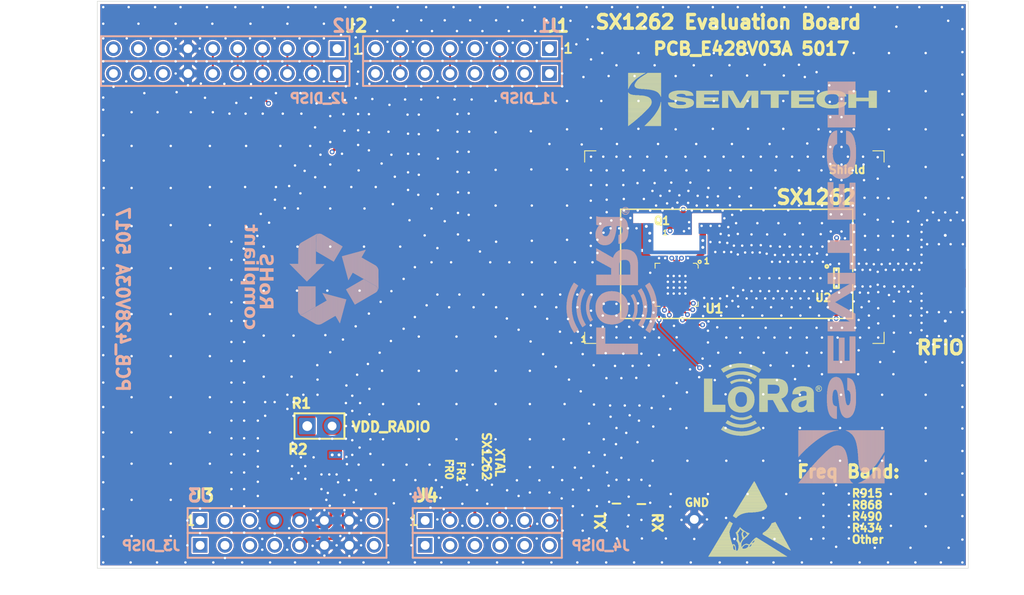
<source format=kicad_pcb>
(kicad_pcb (version 20240108) (generator "pcbnew") (generator_version "8.0")
  (layers (0 "F.Cu" signal "Top Layer") (1 "In1.Cu" signal "MidLayer1") (2 "In2.Cu" signal "MidLayer2") (31 "B.Cu" signal "Bottom Layer") (34 "B.Paste" user "Bottom Paste") (35 "F.Paste" user "Top Paste") (36 "B.SilkS" user "Bottom Overlay") (37 "F.SilkS" user "Top Overlay") (38 "B.Mask" user "Bottom Solder") (39 "F.Mask" user "Top Solder") (44 "Edge.Cuts" user))
  (property "CONFIGURATIONPARAMETERS" "")
  (property "CONFIGURATORNAME" "")
  (property "DOCUMENTNUMBER" "1")
  (property "ISUSERCONFIGURABLE" "")
  (property "SHEETTOTAL" "2")
  (property "VERSIONCONTROL_REVNUMBER" "")
  (net 0 "")
  (net 1 "OPT")
  (net 2 "VUSB")
  (net 3 "VDISPLAY")
  (net 4 "VDD_MBED")
  (net 5 "GND")
  (net 6 "DIO2")
  (net 7 "DIO1")
  (net 8 "BUSY")
  (net 9 "NetR15_2")
  (net 10 "NetR16_2")
  (net 11 "TFT_CS")
  (net 12 "NetL7_2")
  (net 13 "VDD_3V3")
  (net 14 "VDD_RADIO")
  (net 15 "MISO")
  (net 16 "MOSI")
  (net 17 "SCK")
  (net 18 "DISP_RESET")
  (net 19 "F_CS")
  (net 20 "LED_TX")
  (net 21 "LED_RX")
  (net 22 "SD_CS")
  (net 23 "T_CS")
  (net 24 "T_IRQ")
  (net 25 "TFT_D")
  (net 26 "NetC3_2")
  (net 27 "NetC4_1")
  (net 28 "NetC6_1")
  (net 29 "NetC8_1")
  (net 30 "NetC8_2")
  (net 31 "NetC10_2")
  (net 32 "NetC11_2")
  (net 33 "NetC12_2")
  (net 34 "SX_NRESET")
  (net 35 "NetC17_2")
  (net 36 "VR_PA")
  (net 37 "XTA")
  (net 38 "NetFR0_2")
  (net 39 "NetJ4_3")
  (net 40 "ANT_SW")
  (net 41 "NetC7_2")
  (net 42 "NetC11_1")
  (net 43 "NetC15_1")
  (net 44 "NetL2_1")
  (net 45 "DIO3")
  (net 46 "NetC14_1")
  (net 47 "NSS")
  (net 48 "XTB")
  (footprint "SX1280_e363v01a.PcbLib:rlc_805_smd" (layer "F.Cu") (at 122.1211 118.9036 -90)
    (property "Reference" "C22")
    (property "Value" "Cap" (hide yes))
  )
  (footprint "SX1280_e363v01a.PcbLib:RLC_402_SMD" (layer "F.Cu") (at 167.9511 105.5536 180)
    (property "Reference" "C12")
    (property "Value" "Cap" (hide yes))
  )
  (footprint "SX1262_e428v03a.PcbLib:BMIS-209-F - SHIELD - SOLDER_MASK" (layer "F.Cu") (at 154.3511 110.4536)
    (property "Reference" "Shield")
    (property "Value" "Logo symbol" (hide yes))
  )
  (footprint "SX126x_e383v01a.PcbLib:RLC_402_SMD" (layer "F.Cu") (at 166.4511 105.0036 90)
    (property "Reference" "L6")
    (property "Value" "Inductor" (hide yes))
  )
  (footprint "SX126x_e383v01a.PcbLib:RLC_402_SMD" (layer "F.Cu") (at 167.9511 104.4536 180)
    (property "Reference" "C11")
    (property "Value" "Cap" (hide yes))
  )
  (footprint "SX126x_e383v01a.PcbLib:RLC_402_SMD" (layer "F.Cu") (at 179.5011 127.5036)
    (property "Reference" "R868")
    (property "Value" "Resistor" (hide yes))
  )
  (footprint "SX126x_e383v01a.PcbLib:RLC_402_SMD" (layer "F.Cu") (at 167.6011 101.8536 -90)
    (property "Reference" "C2")
    (property "Value" "Cap" (hide yes))
  )
  (footprint "SX1276_e266v01a.PcbLib:BRIDGE_254MM" (layer "F.Cu") (at 125.4511 119.4536)
    (property "Reference" "VDD_RADIO")
    (property "Value" "Jumper" (hide yes))
  )
  (footprint "SX1280_e325v01a.PcbLib:RLC_402_SMD" (layer "F.Cu") (at 157.0511 126.13288 -90)
    (property "Reference" "R15")
    (property "Value" "Resistor" (hide yes))
  )
  (footprint "SX126x_e383v02a.PcbLib:RLC_402_SMD" (layer "F.Cu") (at 169.4511 105.0036 90)
    (property "Reference" "C13")
    (property "Value" "Cap" (hide yes))
  )
  (footprint "SX126x_e383v01a.PcbLib:RLC_402_SMD" (layer "F.Cu") (at 160.0011 106.0536 90)
    (property "Reference" "C18")
    (property "Value" "Cap" (hide yes))
  )
  (footprint "SX1280_e325v01a.PcbLib:rlc_603_smd" (layer "F.Cu") (at 126.6011 117.1036 180)
    (property "Reference" "R1")
    (property "Value" "Resistor" (hide yes))
  )
  (footprint "SX126x_e383v01a.PcbLib:RLC_402_SMD" (layer "F.Cu") (at 179.5011 130.9536)
    (property "Reference" "Other")
    (property "Value" "Resistor" (hide yes))
  )
  (footprint "SX126x_e383v01a.PcbLib:rlc_603_smd" (layer "F.Cu") (at 129.3011 117.1036 180)
    (property "Reference" "C20")
    (property "Value" "Cap" (hide yes))
  )
  (footprint "semtech_pcb_footprints.PcbLib:LGM676 LED" (layer "F.Cu") (at 157.0511 129.03288 90)
    (property "Reference" "TX")
    (property "Value" "LED" (hide yes))
  )
  (footprint "SX1280_e325v01a.PcbLib:pin_0.9mm" (layer "F.Cu") (at 165.0011 129.0036 90)
    (property "Reference" "GND")
    (property "Value" "Test Pin" (hide yes))
  )
  (footprint "SX1262_e428v03a.PcbLib:nd2016da" (layer "F.Cu") (at 163.2011 98.3786)
    (property "Reference" "Q1")
    (property "Value" "Xtal" (hide yes))
  )
  (footprint "SX1280_e363v01a.PcbLib:RLC_402_SMD" (layer "F.Cu") (at 128.5011 85.8536 90)
    (property "Reference" "R13")
    (property "Value" "Resistor" (hide yes))
  )
  (footprint "SX1262_e428v03a.PcbLib:rlc_402_smd" (layer "F.Cu") (at 145.1011 126.0036 -90)
    (property "Reference" "XTAL")
    (property "Value" "Resistor" (hide yes))
  )
  (footprint "SX1280_e325v01a.PcbLib:RLC_402_SMD" (layer "F.Cu") (at 182.0511 104.3286 180)
    (property "Reference" "C8")
    (property "Value" "Cap" (hide yes))
  )
  (footprint "SX1280_e325v01a.PcbLib:RLC_402_SMD" (layer "F.Cu") (at 187.9011 104.8786 90)
    (property "Reference" "C10")
    (property "Value" "Cap" (hide yes))
  )
  (footprint "SX1280_e325v01a.PcbLib:RLC_402_SMD" (layer "F.Cu") (at 172.4511 102.9536 -90)
    (property "Reference" "C5")
    (property "Value" "Cap" (hide yes))
  )
  (footprint "SX1280_e325v01a.PcbLib:RLC_402_SMD" (layer "F.Cu") (at 159.6011 126.13288 -90)
    (property "Reference" "R16")
    (property "Value" "Resistor" (hide yes))
  )
  (footprint "SX126x_e407v01a.PcbLib:rlc_402_smd" (layer "F.Cu") (at 179.5011 128.6536 180)
    (property "Reference" "R490")
    (property "Value" "Resistor" (hide yes))
  )
  (footprint "SX1280_e325v01a.PcbLib:RLC_402_SMD" (layer "F.Cu") (at 166.7011 101.8536 -90)
    (property "Reference" "C1")
    (property "Value" "Cap" (hide yes))
  )
  (footprint "SX126x_e383v01a.PcbLib:RLC_402_SMD" (layer "F.Cu") (at 179.5011 126.3536 180)
    (property "Reference" "R915")
    (property "Value" "Resistor" (hide yes))
  )
  (footprint "SX126x_e383v01a.PcbLib:RLC_402_SMD" (layer "F.Cu") (at 141.1011 126.0036 -90)
    (property "Reference" "FR1")
    (property "Value" "Resistor" (hide yes))
  )
  (footprint "SX126x_e383v01a.PcbLib:RLC_402_SMD" (layer "F.Cu") (at 179.5011 129.8036)
    (property "Reference" "R434")
    (property "Value" "Resistor" (hide yes))
  )
  (footprint "SX1280_e325v01a.PcbLib:RLC_402_SMD" (layer "F.Cu") (at 179.5511 101.3536 90)
    (property "Reference" "R4")
    (property "Value" "Resistor" (hide yes))
  )
  (footprint "SX1280_e363v01a.PcbLib:RLC_402_SMD" (layer "F.Cu") (at 129.0511 127.2536 180)
    (property "Reference" "C24")
    (property "Value" "Cap" (hide yes))
  )
  (footprint "SX126x_e383v01a.PcbLib:RLC_402_SMD" (layer "F.Cu") (at 170.9511 103.5036)
    (property "Reference" "L3")
    (property "Value" "Inductor" (hide yes))
  )
  (footprint "SX1280_e325v02a.PcbLib:logo_semtech_horiz_size3" (layer "F.Cu") (at 158.2511 88.7536)
    (property "Reference" "Logo Semtech S" (hide yes))
    (property "Value" "Logo symbol" (hide yes))
  )
  (footprint "SX126x_e383v01a.PcbLib:RLC_402_SMD" (layer "F.Cu") (at 180.4511 101.3536 90)
    (property "Reference" "C14")
    (property "Value" "Cap" (hide yes))
  )
  (footprint "SX126x_e383v01a.PcbLib:RLC_402_SMD" (layer "F.Cu") (at 176.0011 103.5036)
    (property "Reference" "L4")
    (property "Value" "Inductor" (hide yes))
  )
  (footprint "SX126x_e383v01a.PcbLib:LOGO LORA SIZE3" (layer "F.Cu") (at 166.0011 118.0036)
    (property "Reference" "Logo_LoRA2" (hide yes))
    (property "Value" "Logo symbol" (hide yes))
  )
  (footprint "SX126x_e383v02a.PcbLib:RLC_402_SMD" (layer "F.Cu") (at 180.4511 107.3036 -90)
    (property "Reference" "C15")
    (property "Value" "Cap" (hide yes))
  )
  (footprint "SX1280_e325v01a.PcbLib:RLC_402_SMD" (layer "F.Cu") (at 169.4511 102.9536 -90)
    (property "Reference" "C3")
    (property "Value" "Cap" (hide yes))
  )
  (footprint "SX1280_e325v01a.PcbLib:RLC_402_SMD" (layer "F.Cu") (at 173.9511 103.5036 180)
    (property "Reference" "C6")
    (property "Value" "Cap" (hide yes))
  )
  (footprint "semtech_pcb_footprints.PcbLib:LGM676 LED" (layer "F.Cu") (at 159.6011 129.08288 90)
    (property "Reference" "RX")
    (property "Value" "LED" (hide yes))
  )
  (footprint "SX126x_e383v01a.PcbLib:RLC_402_SMD" (layer "F.Cu") (at 140.0011 126.0036 -90)
    (property "Reference" "FR0")
    (property "Value" "Resistor" (hide yes))
  )
  (footprint "SX126x_e383v02a.PcbLib:rlc_805_smd" (layer "F.Cu") (at 125.5511 127.0036 180)
    (property "Reference" "C26")
    (property "Value" "Cap" (hide yes))
  )
  (footprint "SX126x_e383v01a.PcbLib:RLC_402_SMD" (layer "F.Cu") (at 177.5511 102.9536 -90)
    (property "Reference" "C7")
    (property "Value" "Cap" (hide yes))
  )
  (footprint "SX1280_e325v01a.PcbLib:rlc_603_smd" (layer "F.Cu") (at 126.6011 121.6536 180)
    (property "Reference" "R2")
    (property "Value" "Resistor" (hide yes))
  )
  (footprint "SX126x_e383v01a.PcbLib:RLC_402_SMD" (layer "F.Cu") (at 125.5011 125.6536)
    (property "Reference" "R12")
    (property "Value" "Resistor" (hide yes))
  )
  (footprint "SX126x_e383v02a.PcbLib:RLC_402_SMD" (layer "F.Cu") (at 179.5011 107.3036 -90)
    (property "Reference" "R3")
    (property "Value" "Resistor" (hide yes))
  )
  (footprint "SX1280_e325v01a.PcbLib:RLC_402_SMD" (layer "F.Cu") (at 184.9011 104.8786 90)
    (property "Reference" "C9")
    (property "Value" "Cap" (hide yes))
  )
  (footprint "SX126x_e383v02a.PcbLib:SC70-6" (layer "F.Cu") (at 179.5261 104.3286)
    (property "Reference" "U2")
    (property "Value" "PE4259 RF Switch" (hide yes))
  )
  (footprint "SX126x_e383v01a.PcbLib:RLC_402_SMD" (layer "F.Cu") (at 186.4011 104.3286)
    (property "Reference" "L5")
    (property "Value" "Inductor" (hide yes))
  )
  (footprint "SX126x_e383v01a.PcbLib:RLC_402_SMD" (layer "F.Cu") (at 126.0511 124.1536 -90)
    (property "Reference" "R11")
    (property "Value" "Resistor" (hide yes))
  )
  (footprint "SX1280_e325v01a.PcbLib:VQFN24_4X4MM" (layer "F.Cu") (at 163.2011 105.0036 -90)
    (property "Reference" "U1")
    (property "Value" "SX1262" (hide yes))
  )
  (footprint "SX126x_e407v01a.PcbLib:SMA_end_launch_1.0mm_9.52mm" (layer "F.Cu") (at 190.6511 104.3286)
    (property "Reference" "RFIO")
    (property "Value" "SMA" (hide yes))
  )
  (footprint "SX126x_e383v01a.PcbLib:rlc_603_smd" (layer "F.Cu") (at 129.3011 121.6536 180)
    (property "Reference" "C21")
    (property "Value" "Cap" (hide yes))
  )
  (footprint "SX126x_e383v01a.PcbLib:rlc_805_smd enlarged" (layer "F.Cu") (at 158.5511 103.2036 -90)
    (property "Reference" "L7")
    (property "Value" "Inductor" (hide yes))
  )
  (footprint "SX126x_e383v01a.PcbLib:RLC_402_SMD" (layer "F.Cu") (at 166.4261 99.8036 180)
    (property "Reference" "C16")
    (property "Value" "Cap" (hide yes))
  )
  (footprint "SX1276_e311v01a.PcbLib:Logo ESD" (layer "F.Cu") (at 166.45465 132.8036)
    (property "Reference" "Logo ESD" (hide yes))
    (property "Value" "Logo symbol" (hide yes))
  )
  (footprint "SX126x_e383v01a.PcbLib:RLC_402_SMD" (layer "F.Cu") (at 143.6511 126.0036 -90)
    (property "Reference" "SX1262")
    (property "Value" "Resistor" (hide yes))
  )
  (footprint "SX126x_e383v01a.PcbLib:RLC_402_SMD" (layer "F.Cu") (at 123.4211 118.9036 -90)
    (property "Reference" "C23")
    (property "Value" "Cap" (hide yes))
  )
  (footprint "SX1280_e325v01a.PcbLib:RLC_402_SMD" (layer "F.Cu") (at 168.5011 102.9536 90)
    (property "Reference" "L1")
    (property "Value" "Inductor" (hide yes))
  )
  (footprint "SX126x_e383v01a.PcbLib:RLC_402_SMD" (layer "F.Cu") (at 160.0011 103.1536 90)
    (property "Reference" "C17")
    (property "Value" "Cap" (hide yes))
  )
  (footprint "SX126x_e383v01a.PcbLib:RLC_402_SMD" (layer "F.Cu") (at 167.0011 103.5036)
    (property "Reference" "L2")
    (property "Value" "Inductor" (hide yes))
  )
  (footprint "SX1280_e325v01a.PcbLib:RLC_402_SMD" (layer "F.Cu") (at 170.9511 102.5536 180)
    (property "Reference" "C4")
    (property "Value" "Cap" (hide yes))
  )
  (footprint "SX1276_e311v01a.PcbLib:HDR1X6" (layer "B.Cu") (at 137.5011 129.1136)
    (property "Reference" "J4")
    (property "Value" "Header 6" (hide yes))
  )
  (footprint "SX1276_e311v01a.PcbLib:HDR1X8" (layer "B.Cu") (at 114.5011 129.1136)
    (property "Reference" "J3")
    (property "Value" "Header 8" (hide yes))
  )
  (footprint "SX1276_e311v01a.PcbLib:Logo Recycling1" (layer "B.Cu") (at 124.5284 109.13359 90)
    (property "Reference" "Logo Recycling1" (hide yes))
    (property "Value" "Logo symbol" (hide yes))
  )
  (footprint "SX1276_e311v01a.PcbLib:HDR1X10" (layer "B.Cu") (at 128.5011 80.8536 180)
    (property "Reference" "J2")
    (property "Value" "Header 10" (hide yes))
  )
  (footprint "SX1276_e311v01a.PcbLib:HDR1X8" (layer "B.Cu") (at 150.2011 80.8536 180)
    (property "Reference" "J1")
    (property "Value" "Header 8" (hide yes))
  )
  (footprint "SX1280_e363v01a.PcbLib:HDR1X8" (layer "B.Cu") (at 114.5011 131.6536)
    (property "Reference" "J3_DISP")
    (property "Value" "Header 8" (hide yes))
  )
  (footprint "SX1280_e363v01a.PcbLib:HDR1X6" (layer "B.Cu") (at 137.5011 131.6536)
    (property "Reference" "J4_DISP")
    (property "Value" "Header 6" (hide yes))
  )
  (footprint "SX126x_e383v01a.PcbLib:LOGO LORA SIZE4" (layer "B.Cu") (at 155.0011 112.1036 90)
    (property "Reference" "Logo_LoRA1" (hide yes))
    (property "Value" "Logo symbol" (hide yes))
  )
  (footprint "SX1280_e325v01a.PcbLib:logo_semtech_horiz_size4" (layer "B.Cu") (at 175.6511 125.3036 90)
    (property "Reference" "Logo Bot" (hide yes))
    (property "Value" "Logo symbol" (hide yes))
  )
  (footprint "SX1280_e363v01a.PcbLib:HDR1X8" (layer "B.Cu") (at 150.2011 83.3936 180)
    (property "Reference" "J1_DISP")
    (property "Value" "Header 8" (hide yes))
  )
  (footprint "SX1280_e363v01a.PcbLib:HDR1X10" (layer "B.Cu") (at 128.5011 83.3936 180)
    (property "Reference" "J2_DISP")
    (property "Value" "Header 10" (hide yes))
  )
  (gr_poly (pts (xy 170.2691 104.0786) (xy 170.2691 104.2396) (xy 170.6321 104.6026) (xy 179.4261 104.6026) (xy 179.4261 104.0786)) (fill solid) (layer "F.Cu") (net 5))
  (gr_poly (pts (xy 126.1511 129.8936) (xy 127.6911 129.8936) (xy 128.0211 129.5636) (xy 128.0211 128.2036) (xy 127.71207 128.2036) (xy 127.71207 129.62457) (xy 126.1511 129.62457)) (fill solid) (layer "F.Cu") (net 5))
  (gr_poly (pts (xy 125.7011 124.3536) (xy 125.7011 126.0036) (xy 126.4011 126.0036) (xy 126.4011 124.3536)) (fill solid) (layer "F.Cu") (net 3))
  (gr_poly (pts (xy 161.1511 106.5536) (xy 161.1511 107.7986) (xy 160.9961 107.9536) (xy 160.6511 107.9536) (xy 160.6511 106.5536)) (fill solid) (layer "F.Cu") (net 5))
  (gr_poly (pts (xy 125.5011 126.1536) (xy 125.5011 127.9036) (xy 126.4511 127.9036) (xy 126.4511 126.6036) (xy 127.4511 126.6036) (xy 127.4511 126.1536)) (fill solid) (layer "F.Cu") (net 5))
  (gr_poly (pts (xy 123.9511 125.3036) (xy 123.9511 129.1136) (xy 125.3511 129.1136) (xy 125.3511 125.3036)) (fill solid) (layer "F.Cu") (net 2))
  (gr_poly (pts (xy 159.6511 105.9036) (xy 161.3011 105.9036) (xy 161.3011 105.6036) (xy 161.0011 105.6036) (xy 160.9511 105.5536) (xy 160.9511 105.4536) (xy 161.0011 105.4036) (xy 161.3011 105.4036) (xy 161.3011 105.1036) (xy 159.6511 105.1036)) (fill solid) (layer "F.Cu") (net 14))
  (gr_poly (pts (xy 129.0011 126.49987) (xy 129.0011 128.1036) (xy 129.3011 128.1036) (xy 129.3011 126.5036)) (fill solid) (layer "F.Cu") (net 5))
  (gr_poly (pts (xy 126.2411 130.8586) (xy 128.4511 130.8586) (xy 128.4511 131.1036) (xy 126.2411 131.1036)) (fill solid) (layer "F.Cu") (net 5))
  (gr_poly (pts (xy 180.0261 100.0536) (xy 180.5511 100.0536) (xy 180.5511 100.8036) (xy 181.0511 100.8036) (xy 181.0511 101.4286) (xy 180.0261 101.4286)) (fill solid) (layer "F.Cu") (net 5))
  (gr_poly (pts (xy 167.9761 106.4036) (xy 167.9761 105.0286) (xy 169.8996 105.0286) (xy 170.22785 105.3544) (xy 179.5261 105.3544) (xy 179.5261 105.8786) (xy 168.7011 105.8786) (xy 168.7011 106.4036)) (fill solid) (layer "F.Cu") (net 5))
  (gr_poly (pts (xy 162.6011 102.7536) (xy 162.3011 102.4536) (xy 162.3011 102.1536) (xy 162.1761 102.0286) (xy 161.2761 102.0286) (xy 161.1261 102.1786) (xy 161.1261 102.3786) (xy 161.30109 102.5536) (xy 162.07609 102.5536) (xy 162.2511 102.7286) (xy 162.25111 104.1036) (xy 162.60112 104.1036)) (fill solid) (layer "F.Cu") (net 5))
  (gr_poly (pts (xy 159.5261 98.7036) (xy 159.5261 100.9786) (xy 160.7761 100.9786) (xy 160.7761 99.00359) (xy 160.4761 98.7036)) (fill solid) (layer "F.Cu") (net 14))
  (gr_poly (pts (xy 121.4011 130.0036) (xy 122.8511 130.0036) (xy 123.4511 129.4036) (xy 123.4511 118.8536) (xy 120.8511 118.8536) (xy 120.8511 129.4536)) (fill solid) (layer "F.Cu") (net 4))
  (gr_poly (pts (xy 159.0411 106.7626) (xy 159.7501 106.0536) (xy 160.7511 106.0536) (xy 160.7511 106.2786) (xy 160.7011 106.3286) (xy 159.87606 106.3286) (xy 159.7261 106.47862) (xy 159.7261 106.8036) (xy 159.0411 106.8036)) (fill solid) (layer "F.Cu") (net 5))
  (gr_poly (pts (xy 159.6511 103.3536) (xy 159.6511 104.0536) (xy 160.4261 104.0536) (xy 160.8011 104.4286) (xy 162.3011 104.4286) (xy 162.3011 104.0536) (xy 160.9261 104.0536) (xy 160.7511 103.8786) (xy 160.7511 103.5786) (xy 160.5261 103.3536)) (fill solid) (layer "F.Cu") (net 5))
  (gr_poly (pts (xy 164.1011 105.6036) (xy 165.6361 105.6036) (xy 166.3061 106.2736) (xy 166.3061 106.3786) (xy 165.90866 106.3786) (xy 165.48366 105.9536) (xy 164.1011 105.9536)) (fill solid) (layer "F.Cu") (net 5))
  (gr_poly (pts (xy 188.1211 104.9036) (xy 188.3011 105.0836) (xy 188.3011 105.4986) (xy 188.5011 105.4986) (xy 188.5011 106.07318) (xy 187.9011 106.07818) (xy 187.9011 104.9036)) (fill solid) (layer "F.Cu") (net 5))
  (gr_poly (pts (xy 188.1011 104.0036) (xy 188.2261 104.0036) (xy 188.6261 103.6036) (xy 189.1011 103.6036) (xy 189.1011 105.0536) (xy 188.6261 105.0536) (xy 188.2261 104.6536) (xy 188.1011 104.6536)) (fill solid) (layer "F.Cu") (net 31))
  (gr_poly (pts (xy 159.85125 101.6536) (xy 160.1761 101.6536) (xy 161.55109 103.0286) (xy 161.5511 103.7536) (xy 160.9011 103.7536) (xy 160.9011 103.5036) (xy 159.85003 102.45253)) (fill solid) (layer "F.Cu") (net 35))
  (gr_poly (pts (xy 160.77609 99.6786) (xy 160.7761 101.3286) (xy 157.1261 101.3286) (xy 157.12609 99.6786)) (fill solid) (layer "F.Cu") (net 14))
  (gr_poly (pts (xy 178.5511 102.9286) (xy 172.0761 102.9286) (xy 172.0761 101.9036) (xy 172.4761 101.9036) (xy 172.4761 102.3536) (xy 178.5511 102.3536)) (fill solid) (layer "F.Cu") (net 5))
  (gr_poly (pts (xy 164.3011 103.3536) (xy 164.3011 102.90359) (xy 165.5511 101.6536) (xy 165.55109 99.4786) (xy 166.20109 99.47861) (xy 166.20111 101.75359) (xy 164.6011 103.3536)) (fill solid) (layer "F.Cu") (net 14))
  (gr_poly (pts (xy 126.9011 123.9036) (xy 126.9011 121.2036) (xy 129.0011 121.2036) (xy 129.0011 123.9036)) (fill solid) (layer "F.Cu") (net 13))
  (gr_poly (pts (xy 181.1511 104.9036) (xy 188.0511 104.9036) (xy 188.0511 105.6286) (xy 181.1511 105.6286)) (fill solid) (layer "F.Cu") (net 5))
  (gr_poly (pts (xy 169.8261 102.9286) (xy 169.8261 101.9786) (xy 172.4511 101.9786) (xy 172.4511 101.7306) (xy 168.9761 101.7306) (xy 168.9761 102.9286)) (fill solid) (layer "F.Cu") (net 5))
  (gr_poly (pts (xy 163.80109 104.1036) (xy 163.8011 102.7536) (xy 164.10109 102.4536) (xy 164.1011 102.16359) (xy 164.2261 102.03859) (xy 164.4761 102.03859) (xy 164.60109 102.16359) (xy 164.6011 102.37859) (xy 164.4411 102.53859) (xy 164.31611 102.5386) (xy 164.15109 102.70361) (xy 164.15114 104.1036)) (fill solid) (layer "F.Cu") (net 5))
  (gr_poly (pts (xy 126.9011 115.2536) (xy 129.0011 115.2536) (xy 129.0011 120.3536) (xy 126.9011 120.3536)) (fill solid) (layer "F.Cu") (net 14))
  (gr_poly (pts (xy 126.3011 116.6536) (xy 126.3011 122.1036) (xy 124.4511 122.1036) (xy 124.4511 120.7536) (xy 123.5511 120.7536) (xy 123.2511 121.0536) (xy 123.2511 118.8536) (xy 124.4511 118.8536) (xy 124.4511 116.6536)) (fill solid) (layer "F.Cu") (net 4))
  (gr_poly (pts (xy 120.5961 118.7036) (xy 124.3011 118.7036) (xy 124.3011 118.1036) (xy 123.1511 118.1036) (xy 123.1511 117.8036) (xy 120.5961 117.8036)) (fill solid) (layer "F.Cu") (net 5))
  (gr_poly (pts (xy 165.1511 104.4036) (xy 165.6261 104.4036) (xy 166.2011 103.8286) (xy 166.7761 103.8286) (xy 166.7761 103.1786) (xy 166.1261 103.1786) (xy 166.1261 103.4036) (xy 165.4261 104.1036) (xy 165.1511 104.1036)) (fill solid) (layer "F.Cu") (net 44))
  (gr_poly (pts (xy 128.9761 130.3686) (xy 128.9761 126.6036) (xy 129.2011 126.6036) (xy 129.2011 130.3686)) (fill solid) (layer "F.Cu") (net 5))
  (gr_poly (pts (xy 125.7011 123.2536) (xy 125.7011 123.9536) (xy 129.0011 123.9536) (xy 129.0011 123.2536)) (fill solid) (layer "F.Cu") (net 13))
  (gr_poly (pts (xy 166.35182 99.1286) (xy 166.35182 101.9286) (xy 169.3821 101.9286) (xy 169.3821 101.1036) (xy 167.0261 101.1036) (xy 167.0261 99.1286)) (fill solid) (layer "F.Cu") (net 5))
  (gr_poly (pts (xy 179.9761 108.4536) (xy 179.9761 107.2286) (xy 181.1011 107.2286) (xy 181.1011 107.7286) (xy 180.3511 107.7286) (xy 180.3511 108.4536)) (fill solid) (layer "F.Cu") (net 5))
  (gr_poly (pts (xy 140.4761 124.6786) (xy 140.4761 125.7786) (xy 141.4261 125.7786) (xy 141.4261 124.6786)) (fill solid) (layer "F.Cu") (net 5))
  (gr_poly (pts (xy 157.7511 101.6536) (xy 160.17608 101.65361) (xy 160.95109 102.42859) (xy 160.9511 103.0036) (xy 157.7511 103.0036)) (fill solid) (layer "F.Cu") (net 35))
  (gr_poly (pts (xy 165.5011 103.7536) (xy 165.5011 103.5786) (xy 166.3511 102.7286) (xy 168.8261 102.7286) (xy 168.8261 102.0786) (xy 166.1011 102.0786) (xy 164.8011 103.3786) (xy 164.8011 103.6036) (xy 164.7761 103.6286) (xy 164.7761 103.7536)) (fill solid) (layer "F.Cu") (net 36))
  (gr_poly (pts (xy 161.6511 104.6536) (xy 161.5761 104.5786) (xy 160.7261 104.5786) (xy 160.3511 104.2036) (xy 159.5761 104.2036) (xy 159.3511 103.9786) (xy 159.3511 103.3536) (xy 157.7511 103.3536) (xy 157.7511 104.9286) (xy 161.5761 104.9286) (xy 161.6511 104.8536)) (fill solid) (layer "F.Cu") (net 12))
  (gr_poly (pts (xy 159.7511 98.7036) (xy 159.7511 101.8786) (xy 166.2261 101.8786) (xy 166.2261 99.95305) (xy 165.5261 99.94916) (xy 165.52609 101.5036) (xy 160.8261 101.5036) (xy 160.8261 98.7036)) (fill solid) (layer "B.Cu") (net 14))
  (gr_poly (pts (xy 161.7511 103.6036) (xy 161.7511 106.4036) (xy 164.6511 106.4036) (xy 164.6511 103.6036)) (fill solid) (layer "B.Cu") (net 5))
  (gr_poly (pts (xy 127.6511 122.0536) (xy 127.6511 122.7536) (xy 129.03051 122.7536) (xy 129.03051 122.0536)) (fill solid) (layer "B.Cu") (net 13))
  (gr_line (start 157.4761 108.4536) (end 157.4761 97.2786) (stroke (width 0.15)) (layer "F.SilkS"))
  (gr_line (start 157.4761 97.2786) (end 181.2011 97.2786) (stroke (width 0.15)) (layer "F.SilkS"))
  (gr_line (start 181.2011 108.4536) (end 181.2011 105.0036) (stroke (width 0.15)) (layer "F.SilkS"))
  (gr_line (start 181.2011 103.6536) (end 181.2011 97.2786) (stroke (width 0.15)) (layer "F.SilkS"))
  (gr_line (start 157.4761 108.4536) (end 181.2011 108.4536) (stroke (width 0.15)) (layer "F.SilkS"))
  (gr_line (start 193.0011 76.0036) (end 193.0011 134.0036) (stroke (width 0.05)) (layer "Edge.Cuts"))
  (gr_line (start 104.0011 134.0036) (end 104.0011 76.0036) (stroke (width 0.05)) (layer "Edge.Cuts"))
  (gr_line (start 104.0011 76.0036) (end 193.0011 76.0036) (stroke (width 0.05)) (layer "Edge.Cuts"))
  (gr_line (start 193.0011 134.0036) (end 104.0011 134.0036) (stroke (width 0.05)) (layer "Edge.Cuts"))
  (gr_text "compliant" (at 118.80924 109.63359 270) (layer "B.SilkS") (effects (font (size 1.386 1.386) (thickness 0.4)) (justify left bottom mirror)))
  (gr_text "RoHS" (at 120.35924 107.5836 270) (layer "B.SilkS") (effects (font (size 1.386 1.386) (thickness 0.4)) (justify left bottom mirror)))
  (gr_text "PCB_428V03A 5017" (at 105.845525 116.1036 270) (layer "B.SilkS") (effects (font (size 1.27 1.27) (thickness 0.3)) (justify left bottom mirror)))
  (gr_text "1" (at 151.51195 81.41562 0) (layer "F.SilkS") (effects (font (size 1 1) (thickness 0.2)) (justify left bottom)))
  (gr_text "1" (at 130.0011 81.51562 0) (layer "F.SilkS") (effects (font (size 1 1) (thickness 0.2)) (justify left bottom)))
  (gr_text "1" (at 135.73225 129.71128 0) (layer "F.SilkS") (effects (font (size 1 1) (thickness 0.2)) (justify left bottom)))
  (gr_text "SX1262 Evaluation Board" (at 154.7261 78.9501 360) (layer "F.SilkS") (effects (font (size 1.4 1.4) (thickness 0.35)) (justify left bottom)))
  (gr_text "PCB_E428V03A 5017" (at 160.6511 81.609175 360) (layer "F.SilkS") (effects (font (size 1.27 1.27) (thickness 0.35)) (justify left bottom)))
  (gr_text "J3" (at 113.525 127.309175 0) (layer "F.SilkS") (effects (font (size 1.27 1.27) (thickness 0.3)) (justify left bottom)))
  (gr_text "Freq Band:" (at 175.3511 124.859175 360) (layer "F.SilkS") (effects (font (size 1.27 1.27) (thickness 0.35)) (justify left bottom)))
  (gr_text "J4" (at 136.4511 127.309175 0) (layer "F.SilkS") (effects (font (size 1.27 1.27) (thickness 0.3)) (justify left bottom)))
  (gr_text "1" (at 112.91195 129.71562 0) (layer "F.SilkS") (effects (font (size 1 1) (thickness 0.2)) (justify left bottom)))
  (gr_text "J2" (at 129.2011 79.259175 0) (layer "F.SilkS") (effects (font (size 1.27 1.27) (thickness 0.3)) (justify left bottom)))
  (gr_text "J1" (at 149.8011 79.259175 0) (layer "F.SilkS") (effects (font (size 1.27 1.27) (thickness 0.3)) (justify left bottom)))
  (gr_text "SX1262" (at 173.22486 96.8751 0) (layer "F.SilkS") (effects (font (size 1.4 1.4) (thickness 0.35)) (justify left bottom)))
  (segment (start 145.1261 129.1136) (end 145.1261 126.5786) (width 0.3) (layer "F.Cu") (net 1))
  (segment (start 145.1011 126.5536) (end 145.1261 126.5786) (width 0.3) (layer "F.Cu") (net 1))
  (segment (start 126.0761 125.1786) (end 127.4761 125.1786) (width 0.65) (layer "F.Cu") (net 3))
  (segment (start 126.0361 130.3686) (end 127.9361 130.3686) (width 0.65) (layer "F.Cu") (net 3))
  (segment (start 127.9911 91.4136) (end 128.5011 90.9036) (width 0.3) (layer "F.Cu") (net 3))
  (segment (start 124.7511 131.6536) (end 126.0361 130.3686) (width 0.65) (layer "F.Cu") (net 3))
  (segment (start 128.5011 90.9036) (end 128.5011 86.4036) (width 0.3) (layer "F.Cu") (net 3))
  (segment (start 127.4761 125.1786) (end 128.5001 126.2026) (width 0.65) (layer "F.Cu") (net 3))
  (segment (start 127.9361 130.3686) (end 128.5011 129.8036) (width 0.65) (layer "F.Cu") (net 3))
  (segment (start 124.6611 131.6536) (end 124.7511 131.6536) (width 0.65) (layer "F.Cu") (net 3))
  (segment (start 128.5001 127.2536) (end 128.5001 126.2026) (width 0.65) (layer "F.Cu") (net 3))
  (segment (start 128.5011 129.8036) (end 128.5011 127.2536) (width 0.65) (layer "F.Cu") (net 3))
  (via (at 127.9911 91.4136) (size 0.5) (drill 0.25) (layers "F.Cu" "B.Cu") (net 3))
  (segment (start 125.4511 119.4536) (end 125.4511 119.4536) (width 1.2) (layer "F.Cu") (net 4))
  (segment (start 163.9511 104.1036) (end 163.9511 103.1036) (width 0.3) (layer "F.Cu") (net 5))
  (segment (start 164.1011 105.8036) (end 164.1511 105.7536) (width 0.3) (layer "F.Cu") (net 5))
  (segment (start 161.3011 104.2536) (end 162.3011 104.2536) (width 0.3) (layer "F.Cu") (net 5))
  (segment (start 162.4511 104.15359) (end 162.4511 104.1536) (width 0.3) (layer "F.Cu") (net 5))
  (segment (start 157.0511 125.58288) (end 157.0511 124.98288) (width 0.4) (layer "F.Cu") (net 5))
  (segment (start 164.1511 105.7536) (end 165.1011 105.7536) (width 0.3) (layer "F.Cu") (net 5))
  (segment (start 162.4511 104.15359) (end 162.4511 103.1036) (width 0.3) (layer "F.Cu") (net 5))
  (segment (start 159.6011 125.58288) (end 159.6011 124.9536) (width 0.4) (layer "F.Cu") (net 5))
  (via (at 117.7011 102.4536) (size 0.5) (drill 0.25) (layers "F.Cu" "B.Cu") (net 5))
  (via (at 132.4511 95.0036) (size 0.5) (drill 0.25) (layers "F.Cu" "B.Cu") (net 5))
  (via (at 126.47781 113.22328) (size 0.5) (drill 0.25) (layers "F.Cu" "B.Cu") (net 5))
  (via (at 183.8011 110.4036) (size 0.5) (drill 0.25) (layers "F.Cu" "B.Cu") (net 5))
  (via (at 166.4011 126.4036) (size 0.5) (drill 0.25) (layers "F.Cu" "B.Cu") (net 5))
  (via (at 180.0511 99.5536) (size 0.5) (drill 0.25) (layers "F.Cu" "B.Cu") (net 5))
  (via (at 161.4011 110.4036) (size 0.5) (drill 0.25) (layers "F.Cu" "B.Cu") (net 5))
  (via (at 129.4011 120.7536) (size 0.5) (drill 0.25) (layers "F.Cu" "B.Cu") (net 5))
  (via (at 123.6011 94.9036) (size 0.5) (drill 0.25) (layers "F.Cu" "B.Cu") (net 5))
  (via (at 115.5011 126.5036) (size 0.5) (drill 0.25) (layers "F.Cu" "B.Cu") (net 5))
  (via (at 153.0511 106.0036) (size 0.5) (drill 0.25) (layers "F.Cu" "B.Cu") (net 5))
  (via (at 104.6011 127.9536) (size 0.5) (drill 0.25) (layers "F.Cu" "B.Cu") (net 5))
  (via (at 163.2011 115.0536) (size 0.5) (drill 0.25) (layers "F.Cu" "B.Cu") (net 5))
  (via (at 165.0011 131.0036) (size 0.5) (drill 0.25) (layers "F.Cu" "B.Cu") (net 5))
  (via (at 173.1011 106.4036) (size 0.5) (drill 0.25) (layers "F.Cu" "B.Cu") (net 5))
  (via (at 159.6511 130.9536) (size 0.5) (drill 0.25) (layers "F.Cu" "B.Cu") (net 5))
  (via (at 148.7011 76.6036) (size 0.5) (drill 0.25) (layers "F.Cu" "B.Cu") (net 5))
  (via (at 188.6511 126.4036) (size 0.5) (drill 0.25) (layers "F.Cu" "B.Cu") (net 5))
  (via (at 134.0011 110.7536) (size 0.5) (drill 0.25) (layers "F.Cu" "B.Cu") (net 5))
  (via (at 160.9511 82.5536) (size 0.5) (drill 0.25) (layers "F.Cu" "B.Cu") (net 5))
  (via (at 117.7011 117.0036) (size 0.5) (drill 0.25) (layers "F.Cu" "B.Cu") (net 5))
  (via (at 122.2511 85.4036) (size 0.5) (drill 0.25) (layers "F.Cu" "B.Cu") (net 5))
  (via (at 191.2011 100.8536) (size 0.5) (drill 0.25) (layers "F.Cu" "B.Cu") (net 5))
  (via (at 107.5011 123.3036) (size 0.5) (drill 0.25) (layers "F.Cu" "B.Cu") (net 5))
  (via (at 166.9011 76.6036) (size 0.5) (drill 0.25) (layers "F.Cu" "B.Cu") (net 5))
  (via (at 107.5011 112.3036) (size 0.5) (drill 0.25) (layers "F.Cu" "B.Cu") (net 5))
  (via (at 113.2011 131.6536) (size 0.5) (drill 0.25) (layers "F.Cu" "B.Cu") (net 5))
  (via (at 104.6011 78.3036) (size 0.5) (drill 0.25) (layers "F.Cu" "B.Cu") (net 5))
  (via (at 143.3511 79.0536) (size 0.5) (drill 0.25) (layers "F.Cu" "B.Cu") (net 5))
  (via (at 139.2761 82.1036) (size 0.5) (drill 0.25) (layers "F.Cu" "B.Cu") (net 5))
  (via (at 135.7511 91.6036) (size 0.5) (drill 0.25) (layers "F.Cu" "B.Cu") (net 5))
  (via (at 104.6011 89.7036) (size 0.5) (drill 0.25) (layers "F.Cu" "B.Cu") (net 5))
  (via (at 188.6511 129.7036) (size 0.5) (drill 0.25) (layers "F.Cu" "B.Cu") (net 5))
  (via (at 124.0511 118.4036) (size 0.5) (drill 0.25) (layers "F.Cu" "B.Cu") (net 5))
  (via (at 166.4511 108.7536) (size 0.5) (drill 0.25) (layers "F.Cu" "B.Cu") (net 5))
  (via (at 131.9011 120.8036) (size 0.5) (drill 0.25) (layers "F.Cu" "B.Cu") (net 5))
  (via (at 133.7511 133.4036) (size 0.5) (drill 0.25) (layers "F.Cu" "B.Cu") (net 5))
  (via (at 119.0011 130.3536) (size 0.5) (drill 0.25) (layers "F.Cu" "B.Cu") (net 5))
  (via (at 104.6011 117.5036) (size 0.5) (drill 0.25) (layers "F.Cu" "B.Cu") (net 5))
  (via (at 127.8011 111.9036) (size 0.5) (drill 0.25) (layers "F.Cu" "B.Cu") (net 5))
  (via (at 158.3011 128.56818) (size 0.5) (drill 0.25) (layers "F.Cu" "B.Cu") (net 5))
  (via (at 108.8011 85.4036) (size 0.5) (drill 0.25) (layers "F.Cu" "B.Cu") (net 5))
  (via (at 136.5011 124.98288) (size 0.5) (drill 0.25) (layers "F.Cu" "B.Cu") (net 5))
  (via (at 181.8011 108.6036) (size 0.5) (drill 0.25) (layers "F.Cu" "B.Cu") (net 5))
  (via (at 114.5011 130.4036) (size 0.5) (drill 0.25) (layers "F.Cu" "B.Cu") (net 5))
  (via (at 159.1011 99.2286) (size 0.5) (drill 0.25) (layers "F.Cu" "B.Cu") (net 5))
  (via (at 115.5011 116.5036) (size 0.5) (drill 0.25) (layers "F.Cu" "B.Cu") (net 5))
  (via (at 188.2261 101.1536) (size 0.5) (drill 0.25) (layers "F.Cu" "B.Cu") (net 5))
  (via (at 111.5011 123.3036) (size 0.5) (drill 0.25) (layers "F.Cu" "B.Cu") (net 5))
  (via (at 175.0511 101.9286) (size 0.5) (drill 0.25) (layers "F.Cu" "B.Cu") (net 5))
  (via (at 119.2011 90.8036) (size 0.5) (drill 0.25) (layers "F.Cu" "B.Cu") (net 5))
  (via (at 155.6011 81.3036) (size 0.5) (drill 0.25) (layers "F.Cu" "B.Cu") (net 5))
  (via (at 159.2511 106.9036) (size 0.5) (drill 0.25) (layers "F.Cu" "B.Cu") (net 5))
  (via (at 154.4511 107.6536) (size 0.5) (drill 0.25) (layers "F.Cu" "B.Cu") (net 5))
  (via (at 173.3011 95.1036) (size 0.5) (drill 0.25) (layers "F.Cu" "B.Cu") (net 5))
  (via (at 166.6011 113.3036) (size 0.5) (drill 0.25) (layers "F.Cu" "B.Cu") (net 5))
  (via (at 160.5011 103.7786) (size 0.5) (drill 0.25) (layers "F.Cu" "B.Cu") (net 5))
  (via (at 173.2261 96.9036) (size 0.5) (drill 0.25) (layers "F.Cu" "B.Cu") (net 5))
  (via (at 159.6011 124.9536) (size 0.5) (drill 0.25) (layers "F.Cu" "B.Cu") (net 5))
  (via (at 161.4011 112.1786) (size 0.5) (drill 0.25) (layers "F.Cu" "B.Cu") (net 5))
  (via (at 151.3011 106.0036) (size 0.5) (drill 0.25) (layers "F.Cu" "B.Cu") (net 5))
  (via (at 161.1011 96.9036) (size 0.5) (drill 0.25) (layers "F.Cu" "B.Cu") (net 5))
  (via (at 123.4211 116.2536) (size 0.5) (drill 0.25) (layers "F.Cu" "B.Cu") (net 5))
  (via (at 118.8011 133.4036) (size 0.5) (drill 0.25) (layers "F.Cu" "B.Cu") (net 5))
  (via (at 179.5261 105.1536) (size 0.5) (drill 0.25) (layers "F.Cu" "B.Cu") (net 5))
  (via (at 178.9511 97.8036) (size 0.5) (drill 0.25) (layers "F.Cu" "B.Cu") (net 5))
  (via (at 117.7011 104.5036) (size 0.5) (drill 0.25) (layers "F.Cu" "B.Cu") (net 5))
  (via (at 133.1011 113.8036) (size 0.5) (drill 0.25) (layers "F.Cu" "B.Cu") (net 5))
  (via (at 180.3511 108.4036) (size 0.5) (drill 0.25) (layers "F.Cu" "B.Cu") (net 5))
  (via (at 104.6011 85.8536) (size 0.5) (drill 0.25) (layers "F.Cu" "B.Cu") (net 5))
  (via (at 127.7011 124.4036) (size 0.5) (drill 0.25) (layers "F.Cu" "B.Cu") (net 5))
  (via (at 126.6011 133.4036) (size 0.5) (drill 0.25) (layers "F.Cu" "B.Cu") (net 5))
  (via (at 168.6011 82.5536) (size 0.5) (drill 0.25) (layers "F.Cu" "B.Cu") (net 5))
  (via (at 127.1511 82.1536) (size 0.5) (drill 0.25) (layers "F.Cu" "B.Cu") (net 5))
  (via (at 180.0511 90.9036) (size 0.5) (drill 0.25) (layers "F.Cu" "B.Cu") (net 5))
  (via (at 120.3511 100.0036) (size 0.5) (drill 0.25) (layers "F.Cu" "B.Cu") (net 5))
  (via (at 166.4011 110.9036) (size 0.5) (drill 0.25) (layers "F.Cu" "B.Cu") (net 5))
  (via (at 145.9511 76.6036) (size 0.5) (drill 0.25) (layers "F.Cu" "B.Cu") (net 5))
  (via (at 118.95612 101.3036) (size 0.5) (drill 0.25) (layers "F.Cu" "B.Cu") (net 5))
  (via (at 134.2011 96.7536) (size 0.5) (drill 0.25) (layers "F.Cu" "B.Cu") (net 5))
  (via (at 131.0011 81.3536) (size 0.5) (drill 0.25) (layers "F.Cu" "B.Cu") (net 5))
  (via (at 177.1511 105.6536) (size 0.5) (drill 0.25) (layers "F.Cu" "B.Cu") (net 5))
  (via (at 182.4011 96.1036) (size 0.5) (drill 0.25) (layers "F.Cu" "B.Cu") (net 5))
  (via (at 177.0511 102.6536) (size 0.5) (drill 0.25) (layers "F.Cu" "B.Cu") (net 5))
  (via (at 169.7011 109.4036) (size 0.5) (drill 0.25) (layers "F.Cu" "B.Cu") (net 5))
  (via (at 116.9761 84.4536) (size 0.5) (drill 0.25) (layers "F.Cu" "B.Cu") (net 5))
  (via (at 120.4011 118.9036) (size 0.5) (drill 0.25) (layers "F.Cu" "B.Cu") (net 5))
  (via (at 115.8511 133.4036) (size 0.5) (drill 0.25) (layers "F.Cu" "B.Cu") (net 5))
  (via (at 167.3511 109.3536) (size 0.5) (drill 0.25) (layers "F.Cu" "B.Cu") (net 5))
  (via (at 169.5011 107.2286) (size 0.5) (drill 0.25) (layers "F.Cu" "B.Cu") (net 5))
  (via (at 146.4011 84.7036) (size 0.5) (drill 0.25) (layers "F.Cu" "B.Cu") (net 5))
  (via (at 170.4511 126.4036) (size 0.5) (drill 0.25) (layers "F.Cu" "B.Cu") (net 5))
  (via (at 127.2011 128.0536) (size 0.5) (drill 0.25) (layers "F.Cu" "B.Cu") (net 5))
  (via (at 125.2511 124.8536) (size 0.5) (drill 0.25) (layers "F.Cu" "B.Cu") (net 5))
  (via (at 174.2511 99.8536) (size 0.5) (drill 0.25) (layers "F.Cu" "B.Cu") (net 5))
  (via (at 130.0511 120.9036) (size 0.5) (drill 0.25) (layers "F.Cu" "B.Cu") (net 5))
  (via (at 129.4011 119.4536) (size 0.5) (drill 0.25) (layers "F.Cu" "B.Cu") (net 5))
  (via (at 182.8511 108.1536) (size 0.5) (drill 0.25) (layers "F.Cu" "B.Cu") (net 5))
  (via (at 117.7011 130.3536) (size 0.5) (drill 0.25) (layers "F.Cu" "B.Cu") (net 5))
  (via (at 170.4011 133.4036) (size 0.5) (drill 0.25) (layers "F.Cu" "B.Cu") (net 5))
  (via (at 131.8011 115.6536) (size 0.5) (drill 0.25) (layers "F.Cu" "B.Cu") (net 5))
  (via (at 167.6511 106.4036) (size 0.5) (drill 0.25) (layers "F.Cu" "B.Cu") (net 5))
  (via (at 184.9011 89.1036) (size 0.5) (drill 0.25) (layers "F.Cu" "B.Cu") (net 5))
  (via (at 170.7261 104.3286) (size 0.5) (drill 0.25) (layers "F.Cu" "B.Cu") (net 5))
  (via (at 138.2011 79.0536) (size 0.5) (drill 0.25) (layers "F.Cu" "B.Cu") (net 5))
  (via (at 170.3511 106.4036) (size 0.5) (drill 0.25) (layers "F.Cu" "B.Cu") (net 5))
  (via (at 129.2511 128.0536) (size 0.5) (drill 0.25) (layers "F.Cu" "B.Cu") (net 5))
  (via (at 147.4761 106.0036) (size 0.5) (drill 0.25) (layers "F.Cu" "B.Cu") (net 5))
  (via (at 140.7011 113.8036) (size 0.5) (drill 0.25) (layers "F.Cu" "B.Cu") (net 5))
  (via (at 160.2011 91.9036) (size 0.5) (drill 0.25) (layers "F.Cu" "B.Cu") (net 5))
  (via (at 127.8011 97.2036) (size 0.5) (drill 0.25) (layers "F.Cu" "B.Cu") (net 5))
  (via (at 156.9011 113.3036) (size 0.5) (drill 0.25) (layers "F.Cu" "B.Cu") (net 5))
  (via (at 166.0511 107.2286) (size 0.5) (drill 0.25) (layers "F.Cu" "B.Cu") (net 5))
  (via (at 176.2511 105.6536) (size 0.5) (drill 0.25) (layers "F.Cu" "B.Cu") (net 5))
  (via (at 176.1011 99.8536) (size 0.5) (drill 0.25) (layers "F.Cu" "B.Cu") (net 5))
  (via (at 167.0011 81.3036) (size 0.5) (drill 0.25) (layers "F.Cu" "B.Cu") (net 5))
  (via (at 138.8011 85.8536) (size 0.5) (drill 0.25) (layers "F.Cu" "B.Cu") (net 5))
  (via (at 160.0117 107.2536) (size 0.5) (drill 0.25) (layers "F.Cu" "B.Cu") (net 5))
  (via (at 104.6011 87.1036) (size 0.5) (drill 0.25) (layers "F.Cu" "B.Cu") (net 5))
  (via (at 148.3511 93.2036) (size 0.5) (drill 0.25) (layers "F.Cu" "B.Cu") (net 5))
  (via (at 157.0511 119.6536) (size 0.5) (drill 0.25) (layers "F.Cu" "B.Cu") (net 5))
  (via (at 174.8511 109.4036) (size 0.5) (drill 0.25) (layers "F.Cu" "B.Cu") (net 5))
  (via (at 143.8511 127.4036) (size 0.5) (drill 0.25) (layers "F.Cu" "B.Cu") (net 5))
  (via (at 158.4511 91.9036) (size 0.5) (drill 0.25) (layers "F.Cu" "B.Cu") (net 5))
  (via (at 180.8011 129.8036) (size 0.5) (drill 0.25) (layers "F.Cu" "B.Cu") (net 5))
  (via (at 119.0011 120.7036) (size 0.5) (drill 0.25) (layers "F.Cu" "B.Cu") (net 5))
  (via (at 115.5011 103.3036) (size 0.5) (drill 0.25) (layers "F.Cu" "B.Cu") (net 5))
  (via (at 106.9511 84.20098) (size 0.5) (drill 0.25) (layers "F.Cu" "B.Cu") (net 5))
  (via (at 146.8761 125.0036) (size 0.5) (drill 0.25) (layers "F.Cu" "B.Cu") (net 5))
  (via (at 145.8511 108.4536) (size 0.5) (drill 0.25) (layers "F.Cu" "B.Cu") (net 5))
  (via (at 147.0511 126.6036) (size 0.5) (drill 0.25) (layers "F.Cu" "B.Cu") (net 5))
  (via (at 164.4011 76.6036) (size 0.5) (drill 0.25) (layers "F.Cu" "B.Cu") (net 5))
  (via (at 129.9511 95.0036) (size 0.5) (drill 0.25) (layers "F.Cu" "B.Cu") (net 5))
  (via (at 141.2511 80.2036) (size 0.5) (drill 0.25) (layers "F.Cu" "B.Cu") (net 5))
  (via (at 119.0011 108.7036) (size 0.5) (drill 0.25) (layers "F.Cu" "B.Cu") (net 5))
  (via (at 119.0011 125.9036) (size 0.5) (drill 0.25) (layers "F.Cu" "B.Cu") (net 5))
  (via (at 124.5511 124.2536) (size 0.5) (drill 0.25) (layers "F.Cu" "B.Cu") (net 5))
  (via (at 130.8011 121.6536) (size 0.5) (drill 0.25) (layers "F.Cu" "B.Cu") (net 5))
  (via (at 118.2011 86.4036) (size 0.5) (drill 0.25) (layers "F.Cu" "B.Cu") (net 5))
  (via (at 117.5011 87.5036) (size 0.5) (drill 0.25) (layers "F.Cu" "B.Cu") (net 5))
  (via (at 192.4011 131.06566) (size 0.5) (drill 0.25) (layers "F.Cu" "B.Cu") (net 5))
  (via (at 175.8511 101.9286) (size 0.5) (drill 0.25) (layers "F.Cu" "B.Cu") (net 5))
  (via (at 188.2261 106.6536) (size 0.5) (drill 0.25) (layers "F.Cu" "B.Cu") (net 5))
  (via (at 158.3011 126.68288) (size 0.5) (drill 0.25) (layers "F.Cu" "B.Cu") (net 5))
  (via (at 123.9511 121.1536) (size 0.5) (drill 0.25) (layers "F.Cu" "B.Cu") (net 5))
  (via (at 176.7011 113.3036) (size 0.5) (drill 0.25) (layers "F.Cu" "B.Cu") (net 5))
  (via (at 181.3511 101.9286) (size 0.5) (drill 0.25) (layers "F.Cu" "B.Cu") (net 5))
  (via (at 185.3511 114.1536) (size 0.5) (drill 0.25) (layers "F.Cu" "B.Cu") (net 5))
  (via (at 127.8011 90.4036) (size 0.5) (drill 0.25) (layers "F.Cu" "B.Cu") (net 5))
  (via (at 167.2011 78.6036) (size 0.5) (drill 0.25) (layers "F.Cu" "B.Cu") (net 5))
  (via (at 177.7011 89.1036) (size 0.5) (drill 0.25) (layers "F.Cu" "B.Cu") (net 5))
  (via (at 116.4011 82.1536) (size 0.5) (drill 0.25) (layers "F.Cu" "B.Cu") (net 5))
  (via (at 111.5011 90.8036) (size 0.5) (drill 0.25) (layers "F.Cu" "B.Cu") (net 5))
  (via (at 192.4011 91.7036) (size 0.5) (drill 0.25) (layers "F.Cu" "B.Cu") (net 5))
  (via (at 159.9011 78.6036) (size 0.5) (drill 0.25) (layers "F.Cu" "B.Cu") (net 5))
  (via (at 117.7011 100.6036) (size 0.5) (drill 0.25) (layers "F.Cu" "B.Cu") (net 5))
  (via (at 159.3011 81.3036) (size 0.5) (drill 0.25) (layers "F.Cu" "B.Cu") (net 5))
  (via (at 139.2011 125.7036) (size 0.5) (drill 0.25) (layers "F.Cu" "B.Cu") (net 5))
  (via (at 129.9511 82.1536) (size 0.5) (drill 0.25) (layers "F.Cu" "B.Cu") (net 5))
  (via (at 185.1011 126.4036) (size 0.5) (drill 0.25) (layers "F.Cu" "B.Cu") (net 5))
  (via (at 128.82961 130.7036) (size 0.5) (drill 0.25) (layers "F.Cu" "B.Cu") (net 5))
  (via (at 147.0511 109.6036) (size 0.5) (drill 0.25) (layers "F.Cu" "B.Cu") (net 5))
  (via (at 120.3761 82.1536) (size 0.5) (drill 0.25) (layers "F.Cu" "B.Cu") (net 5))
  (via (at 120.9011 87.5036) (size 0.5) (drill 0.25) (layers "F.Cu" "B.Cu") (net 5))
  (via (at 107.5011 130.7036) (size 0.5) (drill 0.25) (layers "F.Cu" "B.Cu") (net 5))
  (via (at 148.2011 120.8036) (size 0.5) (drill 0.25) (layers "F.Cu" "B.Cu") (net 5))
  (via (at 169.9011 110.4036) (size 0.5) (drill 0.25) (layers "F.Cu" "B.Cu") (net 5))
  (via (at 166.3511 96.0286) (size 0.5) (drill 0.25) (layers "F.Cu" "B.Cu") (net 5))
  (via (at 179.3511 104.3286) (size 0.5) (drill 0.25) (layers "F.Cu" "B.Cu") (net 5))
  (via (at 173.9011 108.1536) (size 0.5) (drill 0.25) (layers "F.Cu" "B.Cu") (net 5))
  (via (at 185.1011 129.6536) (size 0.5) (drill 0.25) (layers "F.Cu" "B.Cu") (net 5))
  (via (at 188.2261 100.4036) (size 0.5) (drill 0.25) (layers "F.Cu" "B.Cu") (net 5))
  (via (at 171.3511 106.4036) (size 0.5) (drill 0.25) (layers "F.Cu" "B.Cu") (net 5))
  (via (at 123.9011 123.5536) (size 0.5) (drill 0.25) (layers "F.Cu" "B.Cu") (net 5))
  (via (at 183.7511 105.0036) (size 0.5) (drill 0.25) (layers "F.Cu" "B.Cu") (net 5))
  (via (at 185.3011 98.5536) (size 0.5) (drill 0.25) (layers "F.Cu" "B.Cu") (net 5))
  (via (at 172.2011 82.5036) (size 0.5) (drill 0.25) (layers "F.Cu" "B.Cu") (net 5))
  (via (at 129.3511 76.6036) (size 0.5) (drill 0.25) (layers "F.Cu" "B.Cu") (net 5))
  (via (at 190.3011 76.6036) (size 0.5) (drill 0.25) (layers "F.Cu" "B.Cu") (net 5))
  (via (at 182.4511 100.0036) (size 0.5) (drill 0.25) (layers "F.Cu" "B.Cu") (net 5))
  (via (at 144.7511 100.6036) (size 0.5) (drill 0.25) (layers "F.Cu" "B.Cu") (net 5))
  (via (at 133.8511 86.6036) (size 0.5) (drill 0.25) (layers "F.Cu" "B.Cu") (net 5))
  (via (at 180.0511 89.3536) (size 0.5) (drill 0.25) (layers "F.Cu" "B.Cu") (net 5))
  (via (at 181.1011 102.8536) (size 0.5) (drill 0.25) (layers "F.Cu" "B.Cu") (net 5))
  (via (at 192.4011 128.66566) (size 0.5) (drill 0.25) (layers "F.Cu" "B.Cu") (net 5))
  (via (at 163.5011 105.9036) (size 0.5) (drill 0.25) (layers "F.Cu" "B.Cu") (net 5))
  (via (at 125.7511 90.8036) (size 0.5) (drill 0.25) (layers "F.Cu" "B.Cu") (net 5))
  (via (at 146.3511 130.91566) (size 0.5) (drill 0.25) (layers "F.Cu" "B.Cu") (net 5))
  (via (at 168.8761 97.8536) (size 0.5) (drill 0.25) (layers "F.Cu" "B.Cu") (net 5))
  (via (at 174.9511 106.4036) (size 0.5) (drill 0.25) (layers "F.Cu" "B.Cu") (net 5))
  (via (at 179.0011 109.4036) (size 0.5) (drill 0.25) (layers "F.Cu" "B.Cu") (net 5))
  (via (at 164.2011 119.6536) (size 0.5) (drill 0.25) (layers "F.Cu" "B.Cu") (net 5))
  (via (at 168.7011 113.3036) (size 0.5) (drill 0.25) (layers "F.Cu" "B.Cu") (net 5))
  (via (at 136.1011 131.6536) (size 0.5) (drill 0.25) (layers "F.Cu" "B.Cu") (net 5))
  (via (at 148.4011 100.5036) (size 0.5) (drill 0.25) (layers "F.Cu" "B.Cu") (net 5))
  (via (at 163.5011 104.7036) (size 0.5) (drill 0.25) (layers "F.Cu" "B.Cu") (net 5))
  (via (at 154.7511 117.2536) (size 0.5) (drill 0.25) (layers "F.Cu" "B.Cu") (net 5))
  (via (at 192.4511 98.4036) (size 0.5) (drill 0.25) (layers "F.Cu" "B.Cu") (net 5))
  (via (at 160.8111 119.5036) (size 0.5) (drill 0.25) (layers "F.Cu" "B.Cu") (net 5))
  (via (at 135.6011 123.4036) (size 0.5) (drill 0.25) (layers "F.Cu" "B.Cu") (net 5))
  (via (at 178.5511 101.9286) (size 0.5) (drill 0.25) (layers "F.Cu" "B.Cu") (net 5))
  (via (at 185.9261 105.7036) (size 0.5) (drill 0.25) (layers "F.Cu" "B.Cu") (net 5))
  (via (at 169.4511 106.1536) (size 0.5) (drill 0.25) (layers "F.Cu" "B.Cu") (net 5))
  (via (at 186.8511 101.4286) (size 0.5) (drill 0.25) (layers "F.Cu" "B.Cu") (net 5))
  (via (at 117.7511 82.1536) (size 0.5) (drill 0.25) (layers "F.Cu" "B.Cu") (net 5))
  (via (at 119.1511 87.5036) (size 0.5) (drill 0.25) (layers "F.Cu" "B.Cu") (net 5))
  (via (at 180.0511 92.7036) (size 0.5) (drill 0.25) (layers "F.Cu" "B.Cu") (net 5))
  (via (at 161.5511 95.9036) (size 0.5) (drill 0.25) (layers "F.Cu" "B.Cu") (net 5))
  (via (at 188.8011 98.4036) (size 0.5) (drill 0.25) (layers "F.Cu" "B.Cu") (net 5))
  (via (at 178.7511 108.6036) (size 0.5) (drill 0.25) (layers "F.Cu" "B.Cu") (net 5))
  (via (at 179.5261 103.5036) (size 0.5) (drill 0.25) (layers "F.Cu" "B.Cu") (net 5))
  (via (at 150.5511 123.6536) (size 0.5) (drill 0.25) (layers "F.Cu" "B.Cu") (net 5))
  (via (at 164.3011 123.0036) (size 0.5) (drill 0.25) (layers "F.Cu" "B.Cu") (net 5))
  (via (at 173.2011 131.0036) (size 0.5) (drill 0.25) (layers "F.Cu" "B.Cu") (net 5))
  (via (at 128.4511 124.4036) (size 0.5) (drill 0.25) (layers "F.Cu" "B.Cu") (net 5))
  (via (at 153.5011 90.6536) (size 0.5) (drill 0.25) (layers "F.Cu" "B.Cu") (net 5))
  (via (at 107.5011 108.0036) (size 0.5) (drill 0.25) (layers "F.Cu" "B.Cu") (net 5))
  (via (at 131.9011 122.3036) (size 0.5) (drill 0.25) (layers "F.Cu" "B.Cu") (net 5))
  (via (at 168.2761 110.4036) (size 0.5) (drill 0.25) (layers "F.Cu" "B.Cu") (net 5))
  (via (at 105.6511 84.7536) (size 0.5) (drill 0.25) (layers "F.Cu" "B.Cu") (net 5))
  (via (at 156.0511 97.5786) (size 0.5) (drill 0.25) (layers "F.Cu" "B.Cu") (net 5))
  (via (at 127.1511 78.3036) (size 0.5) (drill 0.25) (layers "F.Cu" "B.Cu") (net 5))
  (via (at 142.2011 82.1036) (size 0.5) (drill 0.25) (layers "F.Cu" "B.Cu") (net 5))
  (via (at 172.2511 106.4036) (size 0.5) (drill 0.25) (layers "F.Cu" "B.Cu") (net 5))
  (via (at 117.7011 110.8536) (size 0.5) (drill 0.25) (layers "F.Cu" "B.Cu") (net 5))
  (via (at 107.2011 76.6036) (size 0.5) (drill 0.25) (layers "F.Cu" "B.Cu") (net 5))
  (via (at 177.6011 106.4036) (size 0.5) (drill 0.25) (layers "F.Cu" "B.Cu") (net 5))
  (via (at 171.4511 98.7036) (size 0.5) (drill 0.25) (layers "F.Cu" "B.Cu") (net 5))
  (via (at 178.2011 129.8036) (size 0.5) (drill 0.25) (layers "F.Cu" "B.Cu") (net 5))
  (via (at 130.6511 87.53973) (size 0.5) (drill 0.25) (layers "F.Cu" "B.Cu") (net 5))
  (via (at 135.3011 104.4036) (size 0.5) (drill 0.25) (layers "F.Cu" "B.Cu") (net 5))
  (via (at 121.0011 101.1036) (size 0.5) (drill 0.25) (layers "F.Cu" "B.Cu") (net 5))
  (via (at 140.4011 76.6036) (size 0.5) (drill 0.25) (layers "F.Cu" "B.Cu") (net 5))
  (via (at 129.2511 89.2536) (size 0.5) (drill 0.25) (layers "F.Cu" "B.Cu") (net 5))
  (via (at 140.8011 89.3536) (size 0.5) (drill 0.25) (layers "F.Cu" "B.Cu") (net 5))
  (via (at 188.2261 107.4036) (size 0.5) (drill 0.25) (layers "F.Cu" "B.Cu") (net 5))
  (via (at 130.1011 119.4536) (size 0.5) (drill 0.25) (layers "F.Cu" "B.Cu") (net 5))
  (via (at 180.0511 97.8036) (size 0.5) (drill 0.25) (layers "F.Cu" "B.Cu") (net 5))
  (via (at 153.5511 128.5536) (size 0.5) (drill 0.25) (layers "F.Cu" "B.Cu") (net 5))
  (via (at 120.4011 123.6036) (size 0.5) (drill 0.25) (layers "F.Cu" "B.Cu") (net 5))
  (via (at 137.9511 123.4036) (size 0.5) (drill 0.25) (layers "F.Cu" "B.Cu") (net 5))
  (via (at 134.3011 127.3536) (size 0.5) (drill 0.25) (layers "F.Cu" "B.Cu") (net 5))
  (via (at 142.3511 123.4036) (size 0.5) (drill 0.25) (layers "F.Cu" "B.Cu") (net 5))
  (via (at 168.0761 98.2036) (size 0.5) (drill 0.25) (layers "F.Cu" "B.Cu") (net 5))
  (via (at 144.8511 133.4036) (size 0.5) (drill 0.25) (layers "F.Cu" "B.Cu") (net 5))
  (via (at 162.0261 102.2786) (size 0.5) (drill 0.25) (layers "F.Cu" "B.Cu") (net 5))
  (via (at 178.0511 114.1536) (size 0.5) (drill 0.25) (layers "F.Cu" "B.Cu") (net 5))
  (via (at 124.9511 130.3036) (size 0.5) (drill 0.25) (layers "F.Cu" "B.Cu") (net 5))
  (via (at 131.9511 124.98288) (size 0.5) (drill 0.25) (layers "F.Cu" "B.Cu") (net 5))
  (via (at 160.8511 109.5536) (size 0.5) (drill 0.25) (layers "F.Cu" "B.Cu") (net 5))
  (via (at 180.0511 95.9036) (size 0.5) (drill 0.25) (layers "F.Cu" "B.Cu") (net 5))
  (via (at 111.5011 98.9036) (size 0.5) (drill 0.25) (layers "F.Cu" "B.Cu") (net 5))
  (via (at 162.3011 105.9036) (size 0.5) (drill 0.25) (layers "F.Cu" "B.Cu") (net 5))
  (via (at 170.0011 91.9036) (size 0.5) (drill 0.25) (layers "F.Cu" "B.Cu") (net 5))
  (via (at 137.1011 86.0536) (size 0.5) (drill 0.25) (layers "F.Cu" "B.Cu") (net 5))
  (via (at 127.3011 110.1536) (size 0.5) (drill 0.25) (layers "F.Cu" "B.Cu") (net 5))
  (via (at 136.8511 87.6036) (size 0.5) (drill 0.25) (layers "F.Cu" "B.Cu") (net 5))
  (via (at 138.9011 130.87343) (size 0.5) (drill 0.25) (layers "F.Cu" "B.Cu") (net 5))
  (via (at 150.2011 126.2536) (size 0.5) (drill 0.25) (layers "F.Cu" "B.Cu") (net 5))
  (via (at 164.4761 99.2286) (size 0.5) (drill 0.25) (layers "F.Cu" "B.Cu") (net 5))
  (via (at 141.9511 91.4036) (size 0.5) (drill 0.25) (layers "F.Cu" "B.Cu") (net 5))
  (via (at 153.0511 107.3036) (size 0.5) (drill 0.25) (layers "F.Cu" "B.Cu") (net 5))
  (via (at 185.4761 105.1786) (size 0.5) (drill 0.25) (layers "F.Cu" "B.Cu") (net 5))
  (via (at 117.7011 108.7036) (size 0.5) (drill 0.25) (layers "F.Cu" "B.Cu") (net 5))
  (via (at 188.6511 112.9036) (size 0.5) (drill 0.25) (layers "F.Cu" "B.Cu") (net 5))
  (via (at 119.0011 124.2036) (size 0.5) (drill 0.25) (layers "F.Cu" "B.Cu") (net 5))
  (via (at 130.6511 83.2036) (size 0.5) (drill 0.25) (layers "F.Cu" "B.Cu") (net 5))
  (via (at 120.7011 97.7536) (size 0.5) (drill 0.25) (layers "F.Cu" "B.Cu") (net 5))
  (via (at 190.0011 107.8036) (size 0.5) (drill 0.25) (layers "F.Cu" "B.Cu") (net 5))
  (via (at 155.6511 109.3036) (size 0.5) (drill 0.25) (layers "F.Cu" "B.Cu") (net 5))
  (via (at 123.6011 129.9036) (size 0.5) (drill 0.25) (layers "F.Cu" "B.Cu") (net 5))
  (via (at 149.4511 106.0036) (size 0.5) (drill 0.25) (layers "F.Cu" "B.Cu") (net 5))
  (via (at 152.1011 108.5036) (size 0.5) (drill 0.25) (layers "F.Cu" "B.Cu") (net 5))
  (via (at 188.8011 107.8036) (size 0.5) (drill 0.25) (layers "F.Cu" "B.Cu") (net 5))
  (via (at 190.6511 97.6036) (size 0.5) (drill 0.25) (layers "F.Cu" "B.Cu") (net 5))
  (via (at 162.5511 127.7036) (size 0.5) (drill 0.25) (layers "F.Cu" "B.Cu") (net 5))
  (via (at 134.0511 91.7036) (size 0.5) (drill 0.25) (layers "F.Cu" "B.Cu") (net 5))
  (via (at 185.3011 100.0036) (size 0.5) (drill 0.25) (layers "F.Cu" "B.Cu") (net 5))
  (via (at 185.6511 78.6036) (size 0.5) (drill 0.25) (layers "F.Cu" "B.Cu") (net 5))
  (via (at 157.9011 117.3536) (size 0.5) (drill 0.25) (layers "F.Cu" "B.Cu") (net 5))
  (via (at 130.7011 123.4036) (size 0.5) (drill 0.25) (layers "F.Cu" "B.Cu") (net 5))
  (via (at 154.2511 122.1536) (size 0.5) (drill 0.25) (layers "F.Cu" "B.Cu") (net 5))
  (via (at 164.1011 91.9036) (size 0.5) (drill 0.25) (layers "F.Cu" "B.Cu") (net 5))
  (via (at 182.7761 105.8286) (size 0.5) (drill 0.25) (layers "F.Cu" "B.Cu") (net 5))
  (via (at 135.7511 89.5536) (size 0.5) (drill 0.25) (layers "F.Cu" "B.Cu") (net 5))
  (via (at 127.1511 79.8036) (size 0.5) (drill 0.25) (layers "F.Cu" "B.Cu") (net 5))
  (via (at 156.2511 125.5536) (size 0.5) (drill 0.25) (layers "F.Cu" "B.Cu") (net 5))
  (via (at 169.4511 101.9036) (size 0.5) (drill 0.25) (layers "F.Cu" "B.Cu") (net 5))
  (via (at 159.3511 118.9036) (size 0.5) (drill 0.25) (layers "F.Cu" "B.Cu") (net 5))
  (via (at 157.7511 93.3036) (size 0.5) (drill 0.25) (layers "F.Cu" "B.Cu") (net 5))
  (via (at 190.0011 110.2536) (size 0.5) (drill 0.25) (layers "F.Cu" "B.Cu") (net 5))
  (via (at 159.0761 114.5286) (size 0.5) (drill 0.25) (layers "F.Cu" "B.Cu") (net 5))
  (via (at 178.0011 95.1036) (size 0.5) (drill 0.25) (layers "F.Cu" "B.Cu") (net 5))
  (via (at 150.8011 102.7036) (size 0.5) (drill 0.25) (layers "F.Cu" "B.Cu") (net 5))
  (via (at 144.7011 110.3036) (size 0.5) (drill 0.25) (layers "F.Cu" "B.Cu") (net 5))
  (via (at 192.4011 83.5036) (size 0.5) (drill 0.25) (layers "F.Cu" "B.Cu") (net 5))
  (via (at 156.3011 127.2036) (size 0.5) (drill 0.25) (layers "F.Cu" "B.Cu") (net 5))
  (via (at 135.3011 109.5036) (size 0.5) (drill 0.25) (layers "F.Cu" "B.Cu") (net 5))
  (via (at 167.4511 111.9536) (size 0.5) (drill 0.25) (layers "F.Cu" "B.Cu") (net 5))
  (via (at 163.7011 129.0536) (size 0.5) (drill 0.25) (layers "F.Cu" "B.Cu") (net 5))
  (via (at 183.8011 107.4036) (size 0.5) (drill 0.25) (layers "F.Cu" "B.Cu") (net 5))
  (via (at 162.3011 105.3036) (size 0.5) (drill 0.25) (layers "F.Cu" "B.Cu") (net 5))
  (via (at 181.3011 85.2036) (size 0.5) (drill 0.25) (layers "F.Cu" "B.Cu") (net 5))
  (via (at 178.1011 101.1036) (size 0.5) (drill 0.25) (layers "F.Cu" "B.Cu") (net 5))
  (via (at 129.1011 110.6036) (size 0.5) (drill 0.25) (layers "F.Cu" "B.Cu") (net 5))
  (via (at 123.4211 117.7036) (size 0.5) (drill 0.25) (layers "F.Cu" "B.Cu") (net 5))
  (via (at 151.6511 120.8036) (size 0.5) (drill 0.25) (layers "F.Cu" "B.Cu") (net 5))
  (via (at 181.2011 95.1036) (size 0.5) (drill 0.25) (layers "F.Cu" "B.Cu") (net 5))
  (via (at 107.5011 116.5036) (size 0.5) (drill 0.25) (layers "F.Cu" "B.Cu") (net 5))
  (via (at 124.0511 117.0036) (size 0.5) (drill 0.25) (layers "F.Cu" "B.Cu") (net 5))
  (via (at 184.9011 106.0536) (size 0.5) (drill 0.25) (layers "F.Cu" "B.Cu") (net 5))
  (via (at 150.9011 107.3036) (size 0.5) (drill 0.25) (layers "F.Cu" "B.Cu") (net 5))
  (via (at 170.2011 101.7036) (size 0.5) (drill 0.25) (layers "F.Cu" "B.Cu") (net 5))
  (via (at 112.1011 85.3036) (size 0.5) (drill 0.25) (layers "F.Cu" "B.Cu") (net 5))
  (via (at 111.5011 120.1036) (size 0.5) (drill 0.25) (layers "F.Cu" "B.Cu") (net 5))
  (via (at 130.9511 127.9536) (size 0.5) (drill 0.25) (layers "F.Cu" "B.Cu") (net 5))
  (via (at 142.4511 107.3036) (size 0.5) (drill 0.25) (layers "F.Cu" "B.Cu") (net 5))
  (via (at 176.8761 104.3286) (size 0.5) (drill 0.25) (layers "F.Cu" "B.Cu") (net 5))
  (via (at 175.8011 119.6536) (size 0.5) (drill 0.25) (layers "F.Cu" "B.Cu") (net 5))
  (via (at 171.5511 110.4036) (size 0.5) (drill 0.25) (layers "F.Cu" "B.Cu") (net 5))
  (via (at 150.8511 113.3786) (size 0.5) (drill 0.25) (layers "F.Cu" "B.Cu") (net 5))
  (via (at 170.0011 105.5536) (size 0.5) (drill 0.25) (layers "F.Cu" "B.Cu") (net 5))
  (via (at 178.0511 96.9036) (size 0.5) (drill 0.25) (layers "F.Cu" "B.Cu") (net 5))
  (via (at 190.9511 78.0036) (size 0.5) (drill 0.25) (layers "F.Cu" "B.Cu") (net 5))
  (via (at 178.9011 87.8536) (size 0.5) (drill 0.25) (layers "F.Cu" "B.Cu") (net 5))
  (via (at 127.7511 127.6036) (size 0.5) (drill 0.25) (layers "F.Cu" "B.Cu") (net 5))
  (via (at 188.6511 92.9536) (size 0.5) (drill 0.25) (layers "F.Cu" "B.Cu") (net 5))
  (via (at 115.5011 123.3036) (size 0.5) (drill 0.25) (layers "F.Cu" "B.Cu") (net 5))
  (via (at 120.4011 120.7036) (size 0.5) (drill 0.25) (layers "F.Cu" "B.Cu") (net 5))
  (via (at 175.8011 104.3286) (size 0.5) (drill 0.25) (layers "F.Cu" "B.Cu") (net 5))
  (via (at 141.0011 106.0036) (size 0.5) (drill 0.25) (layers "F.Cu" "B.Cu") (net 5))
  (via (at 128.4511 131.6536) (size 0.5) (drill 0.25) (layers "F.Cu" "B.Cu") (net 5))
  (via (at 121.5511 98.6536) (size 0.5) (drill 0.25) (layers "F.Cu" "B.Cu") (net 5))
  (via (at 140.8511 95.5536) (size 0.5) (drill 0.25) (layers "F.Cu" "B.Cu") (net 5))
  (via (at 160.6511 117.6036) (size 0.5) (drill 0.25) (layers "F.Cu" "B.Cu") (net 5))
  (via (at 142.2511 86.0536) (size 0.5) (drill 0.25) (layers "F.Cu" "B.Cu") (net 5))
  (via (at 182.3011 92.7036) (size 0.5) (drill 0.25) (layers "F.Cu" "B.Cu") (net 5))
  (via (at 143.1011 101.6036) (size 0.5) (drill 0.25) (layers "F.Cu" "B.Cu") (net 5))
  (via (at 130.6511 90.7036) (size 0.5) (drill 0.25) (layers "F.Cu" "B.Cu") (net 5))
  (via (at 122.2511 95.0036) (size 0.5) (drill 0.25) (layers "F.Cu" "B.Cu") (net 5))
  (via (at 173.7511 102.6536) (size 0.5) (drill 0.25) (layers "F.Cu" "B.Cu") (net 5))
  (via (at 130.2511 78.3536) (size 0.5) (drill 0.25) (layers "F.Cu" "B.Cu") (net 5))
  (via (at 112.0011 82.1536) (size 0.5) (drill 0.25) (layers "F.Cu" "B.Cu") (net 5))
  (via (at 104.6011 133.4036) (size 0.5) (drill 0.25) (layers "F.Cu" "B.Cu") (net 5))
  (via (at 180.8011 128.6536) (size 0.5) (drill 0.25) (layers "F.Cu" "B.Cu") (net 5))
  (via (at 161.8511 116.4036) (size 0.5) (drill 0.25) (layers "F.Cu" "B.Cu") (net 5))
  (via (at 182.1011 107.3036) (size 0.5) (drill 0.25) (layers "F.Cu" "B.Cu") (net 5))
  (via (at 174.4011 126.4036) (size 0.5) (drill 0.25) (layers "F.Cu" "B.Cu") (net 5))
  (via (at 151.4011 128.56818) (size 0.5) (drill 0.25) (layers "F.Cu" "B.Cu") (net 5))
  (via (at 192.4011 107.8036) (size 0.5) (drill 0.25) (layers "F.Cu" "B.Cu") (net 5))
  (via (at 141.9511 95.6036) (size 0.5) (drill 0.25) (layers "F.Cu" "B.Cu") (net 5))
  (via (at 155.1011 101.7536) (size 0.5) (drill 0.25) (layers "F.Cu" "B.Cu") (net 5))
  (via (at 176.8761 97.3786) (size 0.5) (drill 0.25) (layers "F.Cu" "B.Cu") (net 5))
  (via (at 120.9011 76.6036) (size 0.5) (drill 0.25) (layers "F.Cu" "B.Cu") (net 5))
  (via (at 139.5011 98.5036) (size 0.5) (drill 0.25) (layers "F.Cu" "B.Cu") (net 5))
  (via (at 119.2511 99.1036) (size 0.5) (drill 0.25) (layers "F.Cu" "B.Cu") (net 5))
  (via (at 148.9011 84.7036) (size 0.5) (drill 0.25) (layers "F.Cu" "B.Cu") (net 5))
  (via (at 184.9011 85.2036) (size 0.5) (drill 0.25) (layers "F.Cu" "B.Cu") (net 5))
  (via (at 145.6261 123.9286) (size 0.5) (drill 0.25) (layers "F.Cu" "B.Cu") (net 5))
  (via (at 135.9011 98.4036) (size 0.5) (drill 0.25) (layers "F.Cu" "B.Cu") (net 5))
  (via (at 113.5511 87.3536) (size 0.5) (drill 0.25) (layers "F.Cu" "B.Cu") (net 5))
  (via (at 157.0511 110.4036) (size 0.5) (drill 0.25) (layers "F.Cu" "B.Cu") (net 5))
  (via (at 104.6511 92.3036) (size 0.5) (drill 0.25) (layers "F.Cu" "B.Cu") (net 5))
  (via (at 188.8011 110.2536) (size 0.5) (drill 0.25) (layers "F.Cu" "B.Cu") (net 5))
  (via (at 110.1511 87.3536) (size 0.5) (drill 0.25) (layers "F.Cu" "B.Cu") (net 5))
  (via (at 122.1261 130.4536) (size 0.5) (drill 0.25) (layers "F.Cu" "B.Cu") (net 5))
  (via (at 107.5011 127.0036) (size 0.5) (drill 0.25) (layers "F.Cu" "B.Cu") (net 5))
  (via (at 146.0511 79.0536) (size 0.5) (drill 0.25) (layers "F.Cu" "B.Cu") (net 5))
  (via (at 169.1011 131.0036) (size 0.5) (drill 0.25) (layers "F.Cu" "B.Cu") (net 5))
  (via (at 145.8761 126.02355) (size 0.5) (drill 0.25) (layers "F.Cu" "B.Cu") (net 5))
  (via (at 158.3011 106.9536) (size 0.5) (drill 0.25) (layers "F.Cu" "B.Cu") (net 5))
  (via (at 149.1761 125.0036) (size 0.5) (drill 0.25) (layers "F.Cu" "B.Cu") (net 5))
  (via (at 160.7511 123.0036) (size 0.5) (drill 0.25) (layers "F.Cu" "B.Cu") (net 5))
  (via (at 139.1511 133.4036) (size 0.5) (drill 0.25) (layers "F.Cu" "B.Cu") (net 5))
  (via (at 176.6011 91.9036) (size 0.5) (drill 0.25) (layers "F.Cu" "B.Cu") (net 5))
  (via (at 164.1011 104.7036) (size 0.5) (drill 0.25) (layers "F.Cu" "B.Cu") (net 5))
  (via (at 176.5011 110.4036) (size 0.5) (drill 0.25) (layers "F.Cu" "B.Cu") (net 5))
  (via (at 142.1011 77.9536) (size 0.5) (drill 0.25) (layers "F.Cu" "B.Cu") (net 5))
  (via (at 129.4011 84.7036) (size 0.5) (drill 0.25) (layers "F.Cu" "B.Cu") (net 5))
  (via (at 119.1011 95.0036) (size 0.5) (drill 0.25) (layers "F.Cu" "B.Cu") (net 5))
  (via (at 160.5511 108.7536) (size 0.5) (drill 0.25) (layers "F.Cu" "B.Cu") (net 5))
  (via (at 141.9511 100.4536) (size 0.5) (drill 0.25) (layers "F.Cu" "B.Cu") (net 5))
  (via (at 192.4011 112.9536) (size 0.5) (drill 0.25) (layers "F.Cu" "B.Cu") (net 5))
  (via (at 129.4011 118.3036) (size 0.5) (drill 0.25) (layers "F.Cu" "B.Cu") (net 5))
  (via (at 124.4511 101.1036) (size 0.5) (drill 0.25) (layers "F.Cu" "B.Cu") (net 5))
  (via (at 154.4261 99.7036) (size 0.5) (drill 0.25) (layers "F.Cu" "B.Cu") (net 5))
  (via (at 175.4511 102.6536) (size 0.5) (drill 0.25) (layers "F.Cu" "B.Cu") (net 5))
  (via (at 107.5011 103.3036) (size 0.5) (drill 0.25) (layers "F.Cu" "B.Cu") (net 5))
  (via (at 168.0511 101.6536) (size 0.5) (drill 0.25) (layers "F.Cu" "B.Cu") (net 5))
  (via (at 144.7011 93.2536) (size 0.5) (drill 0.25) (layers "F.Cu" "B.Cu") (net 5))
  (via (at 167.5761 98.9786) (size 0.5) (drill 0.25) (layers "F.Cu" "B.Cu") (net 5))
  (via (at 192.4011 126.5036) (size 0.5) (drill 0.25) (layers "F.Cu" "B.Cu") (net 5))
  (via (at 182.2011 105.1786) (size 0.5) (drill 0.25) (layers "F.Cu" "B.Cu") (net 5))
  (via (at 178.2011 130.9536) (size 0.5) (drill 0.25) (layers "F.Cu" "B.Cu") (net 5))
  (via (at 172.9511 102.6536) (size 0.5) (drill 0.25) (layers "F.Cu" "B.Cu") (net 5))
  (via (at 131.6511 113.1036) (size 0.5) (drill 0.25) (layers "F.Cu" "B.Cu") (net 5))
  (via (at 161.4011 102.2786) (size 0.5) (drill 0.25) (layers "F.Cu" "B.Cu") (net 5))
  (via (at 155.7511 120.8036) (size 0.5) (drill 0.25) (layers "F.Cu" "B.Cu") (net 5))
  (via (at 173.6011 98.7036) (size 0.5) (drill 0.25) (layers "F.Cu" "B.Cu") (net 5))
  (via (at 172.0511 116.2036) (size 0.5) (drill 0.25) (layers "F.Cu" "B.Cu") (net 5))
  (via (at 156.0511 94.8036) (size 0.5) (drill 0.25) (layers "F.Cu" "B.Cu") (net 5))
  (via (at 126.0361 129.1036) (size 0.5) (drill 0.25) (layers "F.Cu" "B.Cu") (net 5))
  (via (at 171.7511 105.6536) (size 0.5) (drill 0.25) (layers "F.Cu" "B.Cu") (net 5))
  (via (at 168.9761 105.3036) (size 0.5) (drill 0.25) (layers "F.Cu" "B.Cu") (net 5))
  (via (at 151.5511 130.1536) (size 0.5) (drill 0.25) (layers "F.Cu" "B.Cu") (net 5))
  (via (at 166.6511 100.6286) (size 0.5) (drill 0.25) (layers "F.Cu" "B.Cu") (net 5))
  (via (at 109.4511 82.1536) (size 0.5) (drill 0.25) (layers "F.Cu" "B.Cu") (net 5))
  (via (at 188.6511 123.0036) (size 0.5) (drill 0.25) (layers "F.Cu" "B.Cu") (net 5))
  (via (at 178.8011 84.6036) (size 0.5) (drill 0.25) (layers "F.Cu" "B.Cu") (net 5))
  (via (at 111.5011 108.0036) (size 0.5) (drill 0.25) (layers "F.Cu" "B.Cu") (net 5))
  (via (at 176.9511 101.1036) (size 0.5) (drill 0.25) (layers "F.Cu" "B.Cu") (net 5))
  (via (at 188.2261 102.7536) (size 0.5) (drill 0.25) (layers "F.Cu" "B.Cu") (net 5))
  (via (at 131.9511 76.6036) (size 0.5) (drill 0.25) (layers "F.Cu" "B.Cu") (net 5))
  (via (at 117.7011 127.6536) (size 0.5) (drill 0.25) (layers "F.Cu" "B.Cu") (net 5))
  (via (at 184.9011 81.3036) (size 0.5) (drill 0.25) (layers "F.Cu" "B.Cu") (net 5))
  (via (at 158.7011 113.3036) (size 0.5) (drill 0.25) (layers "F.Cu" "B.Cu") (net 5))
  (via (at 168.7761 101.6536) (size 0.5) (drill 0.25) (layers "F.Cu" "B.Cu") (net 5))
  (via (at 138.8011 95.7536) (size 0.5) (drill 0.25) (layers "F.Cu" "B.Cu") (net 5))
  (via (at 154.4261 101.0286) (size 0.5) (drill 0.25) (layers "F.Cu" "B.Cu") (net 5))
  (via (at 157.0011 121.3036) (size 0.5) (drill 0.25) (layers "F.Cu" "B.Cu") (net 5))
  (via (at 136.2511 80.1536) (size 0.5) (drill 0.25) (layers "F.Cu" "B.Cu") (net 5))
  (via (at 140.8511 99.8536) (size 0.5) (drill 0.25) (layers "F.Cu" "B.Cu") (net 5))
  (via (at 117.7011 115.0036) (size 0.5) (drill 0.25) (layers "F.Cu" "B.Cu") (net 5))
  (via (at 178.6511 107.3036) (size 0.5) (drill 0.25) (layers "F.Cu" "B.Cu") (net 5))
  (via (at 148.2761 110.8036) (size 0.5) (drill 0.25) (layers "F.Cu" "B.Cu") (net 5))
  (via (at 148.2011 113.8036) (size 0.5) (drill 0.25) (layers "F.Cu" "B.Cu") (net 5))
  (via (at 144.3261 125.4536) (size 0.5) (drill 0.25) (layers "F.Cu" "B.Cu") (net 5))
  (via (at 188.6511 89.1036) (size 0.5) (drill 0.25) (layers "F.Cu" "B.Cu") (net 5))
  (via (at 175.7011 96.9036) (size 0.5) (drill 0.25) (layers "F.Cu" "B.Cu") (net 5))
  (via (at 140.8011 87.53973) (size 0.5) (drill 0.25) (layers "F.Cu" "B.Cu") (net 5))
  (via (at 146.3511 129.6536) (size 0.5) (drill 0.25) (layers "F.Cu" "B.Cu") (net 5))
  (via (at 164.4011 95.4036) (size 0.5) (drill 0.25) (layers "F.Cu" "B.Cu") (net 5))
  (via (at 150.2011 127.8536) (size 0.5) (drill 0.25) (layers "F.Cu" "B.Cu") (net 5))
  (via (at 188.6511 85.2036) (size 0.5) (drill 0.25) (layers "F.Cu" "B.Cu") (net 5))
  (via (at 131.3011 97.2036) (size 0.5) (drill 0.25) (layers "F.Cu" "B.Cu") (net 5))
  (via (at 104.6011 130.76275) (size 0.5) (drill 0.25) (layers "F.Cu" "B.Cu") (net 5))
  (via (at 169.9011 101.0036) (size 0.5) (drill 0.25) (layers "F.Cu" "B.Cu") (net 5))
  (via (at 124.0511 110.2036) (size 0.5) (drill 0.25) (layers "F.Cu" "B.Cu") (net 5))
  (via (at 144.7011 96.9036) (size 0.5) (drill 0.25) (layers "F.Cu" "B.Cu") (net 5))
  (via (at 119.0011 104.5036) (size 0.5) (drill 0.25) (layers "F.Cu" "B.Cu") (net 5))
  (via (at 140.7011 117.2036) (size 0.5) (drill 0.25) (layers "F.Cu" "B.Cu") (net 5))
  (via (at 174.2011 76.6036) (size 0.5) (drill 0.25) (layers "F.Cu" "B.Cu") (net 5))
  (via (at 143.8011 80.2536) (size 0.5) (drill 0.25) (layers "F.Cu" "B.Cu") (net 5))
  (via (at 166.6761 98.9786) (size 0.5) (drill 0.25) (layers "F.Cu" "B.Cu") (net 5))
  (via (at 172.0511 119.6536) (size 0.5) (drill 0.25) (layers "F.Cu" "B.Cu") (net 5))
  (via (at 182.8511 109.4036) (size 0.5) (drill 0.25) (layers "F.Cu" "B.Cu") (net 5))
  (via (at 138.1511 102.7036) (size 0.5) (drill 0.25) (layers "F.Cu" "B.Cu") (net 5))
  (via (at 180.0511 86.0036) (size 0.5) (drill 0.25) (layers "F.Cu" "B.Cu") (net 5))
  (via (at 164.7511 97.4036) (size 0.5) (drill 0.25) (layers "F.Cu" "B.Cu") (net 5))
  (via (at 111.5011 130.7036) (size 0.5) (drill 0.25) (layers "F.Cu" "B.Cu") (net 5))
  (via (at 183.0011 105.1786) (size 0.5) (drill 0.25) (layers "F.Cu" "B.Cu") (net 5))
  (via (at 184.8011 133.4036) (size 0.5) (drill 0.25) (layers "F.Cu" "B.Cu") (net 5))
  (via (at 184.4261 105.1786) (size 0.5) (drill 0.25) (layers "F.Cu" "B.Cu") (net 5))
  (via (at 141.7761 125.4536) (size 0.5) (drill 0.25) (layers "F.Cu" "B.Cu") (net 5))
  (via (at 120.6011 129.9036) (size 0.5) (drill 0.25) (layers "F.Cu" "B.Cu") (net 5))
  (via (at 178.2011 128.6536) (size 0.5) (drill 0.25) (layers "F.Cu" "B.Cu") (net 5))
  (via (at 185.4011 108.2036) (size 0.5) (drill 0.25) (layers "F.Cu" "B.Cu") (net 5))
  (via (at 181.9011 133.4036) (size 0.5) (drill 0.25) (layers "F.Cu" "B.Cu") (net 5))
  (via (at 157.0511 82.5536) (size 0.5) (drill 0.25) (layers "F.Cu" "B.Cu") (net 5))
  (via (at 146.4511 80.2536) (size 0.5) (drill 0.25) (layers "F.Cu" "B.Cu") (net 5))
  (via (at 164.4761 98.6036) (size 0.5) (drill 0.25) (layers "F.Cu" "B.Cu") (net 5))
  (via (at 138.6011 124.98288) (size 0.5) (drill 0.25) (layers "F.Cu" "B.Cu") (net 5))
  (via (at 136.4511 133.4036) (size 0.5) (drill 0.25) (layers "F.Cu" "B.Cu") (net 5))
  (via (at 155.5011 86.2036) (size 0.5) (drill 0.25) (layers "F.Cu" "B.Cu") (net 5))
  (via (at 144.7011 89.4036) (size 0.5) (drill 0.25) (layers "F.Cu" "B.Cu") (net 5))
  (via (at 133.7511 89.3536) (size 0.5) (drill 0.25) (layers "F.Cu" "B.Cu") (net 5))
  (via (at 122.2011 84.0536) (size 0.5) (drill 0.25) (layers "F.Cu" "B.Cu") (net 5))
  (via (at 163.5011 105.3036) (size 0.5) (drill 0.25) (layers "F.Cu" "B.Cu") (net 5))
  (via (at 117.1011 79.8036) (size 0.5) (drill 0.25) (layers "F.Cu" "B.Cu") (net 5))
  (via (at 159.7511 108.1536) (size 0.5) (drill 0.25) (layers "F.Cu" "B.Cu") (net 5))
  (via (at 180.0511 94.3036) (size 0.5) (drill 0.25) (layers "F.Cu" "B.Cu") (net 5))
  (via (at 183.8011 101.4286) (size 0.5) (drill 0.25) (layers "F.Cu" "B.Cu") (net 5))
  (via (at 181.1011 105.8036) (size 0.5) (drill 0.25) (layers "F.Cu" "B.Cu") (net 5))
  (via (at 126.5011 114.7036) (size 0.5) (drill 0.25) (layers "F.Cu" "B.Cu") (net 5))
  (via (at 153.0511 133.4036) (size 0.5) (drill 0.25) (layers "F.Cu" "B.Cu") (net 5))
  (via (at 162.6011 126.4036) (size 0.5) (drill 0.25) (layers "F.Cu" "B.Cu") (net 5))
  (via (at 154.5011 106.0036) (size 0.5) (drill 0.25) (layers "F.Cu" "B.Cu") (net 5))
  (via (at 186.3011 103.4786) (size 0.5) (drill 0.25) (layers "F.Cu" "B.Cu") (net 5))
  (via (at 170.4511 86.2036) (size 0.5) (drill 0.25) (layers "F.Cu" "B.Cu") (net 5))
  (via (at 137.4511 99.9536) (size 0.5) (drill 0.25) (layers "F.Cu" "B.Cu") (net 5))
  (via (at 190.2011 133.4036) (size 0.5) (drill 0.25) (layers "F.Cu" "B.Cu") (net 5))
  (via (at 164.2511 116.0036) (size 0.5) (drill 0.25) (layers "F.Cu" "B.Cu") (net 5))
  (via (at 172.7011 90.6036) (size 0.5) (drill 0.25) (layers "F.Cu" "B.Cu") (net 5))
  (via (at 112.0011 80.9036) (size 0.5) (drill 0.25) (layers "F.Cu" "B.Cu") (net 5))
  (via (at 172.0511 123.0036) (size 0.5) (drill 0.25) (layers "F.Cu" "B.Cu") (net 5))
  (via (at 173.9011 78.6036) (size 0.5) (drill 0.25) (layers "F.Cu" "B.Cu") (net 5))
  (via (at 132.6011 79.0536) (size 0.5) (drill 0.25) (layers "F.Cu" "B.Cu") (net 5))
  (via (at 167.1511 101.6536) (size 0.5) (drill 0.25) (layers "F.Cu" "B.Cu") (net 5))
  (via (at 181.9261 105.8036) (size 0.5) (drill 0.25) (layers "F.Cu" "B.Cu") (net 5))
  (via (at 151.5011 84.7036) (size 0.5) (drill 0.25) (layers "F.Cu" "B.Cu") (net 5))
  (via (at 127.8011 92.7036) (size 0.5) (drill 0.25) (layers "F.Cu" "B.Cu") (net 5))
  (via (at 147.4511 77.9536) (size 0.5) (drill 0.25) (layers "F.Cu" "B.Cu") (net 5))
  (via (at 152.9511 80.4036) (size 0.5) (drill 0.25) (layers "F.Cu" "B.Cu") (net 5))
  (via (at 148.7511 79.0536) (size 0.5) (drill 0.25) (layers "F.Cu" "B.Cu") (net 5))
  (via (at 160.3511 113.2536) (size 0.5) (drill 0.25) (layers "F.Cu" "B.Cu") (net 5))
  (via (at 183.7511 91.9536) (size 0.5) (drill 0.25) (layers "F.Cu" "B.Cu") (net 5))
  (via (at 115.8011 87.3536) (size 0.5) (drill 0.25) (layers "F.Cu" "B.Cu") (net 5))
  (via (at 166.3261 96.9036) (size 0.5) (drill 0.25) (layers "F.Cu" "B.Cu") (net 5))
  (via (at 189.4011 97.6036) (size 0.5) (drill 0.25) (layers "F.Cu" "B.Cu") (net 5))
  (via (at 153.6011 130.1536) (size 0.5) (drill 0.25) (layers "F.Cu" "B.Cu") (net 5))
  (via (at 119.0011 117.0036) (size 0.5) (drill 0.25) (layers "F.Cu" "B.Cu") (net 5))
  (via (at 159.3011 86.2036) (size 0.5) (drill 0.25) (layers "F.Cu" "B.Cu") (net 5))
  (via (at 114.5761 84.4286) (size 0.5) (drill 0.25) (layers "F.Cu" "B.Cu") (net 5))
  (via (at 130.0511 122.4036) (size 0.5) (drill 0.25) (layers "F.Cu" "B.Cu") (net 5))
  (via (at 154.4511 94.8036) (size 0.5) (drill 0.25) (layers "F.Cu" "B.Cu") (net 5))
  (via (at 150.2011 90.6036) (size 0.5) (drill 0.25) (layers "F.Cu" "B.Cu") (net 5))
  (via (at 189.4011 111.1036) (size 0.5) (drill 0.25) (layers "F.Cu" "B.Cu") (net 5))
  (via (at 175.3011 114.6536) (size 0.5) (drill 0.25) (layers "F.Cu" "B.Cu") (net 5))
  (via (at 175.7011 93.3036) (size 0.5) (drill 0.25) (layers "F.Cu" "B.Cu") (net 5))
  (via (at 158.5011 110.4036) (size 0.5) (drill 0.25) (layers "F.Cu" "B.Cu") (net 5))
  (via (at 164.3761 96.6286) (size 0.5) (drill 0.25) (layers "F.Cu" "B.Cu") (net 5))
  (via (at 176.4011 76.6036) (size 0.5) (drill 0.25) (layers "F.Cu" "B.Cu") (net 5))
  (via (at 115.5011 95.0036) (size 0.5) (drill 0.25) (layers "F.Cu" "B.Cu") (net 5))
  (via (at 182.0511 129.6536) (size 0.5) (drill 0.25) (layers "F.Cu" "B.Cu") (net 5))
  (via (at 130.4011 79.7036) (size 0.5) (drill 0.25) (layers "F.Cu" "B.Cu") (net 5))
  (via (at 111.5011 116.5036) (size 0.5) (drill 0.25) (layers "F.Cu" "B.Cu") (net 5))
  (via (at 114.4511 80.8536) (size 0.5) (drill 0.25) (layers "F.Cu" "B.Cu") (net 5))
  (via (at 144.1511 102.7036) (size 0.5) (drill 0.25) (layers "F.Cu" "B.Cu") (net 5))
  (via (at 158.3011 124.9536) (size 0.5) (drill 0.25) (layers "F.Cu" "B.Cu") (net 5))
  (via (at 174.7511 101.1036) (size 0.5) (drill 0.25) (layers "F.Cu" "B.Cu") (net 5))
  (via (at 172.8011 113.2536) (size 0.5) (drill 0.25) (layers "F.Cu" "B.Cu") (net 5))
  (via (at 130.6511 89.2036) (size 0.5) (drill 0.25) (layers "F.Cu" "B.Cu") (net 5))
  (via (at 167.6011 100.6536) (size 0.5) (drill 0.25) (layers "F.Cu" "B.Cu") (net 5))
  (via (at 130.0511 117.9036) (size 0.5) (drill 0.25) (layers "F.Cu" "B.Cu") (net 5))
  (via (at 180.1011 109.4036) (size 0.5) (drill 0.25) (layers "F.Cu" "B.Cu") (net 5))
  (via (at 138.8011 89.2036) (size 0.5) (drill 0.25) (layers "F.Cu" "B.Cu") (net 5))
  (via (at 122.1211 117.0036) (size 0.5) (drill 0.25) (layers "F.Cu" "B.Cu") (net 5))
  (via (at 170.4011 83.6036) (size 0.5) (drill 0.25) (layers "F.Cu" "B.Cu") (net 5))
  (via (at 179.9011 119.6536) (size 0.5) (drill 0.25) (layers "F.Cu" "B.Cu") (net 5))
  (via (at 148.9511 129.4536) (size 0.5) (drill 0.25) (layers "F.Cu" "B.Cu") (net 5))
  (via (at 113.2611 84.6036) (size 0.5) (drill 0.25) (layers "F.Cu" "B.Cu") (net 5))
  (via (at 131.8011 84.4536) (size 0.5) (drill 0.25) (layers "F.Cu" "B.Cu") (net 5))
  (via (at 127.2011 132.7036) (size 0.5) (drill 0.25) (layers "F.Cu" "B.Cu") (net 5))
  (via (at 188.8011 100.8536) (size 0.5) (drill 0.25) (layers "F.Cu" "B.Cu") (net 5))
  (via (at 192.4011 89.7036) (size 0.5) (drill 0.25) (layers "F.Cu" "B.Cu") (net 5))
  (via (at 167.1511 107.2286) (size 0.5) (drill 0.25) (layers "F.Cu" "B.Cu") (net 5))
  (via (at 185.7511 76.6036) (size 0.5) (drill 0.25) (layers "F.Cu" "B.Cu") (net 5))
  (via (at 122.7011 90.8036) (size 0.5) (drill 0.25) (layers "F.Cu" "B.Cu") (net 5))
  (via (at 192.4011 76.6036) (size 0.5) (drill 0.25) (layers "F.Cu" "B.Cu") (net 5))
  (via (at 168.6511 96.8786) (size 0.5) (drill 0.25) (layers "F.Cu" "B.Cu") (net 5))
  (via (at 191.8511 97.6036) (size 0.5) (drill 0.25) (layers "F.Cu" "B.Cu") (net 5))
  (via (at 119.0011 112.8036) (size 0.5) (drill 0.25) (layers "F.Cu" "B.Cu") (net 5))
  (via (at 130.4011 85.9036) (size 0.5) (drill 0.25) (layers "F.Cu" "B.Cu") (net 5))
  (via (at 108.2011 78.3036) (size 0.5) (drill 0.25) (layers "F.Cu" "B.Cu") (net 5))
  (via (at 171.6511 104.3286) (size 0.5) (drill 0.25) (layers "F.Cu" "B.Cu") (net 5))
  (via (at 130.2011 127.2536) (size 0.5) (drill 0.25) (layers "F.Cu" "B.Cu") (net 5))
  (via (at 173.1011 133.4036) (size 0.5) (drill 0.25) (layers "F.Cu" "B.Cu") (net 5))
  (via (at 155.9511 128.53946) (size 0.5) (drill 0.25) (layers "F.Cu" "B.Cu") (net 5))
  (via (at 121.0011 114.4036) (size 0.5) (drill 0.25) (layers "F.Cu" "B.Cu") (net 5))
  (via (at 107.5011 120.1036) (size 0.5) (drill 0.25) (layers "F.Cu" "B.Cu") (net 5))
  (via (at 120.8511 131.0036) (size 0.5) (drill 0.25) (layers "F.Cu" "B.Cu") (net 5))
  (via (at 188.2261 108.1536) (size 0.5) (drill 0.25) (layers "F.Cu" "B.Cu") (net 5))
  (via (at 111.5011 112.3036) (size 0.5) (drill 0.25) (layers "F.Cu" "B.Cu") (net 5))
  (via (at 104.6011 82.1536) (size 0.5) (drill 0.25) (layers "F.Cu" "B.Cu") (net 5))
  (via (at 168.8511 90.6036) (size 0.5) (drill 0.25) (layers "F.Cu" "B.Cu") (net 5))
  (via (at 143.4511 106.0036) (size 0.5) (drill 0.25) (layers "F.Cu" "B.Cu") (net 5))
  (via (at 131.7511 107.9536) (size 0.5) (drill 0.25) (layers "F.Cu" "B.Cu") (net 5))
  (via (at 152.0011 100.4036) (size 0.5) (drill 0.25) (layers "F.Cu" "B.Cu") (net 5))
  (via (at 119.0011 102.4536) (size 0.5) (drill 0.25) (layers "F.Cu" "B.Cu") (net 5))
  (via (at 174.9511 107.3036) (size 0.5) (drill 0.25) (layers "F.Cu" "B.Cu") (net 5))
  (via (at 167.4011 96.8786) (size 0.5) (drill 0.25) (layers "F.Cu" "B.Cu") (net 5))
  (via (at 124.8511 87.5036) (size 0.5) (drill 0.25) (layers "F.Cu" "B.Cu") (net 5))
  (via (at 172.3011 109.4036) (size 0.5) (drill 0.25) (layers "F.Cu" "B.Cu") (net 5))
  (via (at 180.0011 112.9036) (size 0.5) (drill 0.25) (layers "F.Cu" "B.Cu") (net 5))
  (via (at 127.4011 127.0036) (size 0.5) (drill 0.25) (layers "F.Cu" "B.Cu") (net 5))
  (via (at 162.9261 111.7036) (size 0.5) (drill 0.25) (layers "F.Cu" "B.Cu") (net 5))
  (via (at 119.0011 106.8036) (size 0.5) (drill 0.25) (layers "F.Cu" "B.Cu") (net 5))
  (via (at 161.7011 133.4036) (size 0.5) (drill 0.25) (layers "F.Cu" "B.Cu") (net 5))
  (via (at 170.9511 101.7036) (size 0.5) (drill 0.25) (layers "F.Cu" "B.Cu") (net 5))
  (via (at 183.7511 103.6786) (size 0.5) (drill 0.25) (layers "F.Cu" "B.Cu") (net 5))
  (via (at 187.1011 131.9036) (size 0.5) (drill 0.25) (layers "F.Cu" "B.Cu") (net 5))
  (via (at 151.4511 130.9536) (size 0.5) (drill 0.25) (layers "F.Cu" "B.Cu") (net 5))
  (via (at 186.8511 100.0036) (size 0.5) (drill 0.25) (layers "F.Cu" "B.Cu") (net 5))
  (via (at 127.2511 95.0036) (size 0.5) (drill 0.25) (layers "F.Cu" "B.Cu") (net 5))
  (via (at 168.4761 99.1036) (size 0.5) (drill 0.25) (layers "F.Cu" "B.Cu") (net 5))
  (via (at 168.2011 119.6536) (size 0.5) (drill 0.25) (layers "F.Cu" "B.Cu") (net 5))
  (via (at 133.7011 129.0036) (size 0.5) (drill 0.25) (layers "F.Cu" "B.Cu") (net 5))
  (via (at 178.9011 90.9036) (size 0.5) (drill 0.25) (layers "F.Cu" "B.Cu") (net 5))
  (via (at 176.0011 133.4036) (size 0.5) (drill 0.25) (layers "F.Cu" "B.Cu") (net 5))
  (via (at 191.2011 110.2536) (size 0.5) (drill 0.25) (layers "F.Cu" "B.Cu") (net 5))
  (via (at 140.6011 84.7036) (size 0.5) (drill 0.25) (layers "F.Cu" "B.Cu") (net 5))
  (via (at 130.4511 126.0036) (size 0.5) (drill 0.25) (layers "F.Cu" "B.Cu") (net 5))
  (via (at 155.9511 112.0036) (size 0.5) (drill 0.25) (layers "F.Cu" "B.Cu") (net 5))
  (via (at 192.4011 94.0036) (size 0.5) (drill 0.25) (layers "F.Cu" "B.Cu") (net 5))
  (via (at 174.8011 110.4036) (size 0.5) (drill 0.25) (layers "F.Cu" "B.Cu") (net 5))
  (via (at 173.4011 91.9036) (size 0.5) (drill 0.25) (layers "F.Cu" "B.Cu") (net 5))
  (via (at 192.4011 124.3036) (size 0.5) (drill 0.25) (layers "F.Cu" "B.Cu") (net 5))
  (via (at 170.4011 81.3036) (size 0.5) (drill 0.25) (layers "F.Cu" "B.Cu") (net 5))
  (via (at 177.7011 81.3036) (size 0.5) (drill 0.25) (layers "F.Cu" "B.Cu") (net 5))
  (via (at 136.8511 120.8036) (size 0.5) (drill 0.25) (layers "F.Cu" "B.Cu") (net 5))
  (via (at 146.1011 102.7036) (size 0.5) (drill 0.25) (layers "F.Cu" "B.Cu") (net 5))
  (via (at 133.6011 84.2036) (size 0.5) (drill 0.25) (layers "F.Cu" "B.Cu") (net 5))
  (via (at 114.5011 79.8036) (size 0.5) (drill 0.25) (layers "F.Cu" "B.Cu") (net 5))
  (via (at 171.8011 91.9036) (size 0.5) (drill 0.25) (layers "F.Cu" "B.Cu") (net 5))
  (via (at 184.0011 112.9036) (size 0.5) (drill 0.25) (layers "F.Cu" "B.Cu") (net 5))
  (via (at 140.7011 120.8036) (size 0.5) (drill 0.25) (layers "F.Cu" "B.Cu") (net 5))
  (via (at 160.83831 106.8036) (size 0.5) (drill 0.25) (layers "F.Cu" "B.Cu") (net 5))
  (via (at 115.5011 108.0036) (size 0.5) (drill 0.25) (layers "F.Cu" "B.Cu") (net 5))
  (via (at 160.4511 125.5536) (size 0.5) (drill 0.25) (layers "F.Cu" "B.Cu") (net 5))
  (via (at 159.2011 121.1036) (size 0.5) (drill 0.25) (layers "F.Cu" "B.Cu") (net 5))
  (via (at 157.0511 109.3036) (size 0.5) (drill 0.25) (layers "F.Cu" "B.Cu") (net 5))
  (via (at 167.4261 95.9536) (size 0.5) (drill 0.25) (layers "F.Cu" "B.Cu") (net 5))
  (via (at 135.4511 86.0536) (size 0.5) (drill 0.25) (layers "F.Cu" "B.Cu") (net 5))
  (via (at 162.9011 104.7036) (size 0.5) (drill 0.25) (layers "F.Cu" "B.Cu") (net 5))
  (via (at 119.7011 85.8786) (size 0.5) (drill 0.25) (layers "F.Cu" "B.Cu") (net 5))
  (via (at 188.2261 99.6036) (size 0.5) (drill 0.25) (layers "F.Cu" "B.Cu") (net 5))
  (via (at 157.0511 108.1536) (size 0.5) (drill 0.25) (layers "F.Cu" "B.Cu") (net 5))
  (via (at 180.0011 116.2536) (size 0.5) (drill 0.25) (layers "F.Cu" "B.Cu") (net 5))
  (via (at 169.7011 111.9536) (size 0.5) (drill 0.25) (layers "F.Cu" "B.Cu") (net 5))
  (via (at 175.8011 128.8536) (size 0.5) (drill 0.25) (layers "F.Cu" "B.Cu") (net 5))
  (via (at 131.7511 91.2536) (size 0.5) (drill 0.25) (layers "F.Cu" "B.Cu") (net 5))
  (via (at 112.5011 76.6036) (size 0.5) (drill 0.25) (layers "F.Cu" "B.Cu") (net 5))
  (via (at 154.6011 102.7036) (size 0.5) (drill 0.25) (layers "F.Cu" "B.Cu") (net 5))
  (via (at 172.8511 107.3036) (size 0.5) (drill 0.25) (layers "F.Cu" "B.Cu") (net 5))
  (via (at 121.1511 118.4036) (size 0.5) (drill 0.25) (layers "F.Cu" "B.Cu") (net 5))
  (via (at 171.9511 108.1536) (size 0.5) (drill 0.25) (layers "F.Cu" "B.Cu") (net 5))
  (via (at 157.0511 124.9536) (size 0.5) (drill 0.25) (layers "F.Cu" "B.Cu") (net 5))
  (via (at 173.5511 105.6536) (size 0.5) (drill 0.25) (layers "F.Cu" "B.Cu") (net 5))
  (via (at 183.7511 96.1036) (size 0.5) (drill 0.25) (layers "F.Cu" "B.Cu") (net 5))
  (via (at 184.2011 119.6536) (size 0.5) (drill 0.25) (layers "F.Cu" "B.Cu") (net 5))
  (via (at 178.9011 102.9286) (size 0.5) (drill 0.25) (layers "F.Cu" "B.Cu") (net 5))
  (via (at 155.4011 98.7536) (size 0.5) (drill 0.25) (layers "F.Cu" "B.Cu") (net 5))
  (via (at 107.5011 87.3536) (size 0.5) (drill 0.25) (layers "F.Cu" "B.Cu") (net 5))
  (via (at 165.8511 112.5536) (size 0.5) (drill 0.25) (layers "F.Cu" "B.Cu") (net 5))
  (via (at 158.2011 129.72483) (size 0.5) (drill 0.25) (layers "F.Cu" "B.Cu") (net 5))
  (via (at 135.6511 79.0536) (size 0.5) (drill 0.25) (layers "F.Cu" "B.Cu") (net 5))
  (via (at 126.4011 86.45735) (size 0.5) (drill 0.25) (layers "F.Cu" "B.Cu") (net 5))
  (via (at 151.5011 80.8536) (size 0.5) (drill 0.25) (layers "F.Cu" "B.Cu") (net 5))
  (via (at 192.4011 133.4036) (size 0.5) (drill 0.25) (layers "F.Cu" "B.Cu") (net 5))
  (via (at 127.5011 105.6036) (size 0.5) (drill 0.25) (layers "F.Cu" "B.Cu") (net 5))
  (via (at 170.8511 105.6536) (size 0.5) (drill 0.25) (layers "F.Cu" "B.Cu") (net 5))
  (via (at 192.4011 81.2036) (size 0.5) (drill 0.25) (layers "F.Cu" "B.Cu") (net 5))
  (via (at 104.6011 106.30715) (size 0.5) (drill 0.25) (layers "F.Cu" "B.Cu") (net 5))
  (via (at 163.1011 83.6536) (size 0.5) (drill 0.25) (layers "F.Cu" "B.Cu") (net 5))
  (via (at 168.3761 100.72381) (size 0.5) (drill 0.25) (layers "F.Cu" "B.Cu") (net 5))
  (via (at 134.2511 77.9536) (size 0.5) (drill 0.25) (layers "F.Cu" "B.Cu") (net 5))
  (via (at 122.1511 96.3036) (size 0.5) (drill 0.25) (layers "F.Cu" "B.Cu") (net 5))
  (via (at 192.4011 85.5036) (size 0.5) (drill 0.25) (layers "F.Cu" "B.Cu") (net 5))
  (via (at 174.1011 89.0536) (size 0.5) (drill 0.25) (layers "F.Cu" "B.Cu") (net 5))
  (via (at 117.7011 118.9036) (size 0.5) (drill 0.25) (layers "F.Cu" "B.Cu") (net 5))
  (via (at 138.04731 127.8036) (size 0.5) (drill 0.25) (layers "F.Cu" "B.Cu") (net 5))
  (via (at 119.0011 115.0036) (size 0.5) (drill 0.25) (layers "F.Cu" "B.Cu") (net 5))
  (via (at 192.4011 115.3036) (size 0.5) (drill 0.25) (layers "F.Cu" "B.Cu") (net 5))
  (via (at 136.8511 89.6036) (size 0.5) (drill 0.25) (layers "F.Cu" "B.Cu") (net 5))
  (via (at 185.4011 106.7036) (size 0.5) (drill 0.25) (layers "F.Cu" "B.Cu") (net 5))
  (via (at 154.4261 98.1536) (size 0.5) (drill 0.25) (layers "F.Cu" "B.Cu") (net 5))
  (via (at 107.5011 95.1036) (size 0.5) (drill 0.25) (layers "F.Cu" "B.Cu") (net 5))
  (via (at 162.9011 105.3036) (size 0.5) (drill 0.25) (layers "F.Cu" "B.Cu") (net 5))
  (via (at 140.8011 91.4036) (size 0.5) (drill 0.25) (layers "F.Cu" "B.Cu") (net 5))
  (via (at 177.5011 109.4036) (size 0.5) (drill 0.25) (layers "F.Cu" "B.Cu") (net 5))
  (via (at 168.3011 107.2286) (size 0.5) (drill 0.25) (layers "F.Cu" "B.Cu") (net 5))
  (via (at 175.8011 123.0036) (size 0.5) (drill 0.25) (layers "F.Cu" "B.Cu") (net 5))
  (via (at 166.3011 129.0036) (size 0.5) (drill 0.25) (layers "F.Cu" "B.Cu") (net 5))
  (via (at 148.7511 107.2536) (size 0.5) (drill 0.25) (layers "F.Cu" "B.Cu") (net 5))
  (via (at 167.0011 86.2036) (size 0.5) (drill 0.25) (layers "F.Cu" "B.Cu") (net 5))
  (via (at 140.3011 123.4036) (size 0.5) (drill 0.25) (layers "F.Cu" "B.Cu") (net 5))
  (via (at 114.5011 127.9036) (size 0.5) (drill 0.25) (layers "F.Cu" "B.Cu") (net 5))
  (via (at 172.0761 97.3786) (size 0.5) (drill 0.25) (layers "F.Cu" "B.Cu") (net 5))
  (via (at 171.8011 100.9536) (size 0.5) (drill 0.25) (layers "F.Cu" "B.Cu") (net 5))
  (via (at 149.96874 108.4786) (size 0.5) (drill 0.25) (layers "F.Cu" "B.Cu") (net 5))
  (via (at 173.2011 110.4036) (size 0.5) (drill 0.25) (layers "F.Cu" "B.Cu") (net 5))
  (via (at 188.6511 81.3036) (size 0.5) (drill 0.25) (layers "F.Cu" "B.Cu") (net 5))
  (via (at 176.7011 106.4036) (size 0.5) (drill 0.25) (layers "F.Cu" "B.Cu") (net 5))
  (via (at 133.2011 120.8036) (size 0.5) (drill 0.25) (layers "F.Cu" "B.Cu") (net 5))
  (via (at 154.4261 96.4036) (size 0.5) (drill 0.25) (layers "F.Cu" "B.Cu") (net 5))
  (via (at 157.5511 122.7036) (size 0.5) (drill 0.25) (layers "F.Cu" "B.Cu") (net 5))
  (via (at 123.9511 122.0036) (size 0.5) (drill 0.25) (layers "F.Cu" "B.Cu") (net 5))
  (via (at 184.8511 96.1536) (size 0.5) (drill 0.25) (layers "F.Cu" "B.Cu") (net 5))
  (via (at 115.1761 82.1536) (size 0.5) (drill 0.25) (layers "F.Cu" "B.Cu") (net 5))
  (via (at 107.5011 90.8036) (size 0.5) (drill 0.25) (layers "F.Cu" "B.Cu") (net 5))
  (via (at 141.9511 93.5036) (size 0.5) (drill 0.25) (layers "F.Cu" "B.Cu") (net 5))
  (via (at 138.1511 97.2036) (size 0.5) (drill 0.25) (layers "F.Cu" "B.Cu") (net 5))
  (via (at 179.8011 102.8536) (size 0.5) (drill 0.25) (layers "F.Cu" "B.Cu") (net 5))
  (via (at 156.0511 96.3036) (size 0.5) (drill 0.25) (layers "F.Cu" "B.Cu") (net 5))
  (via (at 135.7511 95.3036) (size 0.5) (drill 0.25) (layers "F.Cu" "B.Cu") (net 5))
  (via (at 127.8011 87.7536) (size 0.5) (drill 0.25) (layers "F.Cu" "B.Cu") (net 5))
  (via (at 187.5011 102.8536) (size 0.5) (drill 0.25) (layers "F.Cu" "B.Cu") (net 5))
  (via (at 144.5011 82.1036) (size 0.5) (drill 0.25) (layers "F.Cu" "B.Cu") (net 5))
  (via (at 130.9511 129.1036) (size 0.5) (drill 0.25) (layers "F.Cu" "B.Cu") (net 5))
  (via (at 175.8511 106.4036) (size 0.5) (drill 0.25) (layers "F.Cu" "B.Cu") (net 5))
  (via (at 166.7511 83.6036) (size 0.5) (drill 0.25) (layers "F.Cu" "B.Cu") (net 5))
  (via (at 168.2761 123.0036) (size 0.5) (drill 0.25) (layers "F.Cu" "B.Cu") (net 5))
  (via (at 126.0011 131.7036) (size 0.5) (drill 0.25) (layers "F.Cu" "B.Cu") (net 5))
  (via (at 119.0011 127.6536) (size 0.5) (drill 0.25) (layers "F.Cu" "B.Cu") (net 5))
  (via (at 144.0011 123.4036) (size 0.5) (drill 0.25) (layers "F.Cu" "B.Cu") (net 5))
  (via (at 150.4011 133.4036) (size 0.5) (drill 0.25) (layers "F.Cu" "B.Cu") (net 5))
  (via (at 154.4511 110.4036) (size 0.5) (drill 0.25) (layers "F.Cu" "B.Cu") (net 5))
  (via (at 124.4011 105.6036) (size 0.5) (drill 0.25) (layers "F.Cu" "B.Cu") (net 5))
  (via (at 186.8761 105.7036) (size 0.5) (drill 0.25) (layers "F.Cu" "B.Cu") (net 5))
  (via (at 178.0011 111.9536) (size 0.5) (drill 0.25) (layers "F.Cu" "B.Cu") (net 5))
  (via (at 183.4511 131.9036) (size 0.5) (drill 0.25) (layers "F.Cu" "B.Cu") (net 5))
  (via (at 157.8011 97.4036) (size 0.5) (drill 0.25) (layers "F.Cu" "B.Cu") (net 5))
  (via (at 169.6011 95.9786) (size 0.5) (drill 0.25) (layers "F.Cu" "B.Cu") (net 5))
  (via (at 126.9011 125.9036) (size 0.5) (drill 0.25) (layers "F.Cu" "B.Cu") (net 5))
  (via (at 126.5011 116.2536) (size 0.5) (drill 0.25) (layers "F.Cu" "B.Cu") (net 5))
  (via (at 181.2011 96.9036) (size 0.5) (drill 0.25) (layers "F.Cu" "B.Cu") (net 5))
  (via (at 141.3011 129.6536) (size 0.5) (drill 0.25) (layers "F.Cu" "B.Cu") (net 5))
  (via (at 126.1011 122.6536) (size 0.5) (drill 0.25) (layers "F.Cu" "B.Cu") (net 5))
  (via (at 165.7761 97.4036) (size 0.5) (drill 0.25) (layers "F.Cu" "B.Cu") (net 5))
  (via (at 125.8011 127.9536) (size 0.5) (drill 0.25) (layers "F.Cu" "B.Cu") (net 5))
  (via (at 181.7511 114.1536) (size 0.5) (drill 0.25) (layers "F.Cu" "B.Cu") (net 5))
  (via (at 155.7511 106.9536) (size 0.5) (drill 0.25) (layers "F.Cu" "B.Cu") (net 5))
  (via (at 162.4761 95.4036) (size 0.5) (drill 0.25) (layers "F.Cu" "B.Cu") (net 5))
  (via (at 185.0011 102.8536) (size 0.5) (drill 0.25) (layers "F.Cu" "B.Cu") (net 5))
  (via (at 167.7011 99.8036) (size 0.5) (drill 0.25) (layers "F.Cu" "B.Cu") (net 5))
  (via (at 168.6511 95.1036) (size 0.5) (drill 0.25) (layers "F.Cu" "B.Cu") (net 5))
  (via (at 164.9511 82.5536) (size 0.5) (drill 0.25) (layers "F.Cu" "B.Cu") (net 5))
  (via (at 159.8511 96.2286) (size 0.5) (drill 0.25) (layers "F.Cu" "B.Cu") (net 5))
  (via (at 112.0011 79.8036) (size 0.5) (drill 0.25) (layers "F.Cu" "B.Cu") (net 5))
  (via (at 151.5011 124.98288) (size 0.5) (drill 0.25) (layers "F.Cu" "B.Cu") (net 5))
  (via (at 168.2011 116.2036) (size 0.5) (drill 0.25) (layers "F.Cu" "B.Cu") (net 5))
  (via (at 184.5761 103.4786) (size 0.5) (drill 0.25) (layers "F.Cu" "B.Cu") (net 5))
  (via (at 149.5511 112.09649) (size 0.5) (drill 0.25) (layers "F.Cu" "B.Cu") (net 5))
  (via (at 148.9011 80.2536) (size 0.5) (drill 0.25) (layers "F.Cu" "B.Cu") (net 5))
  (via (at 136.8511 91.6536) (size 0.5) (drill 0.25) (layers "F.Cu" "B.Cu") (net 5))
  (via (at 120.4011 122.0036) (size 0.5) (drill 0.25) (layers "F.Cu" "B.Cu") (net 5))
  (via (at 169.9511 108.1536) (size 0.5) (drill 0.25) (layers "F.Cu" "B.Cu") (net 5))
  (via (at 156.4511 99.2286) (size 0.5) (drill 0.25) (layers "F.Cu" "B.Cu") (net 5))
  (via (at 186.4011 105.1786) (size 0.5) (drill 0.25) (layers "F.Cu" "B.Cu") (net 5))
  (via (at 123.6011 130.9036) (size 0.5) (drill 0.25) (layers "F.Cu" "B.Cu") (net 5))
  (via (at 143.8511 84.7036) (size 0.5) (drill 0.25) (layers "F.Cu" "B.Cu") (net 5))
  (via (at 164.2011 93.3036) (size 0.5) (drill 0.25) (layers "F.Cu" "B.Cu") (net 5))
  (via (at 127.1511 84.20098) (size 0.5) (drill 0.25) (layers "F.Cu" "B.Cu") (net 5))
  (via (at 136.8511 113.8036) (size 0.5) (drill 0.25) (layers "F.Cu" "B.Cu") (net 5))
  (via (at 145.7511 127.8536) (size 0.5) (drill 0.25) (layers "F.Cu" "B.Cu") (net 5))
  (via (at 172.8011 101.0536) (size 0.5) (drill 0.25) (layers "F.Cu" "B.Cu") (net 5))
  (via (at 134.0511 105.6536) (size 0.5) (drill 0.25) (layers "F.Cu" "B.Cu") (net 5))
  (via (at 164.1011 104.1036) (size 0.5) (drill 0.25) (layers "F.Cu" "B.Cu") (net 5))
  (via (at 129.2511 126.5036) (size 0.5) (drill 0.25) (layers "F.Cu" "B.Cu") (net 5))
  (via (at 177.9011 104.3286) (size 0.5) (drill 0.25) (layers "F.Cu" "B.Cu") (net 5))
  (via (at 129.1511 87.5536) (size 0.5) (drill 0.25) (layers "F.Cu" "B.Cu") (net 5))
  (via (at 131.8011 118.2536) (size 0.5) (drill 0.25) (layers "F.Cu" "B.Cu") (net 5))
  (via (at 191.2011 107.8036) (size 0.5) (drill 0.25) (layers "F.Cu" "B.Cu") (net 5))
  (via (at 156.0511 130.1536) (size 0.5) (drill 0.25) (layers "F.Cu" "B.Cu") (net 5))
  (via (at 127.5511 126.29502) (size 0.5) (drill 0.25) (layers "F.Cu" "B.Cu") (net 5))
  (via (at 177.5511 101.8036) (size 0.5) (drill 0.25) (layers "F.Cu" "B.Cu") (net 5))
  (via (at 183.7511 94.1536) (size 0.5) (drill 0.25) (layers "F.Cu" "B.Cu") (net 5))
  (via (at 180.7011 91.9036) (size 0.5) (drill 0.25) (layers "F.Cu" "B.Cu") (net 5))
  (via (at 190.0011 100.8536) (size 0.5) (drill 0.25) (layers "F.Cu" "B.Cu") (net 5))
  (via (at 140.7511 79.0536) (size 0.5) (drill 0.25) (layers "F.Cu" "B.Cu") (net 5))
  (via (at 156.4511 118.5036) (size 0.5) (drill 0.25) (layers "F.Cu" "B.Cu") (net 5))
  (via (at 110.1011 133.4036) (size 0.5) (drill 0.25) (layers "F.Cu" "B.Cu") (net 5))
  (via (at 152.8011 102.7036) (size 0.5) (drill 0.25) (layers "F.Cu" "B.Cu") (net 5))
  (via (at 129.4011 117.1036) (size 0.5) (drill 0.25) (layers "F.Cu" "B.Cu") (net 5))
  (via (at 169.2761 98.7036) (size 0.5) (drill 0.25) (layers "F.Cu" "B.Cu") (net 5))
  (via (at 129.7511 130.4036) (size 0.5) (drill 0.25) (layers "F.Cu" "B.Cu") (net 5))
  (via (at 158.0511 120.1536) (size 0.5) (drill 0.25) (layers "F.Cu" "B.Cu") (net 5))
  (via (at 144.7511 107.3036) (size 0.5) (drill 0.25) (layers "F.Cu" "B.Cu") (net 5))
  (via (at 155.0511 127.6536) (size 0.5) (drill 0.25) (layers "F.Cu" "B.Cu") (net 5))
  (via (at 188.2261 105.9036) (size 0.5) (drill 0.25) (layers "F.Cu" "B.Cu") (net 5))
  (via (at 169.7761 97.3786) (size 0.5) (drill 0.25) (layers "F.Cu" "B.Cu") (net 5))
  (via (at 174.1011 86.2036) (size 0.5) (drill 0.25) (layers "F.Cu" "B.Cu") (net 5))
  (via (at 104.6011 122.6036) (size 0.5) (drill 0.25) (layers "F.Cu" "B.Cu") (net 5))
  (via (at 187.8011 111.0036) (size 0.5) (drill 0.25) (layers "F.Cu" "B.Cu") (net 5))
  (via (at 161.7511 97.4036) (size 0.5) (drill 0.25) (layers "F.Cu" "B.Cu") (net 5))
  (via (at 169.0511 101.0036) (size 0.5) (drill 0.25) (layers "F.Cu" "B.Cu") (net 5))
  (via (at 192.4011 122.0036) (size 0.5) (drill 0.25) (layers "F.Cu" "B.Cu") (net 5))
  (via (at 128.0011 120.7536) (size 0.5) (drill 0.25) (layers "F.Cu" "B.Cu") (net 5))
  (via (at 161.3011 90.6036) (size 0.5) (drill 0.25) (layers "F.Cu" "B.Cu") (net 5))
  (via (at 192.4011 110.2536) (size 0.5) (drill 0.25) (layers "F.Cu" "B.Cu") (net 5))
  (via (at 166.1011 91.9036) (size 0.5) (drill 0.25) (layers "F.Cu" "B.Cu") (net 5))
  (via (at 124.7011 84.0536) (size 0.5) (drill 0.25) (layers "F.Cu" "B.Cu") (net 5))
  (via (at 123.50198 76.6036) (size 0.5) (drill 0.25) (layers "F.Cu" "B.Cu") (net 5))
  (via (at 133.2011 117.2036) (size 0.5) (drill 0.25) (layers "F.Cu" "B.Cu") (net 5))
  (via (at 184.9011 92.9036) (size 0.5) (drill 0.25) (layers "F.Cu" "B.Cu") (net 5))
  (via (at 172.6511 105.6536) (size 0.5) (drill 0.25) (layers "F.Cu" "B.Cu") (net 5))
  (via (at 104.6011 109.3036) (size 0.5) (drill 0.25) (layers "F.Cu" "B.Cu") (net 5))
  (via (at 188.0011 103.4786) (size 0.5) (drill 0.25) (layers "F.Cu" "B.Cu") (net 5))
  (via (at 143.6511 124.9536) (size 0.5) (drill 0.25) (layers "F.Cu" "B.Cu") (net 5))
  (via (at 137.1011 77.9536) (size 0.5) (drill 0.25) (layers "F.Cu" "B.Cu") (net 5))
  (via (at 165.9011 108.2036) (size 0.5) (drill 0.25) (layers "F.Cu" "B.Cu") (net 5))
  (via (at 192.4011 78.8536) (size 0.5) (drill 0.25) (layers "F.Cu" "B.Cu") (net 5))
  (via (at 181.8261 102.8536) (size 0.5) (drill 0.25) (layers "F.Cu" "B.Cu") (net 5))
  (via (at 172.0511 128.8536) (size 0.5) (drill 0.25) (layers "F.Cu" "B.Cu") (net 5))
  (via (at 191.0011 131.9036) (size 0.5) (drill 0.25) (layers "F.Cu" "B.Cu") (net 5))
  (via (at 155.7261 99.6786) (size 0.5) (drill 0.25) (layers "F.Cu" "B.Cu") (net 5))
  (via (at 121.1511 117.0036) (size 0.5) (drill 0.25) (layers "F.Cu" "B.Cu") (net 5))
  (via (at 148.2011 123.6536) (size 0.5) (drill 0.25) (layers "F.Cu" "B.Cu") (net 5))
  (via (at 159.6011 112.0536) (size 0.5) (drill 0.25) (layers "F.Cu" "B.Cu") (net 5))
  (via (at 148.4011 86.2036) (size 0.5) (drill 0.25) (layers "F.Cu" "B.Cu") (net 5))
  (via (at 130.8011 105.6036) (size 0.5) (drill 0.25) (layers "F.Cu" "B.Cu") (net 5))
  (via (at 173.2511 101.9536) (size 0.5) (drill 0.25) (layers "F.Cu" "B.Cu") (net 5))
  (via (at 163.1011 89.1036) (size 0.5) (drill 0.25) (layers "F.Cu" "B.Cu") (net 5))
  (via (at 182.3511 94.3036) (size 0.5) (drill 0.25) (layers "F.Cu" "B.Cu") (net 5))
  (via (at 162.0511 93.3036) (size 0.5) (drill 0.25) (layers "F.Cu" "B.Cu") (net 5))
  (via (at 175.3511 105.6536) (size 0.5) (drill 0.25) (layers "F.Cu" "B.Cu") (net 5))
  (via (at 154.2511 130.9536) (size 0.5) (drill 0.25) (layers "F.Cu" "B.Cu") (net 5))
  (via (at 156.0011 133.4036) (size 0.5) (drill 0.25) (layers "F.Cu" "B.Cu") (net 5))
  (via (at 178.2011 126.3536) (size 0.5) (drill 0.25) (layers "F.Cu" "B.Cu") (net 5))
  (via (at 124.8011 122.6536) (size 0.5) (drill 0.25) (layers "F.Cu" "B.Cu") (net 5))
  (via (at 141.9511 97.8536) (size 0.5) (drill 0.25) (layers "F.Cu" "B.Cu") (net 5))
  (via (at 119.7011 84.4786) (size 0.5) (drill 0.25) (layers "F.Cu" "B.Cu") (net 5))
  (via (at 183.8011 105.7536) (size 0.5) (drill 0.25) (layers "F.Cu" "B.Cu") (net 5))
  (via (at 113.0011 133.4036) (size 0.5) (drill 0.25) (layers "F.Cu" "B.Cu") (net 5))
  (via (at 181.3011 81.3036) (size 0.5) (drill 0.25) (layers "F.Cu" "B.Cu") (net 5))
  (via (at 140.7011 110.3036) (size 0.5) (drill 0.25) (layers "F.Cu" "B.Cu") (net 5))
  (via (at 190.6511 111.1036) (size 0.5) (drill 0.25) (layers "F.Cu" "B.Cu") (net 5))
  (via (at 137.2011 82.1036) (size 0.5) (drill 0.25) (layers "F.Cu" "B.Cu") (net 5))
  (via (at 184.1511 102.9036) (size 0.5) (drill 0.25) (layers "F.Cu" "B.Cu") (net 5))
  (via (at 144.7011 117.2036) (size 0.5) (drill 0.25) (layers "F.Cu" "B.Cu") (net 5))
  (via (at 151.5011 83.3936) (size 0.5) (drill 0.25) (layers "F.Cu" "B.Cu") (net 5))
  (via (at 107.0011 79.8036) (size 0.5) (drill 0.25) (layers "F.Cu" "B.Cu") (net 5))
  (via (at 111.5011 103.3036) (size 0.5) (drill 0.25) (layers "F.Cu" "B.Cu") (net 5))
  (via (at 117.7011 112.8036) (size 0.5) (drill 0.25) (layers "F.Cu" "B.Cu") (net 5))
  (via (at 168.2511 128.8536) (size 0.5) (drill 0.25) (layers "F.Cu" "B.Cu") (net 5))
  (via (at 175.0011 91.9036) (size 0.5) (drill 0.25) (layers "F.Cu" "B.Cu") (net 5))
  (via (at 178.5011 106.4036) (size 0.5) (drill 0.25) (layers "F.Cu" "B.Cu") (net 5))
  (via (at 122.9511 87.5036) (size 0.5) (drill 0.25) (layers "F.Cu" "B.Cu") (net 5))
  (via (at 172.6761 104.3286) (size 0.5) (drill 0.25) (layers "F.Cu" "B.Cu") (net 5))
  (via (at 124.7511 85.4036) (size 0.5) (drill 0.25) (layers "F.Cu" "B.Cu") (net 5))
  (via (at 134.7011 76.6036) (size 0.5) (drill 0.25) (layers "F.Cu" "B.Cu") (net 5))
  (via (at 159.29231 89.0536) (size 0.5) (drill 0.25) (layers "F.Cu" "B.Cu") (net 5))
  (via (at 180.8011 130.9536) (size 0.5) (drill 0.25) (layers "F.Cu" "B.Cu") (net 5))
  (via (at 191.2011 98.4036) (size 0.5) (drill 0.25) (layers "F.Cu" "B.Cu") (net 5))
  (via (at 112.0011 83.3936) (size 0.5) (drill 0.25) (layers "F.Cu" "B.Cu") (net 5))
  (via (at 104.6011 112.2036) (size 0.5) (drill 0.25) (layers "F.Cu" "B.Cu") (net 5))
  (via (at 157.5261 98.3286) (size 0.5) (drill 0.25) (layers "F.Cu" "B.Cu") (net 5))
  (via (at 192.4011 119.7036) (size 0.5) (drill 0.25) (layers "F.Cu" "B.Cu") (net 5))
  (via (at 182.0511 126.2536) (size 0.5) (drill 0.25) (layers "F.Cu" "B.Cu") (net 5))
  (via (at 118.9261 82.1536) (size 0.5) (drill 0.25) (layers "F.Cu" "B.Cu") (net 5))
  (via (at 184.2011 123.0036) (size 0.5) (drill 0.25) (layers "F.Cu" "B.Cu") (net 5))
  (via (at 121.4511 82.1536) (size 0.5) (drill 0.25) (layers "F.Cu" "B.Cu") (net 5))
  (via (at 107.5011 99.0036) (size 0.5) (drill 0.25) (layers "F.Cu" "B.Cu") (net 5))
  (via (at 152.2011 114.7036) (size 0.5) (drill 0.25) (layers "F.Cu" "B.Cu") (net 5))
  (via (at 143.8511 129.6536) (size 0.5) (drill 0.25) (layers "F.Cu" "B.Cu") (net 5))
  (via (at 143.8511 130.9036) (size 0.5) (drill 0.25) (layers "F.Cu" "B.Cu") (net 5))
  (via (at 130.0511 116.3536) (size 0.5) (drill 0.25) (layers "F.Cu" "B.Cu") (net 5))
  (via (at 179.8011 78.6036) (size 0.5) (drill 0.25) (layers "F.Cu" "B.Cu") (net 5))
  (via (at 160.5011 97.4036) (size 0.5) (drill 0.25) (layers "F.Cu" "B.Cu") (net 5))
  (via (at 123.1511 97.1536) (size 0.5) (drill 0.25) (layers "F.Cu" "B.Cu") (net 5))
  (via (at 148.4011 102.7036) (size 0.5) (drill 0.25) (layers "F.Cu" "B.Cu") (net 5))
  (via (at 178.9011 92.6536) (size 0.5) (drill 0.25) (layers "F.Cu" "B.Cu") (net 5))
  (via (at 165.7511 98.9786) (size 0.5) (drill 0.25) (layers "F.Cu" "B.Cu") (net 5))
  (via (at 188.0011 76.6036) (size 0.5) (drill 0.25) (layers "F.Cu" "B.Cu") (net 5))
  (via (at 173.7011 104.3286) (size 0.5) (drill 0.25) (layers "F.Cu" "B.Cu") (net 5))
  (via (at 129.3011 86.1036) (size 0.5) (drill 0.25) (layers "F.Cu" "B.Cu") (net 5))
  (via (at 166.4511 93.3036) (size 0.5) (drill 0.25) (layers "F.Cu" "B.Cu") (net 5))
  (via (at 117.7011 120.7036) (size 0.5) (drill 0.25) (layers "F.Cu" "B.Cu") (net 5))
  (via (at 174.0011 106.4036) (size 0.5) (drill 0.25) (layers "F.Cu" "B.Cu") (net 5))
  (via (at 138.7511 101.2536) (size 0.5) (drill 0.25) (layers "F.Cu" "B.Cu") (net 5))
  (via (at 158.4011 118.3536) (size 0.5) (drill 0.25) (layers "F.Cu" "B.Cu") (net 5))
  (via (at 178.9511 105.6536) (size 0.5) (drill 0.25) (layers "F.Cu" "B.Cu") (net 5))
  (via (at 177.7511 108.1536) (size 0.5) (drill 0.25) (layers "F.Cu" "B.Cu") (net 5))
  (via (at 188.2511 98.8536) (size 0.5) (drill 0.25) (layers "F.Cu" "B.Cu") (net 5))
  (via (at 159.4011 117.3536) (size 0.5) (drill 0.25) (layers "F.Cu" "B.Cu") (net 5))
  (via (at 188.2261 101.9286) (size 0.5) (drill 0.25) (layers "F.Cu" "B.Cu") (net 5))
  (via (at 136.8511 110.3036) (size 0.5) (drill 0.25) (layers "F.Cu" "B.Cu") (net 5))
  (via (at 130.9511 131.6536) (size 0.5) (drill 0.25) (layers "F.Cu" "B.Cu") (net 5))
  (via (at 123.8511 114.4036) (size 0.5) (drill 0.25) (layers "F.Cu" "B.Cu") (net 5))
  (via (at 178.8511 86.3036) (size 0.5) (drill 0.25) (layers "F.Cu" "B.Cu") (net 5))
  (via (at 136.2011 129.0036) (size 0.5) (drill 0.25) (layers "F.Cu" "B.Cu") (net 5))
  (via (at 158.4761 98.1786) (size 0.5) (drill 0.25) (layers "F.Cu" "B.Cu") (net 5))
  (via (at 104.6011 84.20098) (size 0.5) (drill 0.25) (layers "F.Cu" "B.Cu") (net 5))
  (via (at 148.2011 126.2536) (size 0.5) (drill 0.25) (layers "F.Cu" "B.Cu") (net 5))
  (via (at 181.4261 105.1786) (size 0.5) (drill 0.25) (layers "F.Cu" "B.Cu") (net 5))
  (via (at 168.5261 99.9536) (size 0.5) (drill 0.25) (layers "F.Cu" "B.Cu") (net 5))
  (via (at 131.7511 89.4036) (size 0.5) (drill 0.25) (layers "F.Cu" "B.Cu") (net 5))
  (via (at 126.8011 91.7036) (size 0.5) (drill 0.25) (layers "F.Cu" "B.Cu") (net 5))
  (via (at 163.2011 110.3786) (size 0.5) (drill 0.25) (layers "F.Cu" "B.Cu") (net 5))
  (via (at 180.8011 126.3536) (size 0.5) (drill 0.25) (layers "F.Cu" "B.Cu") (net 5))
  (via (at 178.7511 100.5536) (size 0.5) (drill 0.25) (layers "F.Cu" "B.Cu") (net 5))
  (via (at 174.6011 97.3786) (size 0.5) (drill 0.25) (layers "F.Cu" "B.Cu") (net 5))
  (via (at 191.9011 111.1036) (size 0.5) (drill 0.25) (layers "F.Cu" "B.Cu") (net 5))
  (via (at 170.8011 96.9036) (size 0.5) (drill 0.25) (layers "F.Cu" "B.Cu") (net 5))
  (via (at 136.8511 117.2036) (size 0.5) (drill 0.25) (layers "F.Cu" "B.Cu") (net 5))
  (via (at 155.5011 89.0536) (size 0.5) (drill 0.25) (layers "F.Cu" "B.Cu") (net 5))
  (via (at 164.64399 133.4036) (size 0.5) (drill 0.25) (layers "F.Cu" "B.Cu") (net 5))
  (via (at 172.4511 99.8536) (size 0.5) (drill 0.25) (layers "F.Cu" "B.Cu") (net 5))
  (via (at 162.9011 105.9036) (size 0.5) (drill 0.25) (layers "F.Cu" "B.Cu") (net 5))
  (via (at 118.1011 76.6036) (size 0.5) (drill 0.25) (layers "F.Cu" "B.Cu") (net 5))
  (via (at 187.3261 105.1786) (size 0.5) (drill 0.25) (layers "F.Cu" "B.Cu") (net 5))
  (via (at 186.6761 102.8536) (size 0.5) (drill 0.25) (layers "F.Cu" "B.Cu") (net 5))
  (via (at 154.4511 93.3036) (size 0.5) (drill 0.25) (layers "F.Cu" "B.Cu") (net 5))
  (via (at 157.8011 96.2286) (size 0.5) (drill 0.25) (layers "F.Cu" "B.Cu") (net 5))
  (via (at 154.7011 123.5536) (size 0.5) (drill 0.25) (layers "F.Cu" "B.Cu") (net 5))
  (via (at 179.8011 105.8036) (size 0.5) (drill 0.25) (layers "F.Cu" "B.Cu") (net 5))
  (via (at 129.0011 91.6036) (size 0.5) (drill 0.25) (layers "F.Cu" "B.Cu") (net 5))
  (via (at 136.4511 108.3036) (size 0.5) (drill 0.25) (layers "F.Cu" "B.Cu") (net 5))
  (via (at 174.1511 83.6036) (size 0.5) (drill 0.25) (layers "F.Cu" "B.Cu") (net 5))
  (via (at 160.88756 129.0536) (size 0.5) (drill 0.25) (layers "F.Cu" "B.Cu") (net 5))
  (via (at 167.1011 114.7536) (size 0.5) (drill 0.25) (layers "F.Cu" "B.Cu") (net 5))
  (via (at 117.0411 132.9536) (size 0.5) (drill 0.25) (layers "F.Cu" "B.Cu") (net 5))
  (via (at 152.0011 93.2036) (size 0.5) (drill 0.25) (layers "F.Cu" "B.Cu") (net 5))
  (via (at 147.6611 127.8536) (size 0.5) (drill 0.25) (layers "F.Cu" "B.Cu") (net 5))
  (via (at 120.4011 128.1536) (size 0.5) (drill 0.25) (layers "F.Cu" "B.Cu") (net 5))
  (via (at 182.9761 103.4786) (size 0.5) (drill 0.25) (layers "F.Cu" "B.Cu") (net 5))
  (via (at 140.5011 86.0536) (size 0.5) (drill 0.25) (layers "F.Cu" "B.Cu") (net 5))
  (via (at 141.3011 127.4036) (size 0.5) (drill 0.25) (layers "F.Cu" "B.Cu") (net 5))
  (via (at 115.7511 78.3036) (size 0.5) (drill 0.25) (layers "F.Cu" "B.Cu") (net 5))
  (via (at 159.9511 110.4036) (size 0.5) (drill 0.25) (layers "F.Cu" "B.Cu") (net 5))
  (via (at 154.7261 113.2286) (size 0.5) (drill 0.25) (layers "F.Cu" "B.Cu") (net 5))
  (via (at 128.8011 133.4036) (size 0.5) (drill 0.25) (layers "F.Cu" "B.Cu") (net 5))
  (via (at 149.9011 77.9536) (size 0.5) (drill 0.25) (layers "F.Cu" "B.Cu") (net 5))
  (via (at 120.8511 132.1036) (size 0.5) (drill 0.25) (layers "F.Cu" "B.Cu") (net 5))
  (via (at 119.6511 78.3036) (size 0.5) (drill 0.25) (layers "F.Cu" "B.Cu") (net 5))
  (via (at 157.1011 130.9536) (size 0.5) (drill 0.25) (layers "F.Cu" "B.Cu") (net 5))
  (via (at 127.7511 85.8786) (size 0.5) (drill 0.25) (layers "F.Cu" "B.Cu") (net 5))
  (via (at 156.0511 93.3036) (size 0.5) (drill 0.25) (layers "F.Cu" "B.Cu") (net 5))
  (via (at 115.5011 90.8036) (size 0.5) (drill 0.25) (layers "F.Cu" "B.Cu") (net 5))
  (via (at 152.3511 78.0036) (size 0.5) (drill 0.25) (layers "F.Cu" "B.Cu") (net 5))
  (via (at 184.2011 116.2536) (size 0.5) (drill 0.25) (layers "F.Cu" "B.Cu") (net 5))
  (via (at 187.1511 103.4786) (size 0.5) (drill 0.25) (layers "F.Cu" "B.Cu") (net 5))
  (via (at 166.9011 89.0536) (size 0.5) (drill 0.25) (layers "F.Cu" "B.Cu") (net 5))
  (via (at 176.5511 90.5536) (size 0.5) (drill 0.25) (layers "F.Cu" "B.Cu") (net 5))
  (via (at 151.4511 126.8536) (size 0.5) (drill 0.25) (layers "F.Cu" "B.Cu") (net 5))
  (via (at 152.0011 86.2036) (size 0.5) (drill 0.25) (layers "F.Cu" "B.Cu") (net 5))
  (via (at 119.0011 122.3536) (size 0.5) (drill 0.25) (layers "F.Cu" "B.Cu") (net 5))
  (via (at 140.8011 93.4536) (size 0.5) (drill 0.25) (layers "F.Cu" "B.Cu") (net 5))
  (via (at 134.9511 101.1036) (size 0.5) (drill 0.25) (layers "F.Cu" "B.Cu") (net 5))
  (via (at 162.2261 96.6786) (size 0.5) (drill 0.25) (layers "F.Cu" "B.Cu") (net 5))
  (via (at 130.9511 130.4036) (size 0.5) (drill 0.25) (layers "F.Cu" "B.Cu") (net 5))
  (via (at 111.5011 95.1036) (size 0.5) (drill 0.25) (layers "F.Cu" "B.Cu") (net 5))
  (via (at 187.9011 97.4536) (size 0.5) (drill 0.25) (layers "F.Cu" "B.Cu") (net 5))
  (via (at 157.0511 91.9036) (size 0.5) (drill 0.25) (layers "F.Cu" "B.Cu") (net 5))
  (via (at 168.9011 106.6536) (size 0.5) (drill 0.25) (layers "F.Cu" "B.Cu") (net 5))
  (via (at 182.2011 103.4786) (size 0.5) (drill 0.25) (layers "F.Cu" "B.Cu") (net 5))
  (via (at 121.0011 110.2036) (size 0.5) (drill 0.25) (layers "F.Cu" "B.Cu") (net 5))
  (via (at 154.0011 76.6036) (size 0.5) (drill 0.25) (layers "F.Cu" "B.Cu") (net 5))
  (via (at 147.5011 133.4036) (size 0.5) (drill 0.25) (layers "F.Cu" "B.Cu") (net 5))
  (via (at 109.4511 79.8036) (size 0.5) (drill 0.25) (layers "F.Cu" "B.Cu") (net 5))
  (via (at 157.7511 112.0536) (size 0.5) (drill 0.25) (layers "F.Cu" "B.Cu") (net 5))
  (via (at 128.9011 79.4536) (size 0.5) (drill 0.25) (layers "F.Cu" "B.Cu") (net 5))
  (via (at 166.4511 95.1036) (size 0.5) (drill 0.25) (layers "F.Cu" "B.Cu") (net 5))
  (via (at 139.5011 77.9536) (size 0.5) (drill 0.25) (layers "F.Cu" "B.Cu") (net 5))
  (via (at 177.7011 85.2036) (size 0.5) (drill 0.25) (layers "F.Cu" "B.Cu") (net 5))
  (via (at 162.5511 117.7036) (size 0.5) (drill 0.25) (layers "F.Cu" "B.Cu") (net 5))
  (via (at 129.7011 124.98288) (size 0.5) (drill 0.25) (layers "F.Cu" "B.Cu") (net 5))
  (via (at 164.6011 94.5536) (size 0.5) (drill 0.25) (layers "F.Cu" "B.Cu") (net 5))
  (via (at 155.6511 108.1536) (size 0.5) (drill 0.25) (layers "F.Cu" "B.Cu") (net 5))
  (via (at 178.7011 76.6036) (size 0.5) (drill 0.25) (layers "F.Cu" "B.Cu") (net 5))
  (via (at 182.4511 101.4286) (size 0.5) (drill 0.25) (layers "F.Cu" "B.Cu") (net 5))
  (via (at 127.8011 101.1036) (size 0.5) (drill 0.25) (layers "F.Cu" "B.Cu") (net 5))
  (via (at 178.0011 93.3036) (size 0.5) (drill 0.25) (layers "F.Cu" "B.Cu") (net 5))
  (via (at 183.8011 108.9536) (size 0.5) (drill 0.25) (layers "F.Cu" "B.Cu") (net 5))
  (via (at 176.8511 107.3036) (size 0.5) (drill 0.25) (layers "F.Cu" "B.Cu") (net 5))
  (via (at 185.4261 103.4786) (size 0.5) (drill 0.25) (layers "F.Cu" "B.Cu") (net 5))
  (via (at 183.3511 102.9036) (size 0.5) (drill 0.25) (layers "F.Cu" "B.Cu") (net 5))
  (via (at 135.5511 84.7036) (size 0.5) (drill 0.25) (layers "F.Cu" "B.Cu") (net 5))
  (via (at 144.7011 120.8036) (size 0.5) (drill 0.25) (layers "F.Cu" "B.Cu") (net 5))
  (via (at 157.7511 94.8036) (size 0.5) (drill 0.25) (layers "F.Cu" "B.Cu") (net 5))
  (via (at 164.1011 105.9036) (size 0.5) (drill 0.25) (layers "F.Cu" "B.Cu") (net 5))
  (via (at 136.8511 93.7536) (size 0.5) (drill 0.25) (layers "F.Cu" "B.Cu") (net 5))
  (via (at 156.1011 124.2036) (size 0.5) (drill 0.25) (layers "F.Cu" "B.Cu") (net 5))
  (via (at 132.4211 126.4036) (size 0.5) (drill 0.25) (layers "F.Cu" "B.Cu") (net 5))
  (via (at 188.6511 116.2536) (size 0.5) (drill 0.25) (layers "F.Cu" "B.Cu") (net 5))
  (via (at 181.2011 98.7036) (size 0.5) (drill 0.25) (layers "F.Cu" "B.Cu") (net 5))
  (via (at 138.8011 92.1036) (size 0.5) (drill 0.25) (layers "F.Cu" "B.Cu") (net 5))
  (via (at 137.1011 84.7036) (size 0.5) (drill 0.25) (layers "F.Cu" "B.Cu") (net 5))
  (via (at 139.9511 107.3036) (size 0.5) (drill 0.25) (layers "F.Cu" "B.Cu") (net 5))
  (via (at 143.1011 76.6036) (size 0.5) (drill 0.25) (layers "F.Cu" "B.Cu") (net 5))
  (via (at 132.1011 86.0036) (size 0.5) (drill 0.25) (layers "F.Cu" "B.Cu") (net 5))
  (via (at 178.0511 105.6536) (size 0.5) (drill 0.25) (layers "F.Cu" "B.Cu") (net 5))
  (via (at 187.1011 106.7036) (size 0.5) (drill 0.25) (layers "F.Cu" "B.Cu") (net 5))
  (via (at 178.9511 94.2536) (size 0.5) (drill 0.25) (layers "F.Cu" "B.Cu") (net 5))
  (via (at 153.6011 112.09649) (size 0.5) (drill 0.25) (layers "F.Cu" "B.Cu") (net 5))
  (via (at 152.0011 96.9036) (size 0.5) (drill 0.25) (layers "F.Cu" "B.Cu") (net 5))
  (via (at 154.2011 126.0036) (size 0.5) (drill 0.25) (layers "F.Cu" "B.Cu") (net 5))
  (via (at 154.2511 119.2036) (size 0.5) (drill 0.25) (layers "F.Cu" "B.Cu") (net 5))
  (via (at 165.3511 95.9036) (size 0.5) (drill 0.25) (layers "F.Cu" "B.Cu") (net 5))
  (via (at 176.7511 101.9286) (size 0.5) (drill 0.25) (layers "F.Cu" "B.Cu") (net 5))
  (via (at 131.2011 133.4036) (size 0.5) (drill 0.25) (layers "F.Cu" "B.Cu") (net 5))
  (via (at 126.2511 88.9036) (size 0.5) (drill 0.25) (layers "F.Cu" "B.Cu") (net 5))
  (via (at 129.5011 123.3536) (size 0.5) (drill 0.25) (layers "F.Cu" "B.Cu") (net 5))
  (via (at 141.9511 87.5036) (size 0.5) (drill 0.25) (layers "F.Cu" "B.Cu") (net 5))
  (via (at 174.1011 81.3036) (size 0.5) (drill 0.25) (layers "F.Cu" "B.Cu") (net 5))
  (via (at 154.1011 79.9036) (size 0.5) (drill 0.25) (layers "F.Cu" "B.Cu") (net 5))
  (via (at 170.8011 113.3036) (size 0.5) (drill 0.25) (layers "F.Cu" "B.Cu") (net 5))
  (via (at 152.8011 123.7036) (size 0.5) (drill 0.25) (layers "F.Cu" "B.Cu") (net 5))
  (via (at 123.4211 78.3036) (size 0.5) (drill 0.25) (layers "F.Cu" "B.Cu") (net 5))
  (via (at 162.3011 104.7036) (size 0.5) (drill 0.25) (layers "F.Cu" "B.Cu") (net 5))
  (via (at 166.8511 97.4036) (size 0.5) (drill 0.25) (layers "F.Cu" "B.Cu") (net 5))
  (via (at 183.7511 98.3536) (size 0.5) (drill 0.25) (layers "F.Cu" "B.Cu") (net 5))
  (via (at 179.5011 131.8036) (size 0.5) (drill 0.25) (layers "F.Cu" "B.Cu") (net 5))
  (via (at 130.8511 117.1036) (size 0.5) (drill 0.25) (layers "F.Cu" "B.Cu") (net 5))
  (via (at 175.7011 82.5036) (size 0.5) (drill 0.25) (layers "F.Cu" "B.Cu") (net 5))
  (via (at 170.8511 100.9536) (size 0.5) (drill 0.25) (layers "F.Cu" "B.Cu") (net 5))
  (via (at 148.4011 96.9036) (size 0.5) (drill 0.25) (layers "F.Cu" "B.Cu") (net 5))
  (via (at 175.7011 95.1036) (size 0.5) (drill 0.25) (layers "F.Cu" "B.Cu") (net 5))
  (via (at 192.4511 100.8536) (size 0.5) (drill 0.25) (layers "F.Cu" "B.Cu") (net 5))
  (via (at 141.39065 130.87343) (size 0.5) (drill 0.25) (layers "F.Cu" "B.Cu") (net 5))
  (via (at 187.1011 108.1536) (size 0.5) (drill 0.25) (layers "F.Cu" "B.Cu") (net 5))
  (via (at 123.4011 132.1036) (size 0.5) (drill 0.25) (layers "F.Cu" "B.Cu") (net 5))
  (via (at 171.9011 76.6036) (size 0.5) (drill 0.25) (layers "F.Cu" "B.Cu") (net 5))
  (via (at 162.1511 91.9036) (size 0.5) (drill 0.25) (layers "F.Cu" "B.Cu") (net 5))
  (via (at 126.3011 76.6036) (size 0.5) (drill 0.25) (layers "F.Cu" "B.Cu") (net 5))
  (via (at 124.5011 97.2036) (size 0.5) (drill 0.25) (layers "F.Cu" "B.Cu") (net 5))
  (via (at 190.0011 98.4036) (size 0.5) (drill 0.25) (layers "F.Cu" "B.Cu") (net 5))
  (via (at 152.6011 127.6536) (size 0.5) (drill 0.25) (layers "F.Cu" "B.Cu") (net 5))
  (via (at 111.5011 127.0036) (size 0.5) (drill 0.25) (layers "F.Cu" "B.Cu") (net 5))
  (via (at 179.9011 123.0036) (size 0.5) (drill 0.25) (layers "F.Cu" "B.Cu") (net 5))
  (via (at 124.6611 79.8036) (size 0.5) (drill 0.25) (layers "F.Cu" "B.Cu") (net 5))
  (via (at 129.4511 115.3036) (size 0.5) (drill 0.25) (layers "F.Cu" "B.Cu") (net 5))
  (via (at 162.7761 97.1786) (size 0.5) (drill 0.25) (layers "F.Cu" "B.Cu") (net 5))
  (via (at 109.3511 83.8536) (size 0.5) (drill 0.25) (layers "F.Cu" "B.Cu") (net 5))
  (via (at 192.4011 87.6036) (size 0.5) (drill 0.25) (layers "F.Cu" "B.Cu") (net 5))
  (via (at 153.4511 124.7536) (size 0.5) (drill 0.25) (layers "F.Cu" "B.Cu") (net 5))
  (via (at 181.3011 106.7036) (size 0.5) (drill 0.25) (layers "F.Cu" "B.Cu") (net 5))
  (via (at 104.6011 120.1036) (size 0.5) (drill 0.25) (layers "F.Cu" "B.Cu") (net 5))
  (via (at 133.2011 123.4036) (size 0.5) (drill 0.25) (layers "F.Cu" "B.Cu") (net 5))
  (via (at 152.4261 110.9536) (size 0.5) (drill 0.25) (layers "F.Cu" "B.Cu") (net 5))
  (via (at 160.83831 107.8536) (size 0.5) (drill 0.25) (layers "F.Cu" "B.Cu") (net 5))
  (via (at 124.2011 133.4036) (size 0.5) (drill 0.25) (layers "F.Cu" "B.Cu") (net 5))
  (via (at 159.7511 109.3036) (size 0.5) (drill 0.25) (layers "F.Cu" "B.Cu") (net 5))
  (via (at 170.8011 93.3036) (size 0.5) (drill 0.25) (layers "F.Cu" "B.Cu") (net 5))
  (via (at 188.2261 109.6536) (size 0.5) (drill 0.25) (layers "F.Cu" "B.Cu") (net 5))
  (via (at 168.7011 93.3036) (size 0.5) (drill 0.25) (layers "F.Cu" "B.Cu") (net 5))
  (via (at 131.7511 87.5536) (size 0.5) (drill 0.25) (layers "F.Cu" "B.Cu") (net 5))
  (via (at 179.6511 110.4036) (size 0.5) (drill 0.25) (layers "F.Cu" "B.Cu") (net 5))
  (via (at 181.2011 93.3036) (size 0.5) (drill 0.25) (layers "F.Cu" "B.Cu") (net 5))
  (via (at 157.0511 106.9536) (size 0.5) (drill 0.25) (layers "F.Cu" "B.Cu") (net 5))
  (via (at 117.7011 106.8036) (size 0.5) (drill 0.25) (layers "F.Cu" "B.Cu") (net 5))
  (via (at 154.4511 91.9036) (size 0.5) (drill 0.25) (layers "F.Cu" "B.Cu") (net 5))
  (via (at 153.6761 83.7536) (size 0.5) (drill 0.25) (layers "F.Cu" "B.Cu") (net 5))
  (via (at 181.3011 89.1036) (size 0.5) (drill 0.25) (layers "F.Cu" "B.Cu") (net 5))
  (via (at 183.8011 100.0036) (size 0.5) (drill 0.25) (layers "F.Cu" "B.Cu") (net 5))
  (via (at 119.6011 79.8036) (size 0.5) (drill 0.25) (layers "F.Cu" "B.Cu") (net 5))
  (via (at 158.2261 99.2286) (size 0.5) (drill 0.25) (layers "F.Cu" "B.Cu") (net 5))
  (via (at 126.7011 120.7536) (size 0.5) (drill 0.25) (layers "F.Cu" "B.Cu") (net 5))
  (via (at 139.0511 126.8036) (size 0.5) (drill 0.25) (layers "F.Cu" "B.Cu") (net 5))
  (via (at 181.3261 99.6036) (size 0.5) (drill 0.25) (layers "F.Cu" "B.Cu") (net 5))
  (via (at 148.9011 82.1036) (size 0.5) (drill 0.25) (layers "F.Cu" "B.Cu") (net 5))
  (via (at 167.7511 108.1536) (size 0.5) (drill 0.25) (layers "F.Cu" "B.Cu") (net 5))
  (via (at 162.9261 109.2036) (size 0.5) (drill 0.25) (layers "F.Cu" "B.Cu") (net 5))
  (via (at 148.2011 117.2036) (size 0.5) (drill 0.25) (layers "F.Cu" "B.Cu") (net 5))
  (via (at 136.4511 103.2036) (size 0.5) (drill 0.25) (layers "F.Cu" "B.Cu") (net 5))
  (via (at 122.9011 82.1536) (size 0.5) (drill 0.25) (layers "F.Cu" "B.Cu") (net 5))
  (via (at 182.6011 102.8536) (size 0.5) (drill 0.25) (layers "F.Cu" "B.Cu") (net 5))
  (via (at 156.2511 83.6536) (size 0.5) (drill 0.25) (layers "F.Cu" "B.Cu") (net 5))
  (via (at 159.2011 94.6036) (size 0.5) (drill 0.25) (layers "F.Cu" "B.Cu") (net 5))
  (via (at 126.9011 124.4036) (size 0.5) (drill 0.25) (layers "F.Cu" "B.Cu") (net 5))
  (via (at 156.6011 76.6036) (size 0.5) (drill 0.25) (layers "F.Cu" "B.Cu") (net 5))
  (via (at 133.7011 131.6536) (size 0.5) (drill 0.25) (layers "F.Cu" "B.Cu") (net 5))
  (via (at 168.3511 106.1536) (size 0.5) (drill 0.25) (layers "F.Cu" "B.Cu") (net 5))
  (via (at 188.6511 119.6536) (size 0.5) (drill 0.25) (layers "F.Cu" "B.Cu") (net 5))
  (via (at 185.3011 101.4286) (size 0.5) (drill 0.25) (layers "F.Cu" "B.Cu") (net 5))
  (via (at 155.7011 91.9036) (size 0.5) (drill 0.25) (layers "F.Cu" "B.Cu") (net 5))
  (via (at 120.4011 125.1536) (size 0.5) (drill 0.25) (layers "F.Cu" "B.Cu") (net 5))
  (via (at 115.5011 120.1036) (size 0.5) (drill 0.25) (layers "F.Cu" "B.Cu") (net 5))
  (via (at 179.5011 125.5036) (size 0.5) (drill 0.25) (layers "F.Cu" "B.Cu") (net 5))
  (via (at 140.7011 82.1036) (size 0.5) (drill 0.25) (layers "F.Cu" "B.Cu") (net 5))
  (via (at 164.3511 102.2786) (size 0.5) (drill 0.25) (layers "F.Cu" "B.Cu") (net 5))
  (via (at 155.8511 122.4036) (size 0.5) (drill 0.25) (layers "F.Cu" "B.Cu") (net 5))
  (via (at 158.3511 108.1536) (size 0.5) (drill 0.25) (layers "F.Cu" "B.Cu") (net 5))
  (via (at 115.0011 85.8786) (size 0.5) (drill 0.25) (layers "F.Cu" "B.Cu") (net 5))
  (via (at 115.5011 98.9036) (size 0.5) (drill 0.25) (layers "F.Cu" "B.Cu") (net 5))
  (via (at 133.0511 92.6036) (size 0.5) (drill 0.25) (layers "F.Cu" "B.Cu") (net 5))
  (via (at 182.2511 91.9036) (size 0.5) (drill 0.25) (layers "F.Cu" "B.Cu") (net 5))
  (via (at 172.4011 101.8286) (size 0.5) (drill 0.25) (layers "F.Cu" "B.Cu") (net 5))
  (via (at 163.1011 86.2036) (size 0.5) (drill 0.25) (layers "F.Cu" "B.Cu") (net 5))
  (via (at 156.0261 114.5536) (size 0.5) (drill 0.25) (layers "F.Cu" "B.Cu") (net 5))
  (via (at 168.0011 91.9036) (size 0.5) (drill 0.25) (layers "F.Cu" "B.Cu") (net 5))
  (via (at 159.8511 93.3036) (size 0.5) (drill 0.25) (layers "F.Cu" "B.Cu") (net 5))
  (via (at 154.6011 78.6036) (size 0.5) (drill 0.25) (layers "F.Cu" "B.Cu") (net 5))
  (via (at 146.4761 82.1286) (size 0.5) (drill 0.25) (layers "F.Cu" "B.Cu") (net 5))
  (via (at 124.2011 92.8036) (size 0.5) (drill 0.25) (layers "F.Cu" "B.Cu") (net 5))
  (via (at 175.1011 113.3036) (size 0.5) (drill 0.25) (layers "F.Cu" "B.Cu") (net 5))
  (via (at 173.3011 93.3036) (size 0.5) (drill 0.25) (layers "F.Cu" "B.Cu") (net 5))
  (via (at 181.4511 109.4036) (size 0.5) (drill 0.25) (layers "F.Cu" "B.Cu") (net 5))
  (via (at 104.6011 79.8036) (size 0.5) (drill 0.25) (layers "F.Cu" "B.Cu") (net 5))
  (via (at 180.4011 100.2536) (size 0.5) (drill 0.25) (layers "F.Cu" "B.Cu") (net 5))
  (via (at 121.6511 133.4036) (size 0.5) (drill 0.25) (layers "F.Cu" "B.Cu") (net 5))
  (via (at 159.2011 76.6036) (size 0.5) (drill 0.25) (layers "F.Cu" "B.Cu") (net 5))
  (via (at 163.1011 81.3036) (size 0.5) (drill 0.25) (layers "F.Cu" "B.Cu") (net 5))
  (via (at 133.6511 80.1536) (size 0.5) (drill 0.25) (layers "F.Cu" "B.Cu") (net 5))
  (via (at 175.7761 98.7036) (size 0.5) (drill 0.25) (layers "F.Cu" "B.Cu") (net 5))
  (via (at 152.0011 89.1036) (size 0.5) (drill 0.25) (layers "F.Cu" "B.Cu") (net 5))
  (via (at 107.0011 82.1536) (size 0.5) (drill 0.25) (layers "F.Cu" "B.Cu") (net 5))
  (via (at 170.8511 99.8536) (size 0.5) (drill 0.25) (layers "F.Cu" "B.Cu") (net 5))
  (via (at 180.0511 87.8536) (size 0.5) (drill 0.25) (layers "F.Cu" "B.Cu") (net 5))
  (via (at 160.7261 95.4036) (size 0.5) (drill 0.25) (layers "F.Cu" "B.Cu") (net 5))
  (via (at 172.1011 111.9536) (size 0.5) (drill 0.25) (layers "F.Cu" "B.Cu") (net 5))
  (via (at 137.6011 76.6036) (size 0.5) (drill 0.25) (layers "F.Cu" "B.Cu") (net 5))
  (via (at 181.0011 107.6036) (size 0.5) (drill 0.25) (layers "F.Cu" "B.Cu") (net 5))
  (via (at 155.6511 110.4036) (size 0.5) (drill 0.25) (layers "F.Cu" "B.Cu") (net 5))
  (via (at 166.8011 106.4036) (size 0.5) (drill 0.25) (layers "F.Cu" "B.Cu") (net 5))
  (via (at 154.4261 109.1536) (size 0.5) (drill 0.25) (layers "F.Cu" "B.Cu") (net 5))
  (via (at 178.0511 110.4036) (size 0.5) (drill 0.25) (layers "F.Cu" "B.Cu") (net 5))
  (via (at 129.7511 132.7536) (size 0.5) (drill 0.25) (layers "F.Cu" "B.Cu") (net 5))
  (via (at 104.6011 100.4536) (size 0.5) (drill 0.25) (layers "F.Cu" "B.Cu") (net 5))
  (via (at 120.4011 126.6036) (size 0.5) (drill 0.25) (layers "F.Cu" "B.Cu") (net 5))
  (via (at 181.0011 76.6036) (size 0.5) (drill 0.25) (layers "F.Cu" "B.Cu") (net 5))
  (via (at 188.2261 108.9036) (size 0.5) (drill 0.25) (layers "F.Cu" "B.Cu") (net 5))
  (via (at 176.9511 131.0036) (size 0.5) (drill 0.25) (layers "F.Cu" "B.Cu") (net 5))
  (via (at 148.3011 89.3036) (size 0.5) (drill 0.25) (layers "F.Cu" "B.Cu") (net 5))
  (via (at 132.8511 111.9536) (size 0.5) (drill 0.25) (layers "F.Cu" "B.Cu") (net 5))
  (via (at 167.9011 97.4036) (size 0.5) (drill 0.25) (layers "F.Cu" "B.Cu") (net 5))
  (via (at 157.1011 90.6036) (size 0.5) (drill 0.25) (layers "F.Cu" "B.Cu") (net 5))
  (via (at 175.8511 101.1036) (size 0.5) (drill 0.25) (layers "F.Cu" "B.Cu") (net 5))
  (via (at 188.6511 96.1036) (size 0.5) (drill 0.25) (layers "F.Cu" "B.Cu") (net 5))
  (via (at 136.8011 95.8036) (size 0.5) (drill 0.25) (layers "F.Cu" "B.Cu") (net 5))
  (via (at 163.2761 96.6036) (size 0.5) (drill 0.25) (layers "F.Cu" "B.Cu") (net 5))
  (via (at 152.6011 125.9536) (size 0.5) (drill 0.25) (layers "F.Cu" "B.Cu") (net 5))
  (via (at 181.0511 100.9036) (size 0.5) (drill 0.25) (layers "F.Cu" "B.Cu") (net 5))
  (via (at 128.6011 125.2036) (size 0.5) (drill 0.25) (layers "F.Cu" "B.Cu") (net 5))
  (via (at 129.4511 122.6036) (size 0.5) (drill 0.25) (layers "F.Cu" "B.Cu") (net 5))
  (via (at 170.9511 107.3036) (size 0.5) (drill 0.25) (layers "F.Cu" "B.Cu") (net 5))
  (via (at 170.6011 114.7536) (size 0.5) (drill 0.25) (layers "F.Cu" "B.Cu") (net 5))
  (via (at 162.1011 130.9536) (size 0.5) (drill 0.25) (layers "F.Cu" "B.Cu") (net 5))
  (via (at 141.9511 133.4036) (size 0.5) (drill 0.25) (layers "F.Cu" "B.Cu") (net 5))
  (via (at 171.7011 101.7036) (size 0.5) (drill 0.25) (layers "F.Cu" "B.Cu") (net 5))
  (via (at 173.4511 114.7536) (size 0.5) (drill 0.25) (layers "F.Cu" "B.Cu") (net 5))
  (via (at 177.5011 83.2536) (size 0.5) (drill 0.25) (layers "F.Cu" "B.Cu") (net 5))
  (via (at 104.6011 97.8536) (size 0.5) (drill 0.25) (layers "F.Cu" "B.Cu") (net 5))
  (via (at 180.8011 127.5036) (size 0.5) (drill 0.25) (layers "F.Cu" "B.Cu") (net 5))
  (via (at 143.8511 122.0036) (size 0.5) (drill 0.25) (layers "F.Cu" "B.Cu") (net 5))
  (via (at 192.4011 117.5036) (size 0.5) (drill 0.25) (layers "F.Cu" "B.Cu") (net 5))
  (via (at 122.1211 79.8036) (size 0.5) (drill 0.25) (layers "F.Cu" "B.Cu") (net 5))
  (via (at 178.1511 102.6536) (size 0.5) (drill 0.25) (layers "F.Cu" "B.Cu") (net 5))
  (via (at 113.2011 129.1136) (size 0.5) (drill 0.25) (layers "F.Cu" "B.Cu") (net 5))
  (via (at 104.6511 95.1036) (size 0.5) (drill 0.25) (layers "F.Cu" "B.Cu") (net 5))
  (via (at 117.7011 125.9036) (size 0.5) (drill 0.25) (layers "F.Cu" "B.Cu") (net 5))
  (via (at 142.0011 89.3536) (size 0.5) (drill 0.25) (layers "F.Cu" "B.Cu") (net 5))
  (via (at 104.6011 103.3036) (size 0.5) (drill 0.25) (layers "F.Cu" "B.Cu") (net 5))
  (via (at 154.4511 81.9536) (size 0.5) (drill 0.25) (layers "F.Cu" "B.Cu") (net 5))
  (via (at 164.57463 113.6536) (size 0.5) (drill 0.25) (layers "F.Cu" "B.Cu") (net 5))
  (via (at 185.8511 102.8536) (size 0.5) (drill 0.25) (layers "F.Cu" "B.Cu") (net 5))
  (via (at 185.4011 109.9036) (size 0.5) (drill 0.25) (layers "F.Cu" "B.Cu") (net 5))
  (via (at 160.5011 127.3036) (size 0.5) (drill 0.25) (layers "F.Cu" "B.Cu") (net 5))
  (via (at 185.4011 111.8536) (size 0.5) (drill 0.25) (layers "F.Cu" "B.Cu") (net 5))
  (via (at 121.0011 105.6036) (size 0.5) (drill 0.25) (layers "F.Cu" "B.Cu") (net 5))
  (via (at 135.7511 93.5036) (size 0.5) (drill 0.25) (layers "F.Cu" "B.Cu") (net 5))
  (via (at 165.2011 90.6036) (size 0.5) (drill 0.25) (layers "F.Cu" "B.Cu") (net 5))
  (via (at 162.9011 104.1036) (size 0.5) (drill 0.25) (layers "F.Cu" "B.Cu") (net 5))
  (via (at 174.4511 105.6536) (size 0.5) (drill 0.25) (layers "F.Cu" "B.Cu") (net 5))
  (via (at 175.8511 108.1536) (size 0.5) (drill 0.25) (layers "F.Cu" "B.Cu") (net 5))
  (via (at 144.7011 86.2036) (size 0.5) (drill 0.25) (layers "F.Cu" "B.Cu") (net 5))
  (via (at 151.7511 117.2036) (size 0.5) (drill 0.25) (layers "F.Cu" "B.Cu") (net 5))
  (via (at 170.5011 89.0536) (size 0.5) (drill 0.25) (layers "F.Cu" "B.Cu") (net 5))
  (via (at 137.6511 107.1036) (size 0.5) (drill 0.25) (layers "F.Cu" "B.Cu") (net 5))
  (via (at 151.5011 79.0036) (size 0.5) (drill 0.25) (layers "F.Cu" "B.Cu") (net 5))
  (via (at 126.26579 94.0036) (size 0.5) (drill 0.25) (layers "F.Cu" "B.Cu") (net 5))
  (via (at 125.18365 93.3536) (size 0.5) (drill 0.25) (layers "F.Cu" "B.Cu") (net 5))
  (via (at 166.4011 109.7036) (size 0.5) (drill 0.25) (layers "F.Cu" "B.Cu") (net 5))
  (via (at 119.0011 118.9036) (size 0.5) (drill 0.25) (layers "F.Cu" "B.Cu") (net 5))
  (via (at 178.9511 99.5536) (size 0.5) (drill 0.25) (layers "F.Cu" "B.Cu") (net 5))
  (via (at 117.7011 124.2036) (size 0.5) (drill 0.25) (layers "F.Cu" "B.Cu") (net 5))
  (via (at 173.7511 101.1036) (size 0.5) (drill 0.25) (layers "F.Cu" "B.Cu") (net 5))
  (via (at 174.6011 102.6536) (size 0.5) (drill 0.25) (layers "F.Cu" "B.Cu") (net 5))
  (via (at 163.4761 95.8536) (size 0.5) (drill 0.25) (layers "F.Cu" "B.Cu") (net 5))
  (via (at 159.2261 97.4036) (size 0.5) (drill 0.25) (layers "F.Cu" "B.Cu") (net 5))
  (via (at 153.1011 109.8036) (size 0.5) (drill 0.25) (layers "F.Cu" "B.Cu") (net 5))
  (via (at 182.8511 106.7036) (size 0.5) (drill 0.25) (layers "F.Cu" "B.Cu") (net 5))
  (via (at 104.6011 125.2036) (size 0.5) (drill 0.25) (layers "F.Cu" "B.Cu") (net 5))
  (via (at 145.7011 82.1036) (size 0.5) (drill 0.25) (layers "F.Cu" "B.Cu") (net 5))
  (via (at 169.4511 99.8036) (size 0.5) (drill 0.25) (layers "F.Cu" "B.Cu") (net 5))
  (via (at 164.1011 105.3036) (size 0.5) (drill 0.25) (layers "F.Cu" "B.Cu") (net 5))
  (via (at 156.4011 117.3536) (size 0.5) (drill 0.25) (layers "F.Cu" "B.Cu") (net 5))
  (via (at 134.3011 124.98288) (size 0.5) (drill 0.25) (layers "F.Cu" "B.Cu") (net 5))
  (via (at 142.1511 84.7036) (size 0.5) (drill 0.25) (layers "F.Cu" "B.Cu") (net 5))
  (via (at 115.5011 112.3036) (size 0.5) (drill 0.25) (layers "F.Cu" "B.Cu") (net 5))
  (via (at 144.7011 113.8036) (size 0.5) (drill 0.25) (layers "F.Cu" "B.Cu") (net 5))
  (via (at 178.9511 95.9036) (size 0.5) (drill 0.25) (layers "F.Cu" "B.Cu") (net 5))
  (via (at 165.5011 114.4536) (size 0.5) (drill 0.25) (layers "F.Cu" "B.Cu") (net 5))
  (via (at 151.2761 109.8036) (size 0.5) (drill 0.25) (layers "F.Cu" "B.Cu") (net 5))
  (via (at 109.9011 76.6036) (size 0.5) (drill 0.25) (layers "F.Cu" "B.Cu") (net 5))
  (via (at 159.6011 129.0536) (size 0.5) (drill 0.25) (layers "F.Cu" "B.Cu") (net 5))
  (via (at 170.8011 95.1036) (size 0.5) (drill 0.25) (layers "F.Cu" "B.Cu") (net 5))
  (via (at 163.9511 99.5286) (size 0.5) (drill 0.25) (layers "F.Cu" "B.Cu") (net 5))
  (via (at 181.9511 110.4036) (size 0.5) (drill 0.25) (layers "F.Cu" "B.Cu") (net 5))
  (via (at 187.6011 133.4036) (size 0.5) (drill 0.25) (layers "F.Cu" "B.Cu") (net 5))
  (via (at 140.8511 97.6536) (size 0.5) (drill 0.25) (layers "F.Cu" "B.Cu") (net 5))
  (via (at 181.4261 103.4786) (size 0.5) (drill 0.25) (layers "F.Cu" "B.Cu") (net 5))
  (via (at 162.6511 94.5536) (size 0.5) (drill 0.25) (layers "F.Cu" "B.Cu") (net 5))
  (via (at 177.9261 99.8286) (size 0.5) (drill 0.25) (layers "F.Cu" "B.Cu") (net 5))
  (via (at 124.6611 82.1536) (size 0.5) (drill 0.25) (layers "F.Cu" "B.Cu") (net 5))
  (via (at 169.4511 76.6036) (size 0.5) (drill 0.25) (layers "F.Cu" "B.Cu") (net 5))
  (via (at 140.1511 102.7036) (size 0.5) (drill 0.25) (layers "F.Cu" "B.Cu") (net 5))
  (via (at 141.1011 124.9536) (size 0.5) (drill 0.25) (layers "F.Cu" "B.Cu") (net 5))
  (via (at 151.4011 76.6036) (size 0.5) (drill 0.25) (layers "F.Cu" "B.Cu") (net 5))
  (via (at 174.7511 104.3286) (size 0.5) (drill 0.25) (layers "F.Cu" "B.Cu") (net 5))
  (via (at 135.7011 87.6036) (size 0.5) (drill 0.25) (layers "F.Cu" "B.Cu") (net 5))
  (via (at 167.6011 133.4036) (size 0.5) (drill 0.25) (layers "F.Cu" "B.Cu") (net 5))
  (via (at 178.2011 91.9036) (size 0.5) (drill 0.25) (layers "F.Cu" "B.Cu") (net 5))
  (via (at 176.5011 111.9536) (size 0.5) (drill 0.25) (layers "F.Cu" "B.Cu") (net 5))
  (via (at 181.8011 111.7036) (size 0.5) (drill 0.25) (layers "F.Cu" "B.Cu") (net 5))
  (via (at 104.6011 115.0036) (size 0.5) (drill 0.25) (layers "F.Cu" "B.Cu") (net 5))
  (via (at 174.1511 101.9536) (size 0.5) (drill 0.25) (layers "F.Cu" "B.Cu") (net 5))
  (via (at 131.9011 82.1036) (size 0.5) (drill 0.25) (layers "F.Cu" "B.Cu") (net 5))
  (via (at 136.0011 126.4036) (size 0.5) (drill 0.25) (layers "F.Cu" "B.Cu") (net 5))
  (via (at 174.4511 111.9536) (size 0.5) (drill 0.25) (layers "F.Cu" "B.Cu") (net 5))
  (via (at 125.2511 123.5536) (size 0.5) (drill 0.25) (layers "F.Cu" "B.Cu") (net 5))
  (via (at 125.0511 116.2536) (size 0.5) (drill 0.25) (layers "F.Cu" "B.Cu") (net 5))
  (via (at 119.0011 110.8536) (size 0.5) (drill 0.25) (layers "F.Cu" "B.Cu") (net 5))
  (via (at 161.80309 76.6036) (size 0.5) (drill 0.25) (layers "F.Cu" "B.Cu") (net 5))
  (via (at 163.5011 104.1036) (size 0.5) (drill 0.25) (layers "F.Cu" "B.Cu") (net 5))
  (via (at 130.5511 84.4536) (size 0.5) (drill 0.25) (layers "F.Cu" "B.Cu") (net 5))
  (via (at 130.5511 114.2036) (size 0.5) (drill 0.25) (layers "F.Cu" "B.Cu") (net 5))
  (via (at 178.2011 127.5036) (size 0.5) (drill 0.25) (layers "F.Cu" "B.Cu") (net 5))
  (via (at 117.7011 122.3536) (size 0.5) (drill 0.25) (layers "F.Cu" "B.Cu") (net 5))
  (via (at 160.9511 94.6036) (size 0.5) (drill 0.25) (layers "F.Cu" "B.Cu") (net 5))
  (via (at 115.2011 76.6036) (size 0.5) (drill 0.25) (layers "F.Cu" "B.Cu") (net 5))
  (via (at 179.0011 133.4036) (size 0.5) (drill 0.25) (layers "F.Cu" "B.Cu") (net 5))
  (via (at 142.8011 126.0218) (size 0.5) (drill 0.25) (layers "F.Cu" "B.Cu") (net 5))
  (via (at 130.4011 109.2536) (size 0.5) (drill 0.25) (layers "F.Cu" "B.Cu") (net 5))
  (via (at 135.6511 82.1036) (size 0.5) (drill 0.25) (layers "F.Cu" "B.Cu") (net 5))
  (via (at 132.9511 106.7536) (size 0.5) (drill 0.25) (layers "F.Cu" "B.Cu") (net 5))
  (via (at 153.4011 115.9036) (size 0.5) (drill 0.25) (layers "F.Cu" "B.Cu") (net 5))
  (via (at 155.1011 100.4036) (size 0.5) (drill 0.25) (layers "F.Cu" "B.Cu") (net 5))
  (via (at 176.3011 83.7536) (size 0.5) (drill 0.25) (layers "F.Cu" "B.Cu") (net 5))
  (via (at 123.8511 124.8536) (size 0.5) (drill 0.25) (layers "F.Cu" "B.Cu") (net 5))
  (via (at 178.9011 89.3536) (size 0.5) (drill 0.25) (layers "F.Cu" "B.Cu") (net 5))
  (via (at 175.8011 116.2536) (size 0.5) (drill 0.25) (layers "F.Cu" "B.Cu") (net 5))
  (via (at 157.3261 99.2286) (size 0.5) (drill 0.25) (layers "F.Cu" "B.Cu") (net 5))
  (via (at 131.2511 101.1036) (size 0.5) (drill 0.25) (layers "F.Cu" "B.Cu") (net 5))
  (via (at 112.0011 78.3036) (size 0.5) (drill 0.25) (layers "F.Cu" "B.Cu") (net 5))
  (via (at 166.01738 106.3536) (size 0.5) (drill 0.25) (layers "F.Cu" "B.Cu") (net 5))
  (via (at 130.7011 93.3036) (size 0.5) (drill 0.25) (layers "F.Cu" "B.Cu") (net 5))
  (via (at 107.4011 133.4036) (size 0.5) (drill 0.25) (layers "F.Cu" "B.Cu") (net 5))
  (via (at 178.0511 98.7036) (size 0.5) (drill 0.25) (layers "F.Cu" "B.Cu") (net 5))
  (via (at 138.7511 106.0036) (size 0.5) (drill 0.25) (layers "F.Cu" "B.Cu") (net 5))
  (via (at 158.8511 133.4036) (size 0.5) (drill 0.25) (layers "F.Cu" "B.Cu") (net 5))
  (via (at 192.4011 96.1036) (size 0.5) (drill 0.25) (layers "F.Cu" "B.Cu") (net 5))
  (via (at 134.4011 93.9536) (size 0.5) (drill 0.25) (layers "F.Cu" "B.Cu") (net 5))
  (via (at 165.2511 96.9036) (size 0.5) (drill 0.25) (layers "F.Cu" "B.Cu") (net 5))
  (via (at 124.7511 95.6536) (size 0.5) (drill 0.25) (layers "F.Cu" "B.Cu") (net 5))
  (via (at 158.3511 109.3036) (size 0.5) (drill 0.25) (layers "F.Cu" "B.Cu") (net 5))
  (via (at 156.5261 98.4286) (size 0.5) (drill 0.25) (layers "F.Cu" "B.Cu") (net 5))
  (via (at 186.8511 98.5536) (size 0.5) (drill 0.25) (layers "F.Cu" "B.Cu") (net 5))
  (via (at 157.5511 114.5536) (size 0.5) (drill 0.25) (layers "F.Cu" "B.Cu") (net 5))
  (via (at 114.1011 82.1536) (size 0.5) (drill 0.25) (layers "F.Cu" "B.Cu") (net 5))
  (via (at 176.2511 102.6536) (size 0.5) (drill 0.25) (layers "F.Cu" "B.Cu") (net 5))
  (via (at 138.7511 129.0036) (size 0.5) (drill 0.25) (layers "F.Cu" "B.Cu") (net 5))
  (via (at 104.6011 76.6036) (size 0.5) (drill 0.25) (layers "F.Cu" "B.Cu") (net 5))
  (via (at 158.9011 83.6536) (size 0.5) (drill 0.25) (layers "F.Cu" "B.Cu") (net 5))
  (via (at 138.7511 84.2036) (size 0.5) (drill 0.25) (layers "F.Cu" "B.Cu") (net 5))
  (via (at 144.7511 77.9536) (size 0.5) (drill 0.25) (layers "F.Cu" "B.Cu") (net 5))
  (via (at 134.18093 82.1036) (size 0.5) (drill 0.25) (layers "F.Cu" "B.Cu") (net 5))
  (via (at 162.3011 104.1036) (size 0.5) (drill 0.25) (layers "F.Cu" "B.Cu") (net 5))
  (via (at 187.1011 109.9036) (size 0.5) (drill 0.25) (layers "F.Cu" "B.Cu") (net 5))
  (via (at 148.9011 130.9536) (size 0.5) (drill 0.25) (layers "F.Cu" "B.Cu") (net 5))
  (via (at 182.4011 97.8036) (size 0.5) (drill 0.25) (layers "F.Cu" "B.Cu") (net 5))
  (via (at 183.4511 76.6036) (size 0.5) (drill 0.25) (layers "F.Cu" "B.Cu") (net 5))
  (via (at 139.4011 127.9536) (size 0.5) (drill 0.25) (layers "F.Cu" "B.Cu") (net 5))
  (segment (start 161.4011 108.6036) (end 161.4011 106.3536) (width 0.2) (layer "F.Cu") (net 6))
  (segment (start 161.4011 106.3536) (end 161.5011 106.2536) (width 0.2) (layer "F.Cu") (net 6))
  (segment (start 179.5011 108.4536) (end 179.5011 107.8536) (width 0.25) (layer "F.Cu") (net 6))
  (via (at 165.5511 113.5036) (size 0.5) (drill 0.25) (layers "F.Cu" "B.Cu") (net 6))
  (via (at 161.4011 108.6036) (size 0.5) (drill 0.25) (layers "F.Cu" "B.Cu") (net 6))
  (via (at 179.5011 108.4536) (size 0.5) (drill 0.25) (layers "F.Cu" "B.Cu") (net 6))
  (segment (start 161.39992 109.35242) (end 161.39992 108.6036) (width 0.2) (layer "B.Cu") (net 6))
  (segment (start 161.39992 109.35242) (end 165.5511 113.5036) (width 0.2) (layer "B.Cu") (net 6))
  (segment (start 165.5511 113.5036) (end 165.5511 113.5036) (width 0.2) (layer "B.Cu") (net 6))
  (segment (start 161.9511 107.6286) (end 161.9511 107.6286) (width 0.2) (layer "F.Cu") (net 7))
  (segment (start 161.9511 107.6036) (end 161.9511 107.6036) (width 0.2) (layer "F.Cu") (net 7))
  (segment (start 161.9511 107.6036) (end 161.9511 106.9036) (width 0.2) (layer "F.Cu") (net 7))
  (via (at 161.9511 107.6036) (size 0.5) (drill 0.25) (layers "F.Cu" "B.Cu") (net 7))
  (segment (start 162.4511 108.1036) (end 162.4511 106.9036) (width 0.2) (layer "F.Cu") (net 8))
  (segment (start 162.4511 108.1036) (end 162.4511 108.1036) (width 0.2) (layer "F.Cu") (net 8))
  (via (at 162.4511 108.1036) (size 0.5) (drill 0.25) (layers "F.Cu" "B.Cu") (net 8))
  (segment (start 157.0511 128.03288) (end 157.0511 126.68288) (width 0.35) (layer "F.Cu") (net 9))
  (segment (start 159.6011 128.08288) (end 159.6011 126.68288) (width 0.35) (layer "F.Cu") (net 10))
  (segment (start 123.4211 83.3936) (end 123.4211 80.8536) (width 0.2) (layer "F.Cu") (net 11))
  (segment (start 145.1011 125.4536) (end 145.1011 124.6286) (width 0.65) (layer "F.Cu") (net 13))
  (segment (start 144.6761 124.2036) (end 145.1011 124.6286) (width 0.65) (layer "F.Cu") (net 13))
  (segment (start 140.0011 124.2036) (end 144.6761 124.2036) (width 0.65) (layer "F.Cu") (net 13))
  (segment (start 140.0011 125.4536) (end 140.0011 124.2036) (width 0.65) (layer "F.Cu") (net 13))
  (segment (start 127.9911 122.8936) (end 127.9911 122.4036) (width 0.65) (layer "F.Cu") (net 13))
  (segment (start 129.3011 124.2036) (end 140.0011 124.2036) (width 0.65) (layer "F.Cu") (net 13))
  (segment (start 127.9911 122.8936) (end 129.3011 124.2036) (width 0.65) (layer "F.Cu") (net 13))
  (via (at 128.0011 122.4036) (size 0.6) (drill 0.3) (layers "F.Cu" "B.Cu") (net 13))
  (via (at 128.70109 122.4036) (size 0.6) (drill 0.3) (layers "F.Cu" "B.Cu") (net 13))
  (via (at 160.1011 99.0286) (size 0.6) (drill 0.3) (layers "F.Cu" "B.Cu") (net 14))
  (via (at 160.4511 100.5036) (size 0.6) (drill 0.3) (layers "F.Cu" "B.Cu") (net 14))
  (via (at 160.4511 99.7286) (size 0.6) (drill 0.3) (layers "F.Cu" "B.Cu") (net 14))
  (via (at 165.8761 100.4786) (size 0.6) (drill 0.3) (layers "F.Cu" "B.Cu") (net 14))
  (via (at 165.8761 101.1786) (size 0.6) (drill 0.3) (layers "F.Cu" "B.Cu") (net 14))
  (segment (start 118.3411 83.3936) (end 118.3411 80.8536) (width 0.2) (layer "F.Cu") (net 15))
  (segment (start 163.4511 107.21928) (end 164.28547 108.05365) (width 0.2) (layer "F.Cu") (net 15))
  (segment (start 118.3261 80.8036) (end 118.3411 80.8186) (width 0.2) (layer "F.Cu") (net 15))
  (segment (start 118.3411 80.8536) (end 118.3411 80.8186) (width 0.2) (layer "F.Cu") (net 15))
  (segment (start 163.4511 107.21928) (end 163.4511 106.9036) (width 0.2) (layer "F.Cu") (net 15))
  (via (at 164.30097 108.05365) (size 0.5) (drill 0.25) (layers "F.Cu" "B.Cu") (net 15))
  (segment (start 164.30097 108.05365) (end 164.3011 108.05377) (width 0.2) (layer "B.Cu") (net 15))
  (segment (start 120.8811 85.82985) (end 120.8811 83.3936) (width 0.2) (layer "F.Cu") (net 16))
  (segment (start 120.8811 85.82985) (end 121.50485 86.4536) (width 0.2) (layer "F.Cu") (net 16))
  (segment (start 120.8811 80.8536) (end 120.8811 80.8236) (width 0.2) (layer "F.Cu") (net 16))
  (segment (start 120.8761 80.8186) (end 120.8811 80.8236) (width 0.2) (layer "F.Cu") (net 16))
  (segment (start 120.8811 83.3936) (end 120.8811 80.8536) (width 0.2) (layer "F.Cu") (net 16))
  (segment (start 163.9511 107.21928) (end 163.9511 106.9036) (width 0.2) (layer "F.Cu") (net 16))
  (segment (start 164.28541 107.5536) (end 164.84243 107.5536) (width 0.2) (layer "F.Cu") (net 16))
  (segment (start 163.9511 107.21928) (end 164.28541 107.5536) (width 0.2) (layer "F.Cu") (net 16))
  (via (at 164.84243 107.5536) (size 0.5) (drill 0.25) (layers "F.Cu" "B.Cu") (net 16))
  (via (at 121.50485 86.4536) (size 0.5) (drill 0.25) (layers "F.Cu" "B.Cu") (net 16))
  (segment (start 115.8011 80.8536) (end 115.8011 80.8286) (width 0.2) (layer "F.Cu") (net 17))
  (segment (start 164.9011 106.9036) (end 164.9011 106.9036) (width 0.2) (layer "F.Cu") (net 17))
  (segment (start 164.4511 106.9036) (end 164.9011 106.9036) (width 0.2) (layer "F.Cu") (net 17))
  (segment (start 115.8011 83.3936) (end 115.8011 80.8536) (width 0.2) (layer "F.Cu") (net 17))
  (via (at 164.9011 106.9036) (size 0.5) (drill 0.25) (layers "F.Cu" "B.Cu") (net 17))
  (segment (start 119.5811 129.1336) (end 119.6011 129.1136) (width 0.3) (layer "F.Cu") (net 18))
  (segment (start 134.9611 80.8536) (end 134.9611 80.8386) (width 0.2) (layer "F.Cu") (net 19))
  (segment (start 134.9611 83.3936) (end 134.9611 80.8536) (width 0.2) (layer "F.Cu") (net 19))
  (segment (start 134.9511 80.8286) (end 134.9611 80.8386) (width 0.2) (layer "F.Cu") (net 19))
  (segment (start 150.65751 130.2036) (end 151.25751 129.6036) (width 0.2) (layer "F.Cu") (net 20))
  (segment (start 156.98038 130.03288) (end 157.0511 130.03288) (width 0.2) (layer "F.Cu") (net 20))
  (segment (start 151.25751 129.6036) (end 156.5511 129.6036) (width 0.2) (layer "F.Cu") (net 20))
  (segment (start 148.7511 130.2036) (end 150.65751 130.2036) (width 0.2) (layer "F.Cu") (net 20))
  (segment (start 147.6611 129.1136) (end 148.7511 130.2036) (width 0.2) (layer "F.Cu") (net 20))
  (segment (start 156.5511 129.6036) (end 156.98038 130.03288) (width 0.2) (layer "F.Cu") (net 20))
  (segment (start 150.2011 129.1136) (end 158.63181 129.1136) (width 0.2) (layer "F.Cu") (net 21))
  (segment (start 158.63181 129.1136) (end 159.6011 130.08288) (width 0.2) (layer "F.Cu") (net 21))
  (segment (start 128.5011 85.3036) (end 128.5011 83.3946) (width 0.2) (layer "F.Cu") (net 22))
  (segment (start 128.5001 83.3936) (end 128.5011 83.3946) (width 0.2) (layer "F.Cu") (net 22))
  (segment (start 140.0261 80.8536) (end 140.0411 80.8686) (width 0.2) (layer "F.Cu") (net 23))
  (segment (start 140.0411 83.3936) (end 140.0411 80.8686) (width 0.2) (layer "F.Cu") (net 23))
  (segment (start 145.1211 83.3936) (end 145.1211 80.8536) (width 0.2) (layer "F.Cu") (net 24))
  (segment (start 145.1211 80.8536) (end 145.1211 80.8186) (width 0.2) (layer "F.Cu") (net 24))
  (segment (start 125.9611 83.3936) (end 125.9611 80.8536) (width 0.2) (layer "F.Cu") (net 25))
  (segment (start 170.4011 103.5036) (end 170.4011 103.5036) (width 0.25) (layer "F.Cu") (net 26))
  (segment (start 168.5011 103.5036) (end 169.4511 103.5036) (width 0.25) (layer "F.Cu") (net 26))
  (segment (start 167.5511 103.5036) (end 168.5011 103.5036) (width 0.25) (layer "F.Cu") (net 26))
  (segment (start 169.4511 103.5036) (end 170.4011 103.5036) (width 0.25) (layer "F.Cu") (net 26))
  (segment (start 170.4011 103.5036) (end 170.4011 102.5536) (width 0.25) (layer "F.Cu") (net 26))
  (segment (start 171.5011 102.5536) (end 171.5011 102.5036) (width 0.25) (layer "F.Cu") (net 27))
  (segment (start 171.5011 103.5036) (end 171.5011 102.5536) (width 0.25) (layer "F.Cu") (net 27))
  (segment (start 171.5011 103.5036) (end 172.4511 103.5036) (width 0.25) (layer "F.Cu") (net 27))
  (segment (start 172.4511 103.5036) (end 173.4011 103.5036) (width 0.25) (layer "F.Cu") (net 27))
  (segment (start 174.5011 103.5036) (end 175.4511 103.5036) (width 0.25) (layer "F.Cu") (net 28))
  (segment (start 182.6011 104.3286) (end 184.9011 104.3286) (width 0.25) (layer "F.Cu") (net 29))
  (segment (start 184.9011 104.3286) (end 184.9011 104.3286) (width 0.25) (layer "F.Cu") (net 29))
  (segment (start 184.9011 104.3286) (end 185.8511 104.3286) (width 0.25) (layer "F.Cu") (net 29))
  (segment (start 185.8511 104.3286) (end 185.8511 104.3286) (width 0.25) (layer "F.Cu") (net 29))
  (segment (start 180.4761 104.3286) (end 181.5011 104.3286) (width 0.25) (layer "F.Cu") (net 30))
  (segment (start 186.9511 104.3286) (end 187.9011 104.3286) (width 0.25) (layer "F.Cu") (net 31))
  (segment (start 165.1011 104.7536) (end 166.1511 104.7536) (width 0.25) (layer "F.Cu") (net 32))
  (segment (start 166.1511 104.7536) (end 166.4511 104.4536) (width 0.25) (layer "F.Cu") (net 32))
  (segment (start 166.4511 104.4536) (end 167.4011 104.4536) (width 0.25) (layer "F.Cu") (net 32))
  (segment (start 166.1511 105.2536) (end 166.4511 105.5536) (width 0.25) (layer "F.Cu") (net 33))
  (segment (start 166.4511 105.5536) (end 167.4011 105.5536) (width 0.25) (layer "F.Cu") (net 33))
  (segment (start 167.4011 105.5536) (end 167.4011 105.5536) (width 0.25) (layer "F.Cu") (net 33))
  (segment (start 165.1011 105.2536) (end 166.1511 105.2536) (width 0.25) (layer "F.Cu") (net 33))
  (segment (start 162.9511 107.3536) (end 163.3011 107.7036) (width 0.2) (layer "F.Cu") (net 34))
  (segment (start 163.3011 108.8107) (end 163.3011 107.7036) (width 0.2) (layer "F.Cu") (net 34))
  (segment (start 163.3011 108.8107) (end 163.59399 109.1036) (width 0.2) (layer "F.Cu") (net 34))
  (segment (start 163.59399 109.1036) (end 165.8511 109.1036) (width 0.2) (layer "F.Cu") (net 34))
  (segment (start 162.9511 107.3536) (end 162.9511 106.9036) (width 0.2) (layer "F.Cu") (net 34))
  (via (at 165.8511 109.1036) (size 0.5) (drill 0.25) (layers "F.Cu" "B.Cu") (net 34))
  (segment (start 137.5011 129.1536) (end 137.5011 129.1136) (width 0.2) (layer "B.Cu") (net 34))
  (segment (start 163.4511 103.1036) (end 163.4511 102.5286) (width 0.127) (layer "F.Cu") (net 37))
  (segment (start 163.8761 97.8536) (end 163.8761 97.2786) (width 0.35) (layer "F.Cu") (net 37))
  (segment (start 163.4511 102.5286) (end 163.7011 102.2786) (width 0.127) (layer "F.Cu") (net 37))
  (via (at 163.7011 102.2786) (size 0.5) (drill 0.25) (layers "F.Cu" "B.Cu") (net 37))
  (via (at 163.8761 97.2786) (size 0.5) (drill 0.25) (layers "F.Cu" "B.Cu") (net 37))
  (segment (start 140.0011 126.5536) (end 141.1011 126.5536) (width 0.3) (layer "F.Cu") (net 38))
  (segment (start 140.0411 129.1136) (end 140.0411 129.1036) (width 0.3) (layer "F.Cu") (net 38))
  (segment (start 140.0011 129.0636) (end 140.0411 129.1036) (width 0.3) (layer "F.Cu") (net 38))
  (segment (start 140.0411 129.1036) (end 140.0411 126.5936) (width 0.3) (layer "F.Cu") (net 38))
  (segment (start 140.0411 129.1036) (end 140.0511 129.1136) (width 0.3) (layer "F.Cu") (net 38))
  (segment (start 140.0011 126.5536) (end 140.0411 126.5936) (width 0.3) (layer "F.Cu") (net 38))
  (segment (start 142.5011 129.0536) (end 142.5811 129.1336) (width 0.2) (layer "F.Cu") (net 39))
  (segment (start 142.5811 127.0986) (end 143.1261 126.5536) (width 0.3) (layer "F.Cu") (net 39))
  (segment (start 143.1261 126.5536) (end 143.6311 126.5536) (width 0.3) (layer "F.Cu") (net 39))
  (segment (start 142.5811 129.1136) (end 142.5811 127.0986) (width 0.3) (layer "F.Cu") (net 39))
  (segment (start 179.5511 100.8036) (end 179.5511 100.2036) (width 0.25) (layer "F.Cu") (net 40))
  (via (at 179.5511 100.2036) (size 0.5) (drill 0.25) (layers "F.Cu" "B.Cu") (net 40))
  (segment (start 178.1261 103.5036) (end 178.30109 103.6786) (width 0.25) (layer "F.Cu") (net 41))
  (segment (start 177.5511 103.5036) (end 178.1261 103.5036) (width 0.25) (layer "F.Cu") (net 41))
  (segment (start 178.30109 103.6786) (end 178.3511 103.6786) (width 0.25) (layer "F.Cu") (net 41))
  (segment (start 176.5511 103.5036) (end 177.5511 103.5036) (width 0.25) (layer "F.Cu") (net 41))
  (segment (start 170.4761 104.9786) (end 178.5761 104.9786) (width 0.25) (layer "F.Cu") (net 42))
  (segment (start 169.9511 104.4536) (end 170.4761 104.9786) (width 0.25) (layer "F.Cu") (net 42))
  (segment (start 168.5011 104.4536) (end 169.4511 104.4536) (width 0.25) (layer "F.Cu") (net 42))
  (segment (start 169.4511 104.4536) (end 169.9511 104.4536) (width 0.25) (layer "F.Cu") (net 42))
  (segment (start 180.4511 106.7536) (end 180.4511 104.9786) (width 0.25) (layer "F.Cu") (net 43))
  (segment (start 179.50109 106.7536) (end 179.5011 106.7536) (width 0.2) (layer "F.Cu") (net 43))
  (segment (start 179.5011 106.7536) (end 180.4511 106.7536) (width 0.25) (layer "F.Cu") (net 43))
  (segment (start 180.4511 103.67859) (end 180.4511 101.9036) (width 0.25) (layer "F.Cu") (net 46))
  (segment (start 180.4511 103.6786) (end 180.4511 103.67859) (width 0.2) (layer "F.Cu") (net 46))
  (segment (start 180.4511 101.9036) (end 180.4511 101.9036) (width 0.2) (layer "F.Cu") (net 46))
  (segment (start 179.5511 101.9036) (end 180.4511 101.9036) (width 0.25) (layer "F.Cu") (net 46))
  (segment (start 164.49953 108.6036) (end 165.5082 107.59493) (width 0.2) (layer "F.Cu") (net 47))
  (segment (start 165.5082 107.59493) (end 165.5082 106.4107) (width 0.2) (layer "F.Cu") (net 47))
  (segment (start 163.8011 108.6036) (end 164.49953 108.6036) (width 0.2) (layer "F.Cu") (net 47))
  (segment (start 165.1011 106.2536) (end 165.3511 106.2536) (width 0.2) (layer "F.Cu") (net 47))
  (segment (start 165.3511 106.2536) (end 165.5082 106.4107) (width 0.2) (layer "F.Cu") (net 47))
  (via (at 163.8011 108.6036) (size 0.5) (drill 0.25) (layers "F.Cu" "B.Cu") (net 47))
  (segment (start 162.5261 99.4786) (end 162.5261 98.9036) (width 0.35) (layer "F.Cu") (net 48))
  (segment (start 162.9511 103.1036) (end 162.9511 102.5286) (width 0.127) (layer "F.Cu") (net 48))
  (segment (start 162.7011 102.2786) (end 162.9511 102.5286) (width 0.127) (layer "F.Cu") (net 48))
  (via (at 162.7011 102.2786) (size 0.5) (drill 0.25) (layers "F.Cu" "B.Cu") (net 48))
  (via (at 162.5261 99.4786) (size 0.5) (drill 0.25) (layers "F.Cu" "B.Cu") (net 48))
  (zone (net 0) (net_name "") (layer "F.Cu") (connect_pads (clearance 0)) (min_thickness 0.25)
    (keepout (tracks allowed) (vias allowed) (pads allowed) (copperpour not_allowed) (footprints allowed))
    (fill (thermal_gap 0.5) (thermal_bridge_width 0.5))
    (polygon (pts (xy 164.58722 106.3286) (xy 164.54265 106.3286) (xy 161.80069 106.3286) (xy 161.80284 106.46005) (xy 164.58722 106.46005)))
  )
  (zone (net 0) (net_name "") (layer "F.Cu") (connect_pads (clearance 0)) (min_thickness 0.25)
    (keepout (tracks allowed) (vias allowed) (pads allowed) (copperpour not_allowed) (footprints allowed))
    (fill (thermal_gap 0.5) (thermal_bridge_width 0.5))
    (polygon (pts (xy 166.3011 101.9286) (xy 169.04893 101.9286) (xy 169.0511 101.93077) (xy 169.0511 101.95863) (xy 166.3011 101.95863)))
  )
  (zone (net 0) (net_name "") (layer "F.Cu") (connect_pads (clearance 0)) (min_thickness 0.25)
    (keepout (tracks allowed) (vias allowed) (pads allowed) (copperpour not_allowed) (footprints allowed))
    (fill (thermal_gap 0.5) (thermal_bridge_width 0.5))
    (polygon (pts (xy 164.58722 106.3786) (xy 164.4511 106.3786) (xy 164.4511 103.67859) (xy 161.7761 103.67822) (xy 161.7761 103.55452) (xy 164.58124 103.55187) (xy 164.58297 103.5536)))
  )
  (zone (net 0) (net_name "") (layer "F.Cu") (connect_pads (clearance 0)) (min_thickness 0.25)
    (keepout (tracks allowed) (vias allowed) (pads allowed) (copperpour not_allowed) (footprints allowed))
    (fill (thermal_gap 0.5) (thermal_bridge_width 0.5))
    (polygon (pts (xy 179.79812 105.42938) (xy 179.79424 103.22843) (xy 180.12609 103.22764) (xy 180.1261 103.3536) (xy 179.9511 103.3536) (xy 179.9511 105.3786) (xy 180.1011 105.3786) (xy 180.1011 105.42937)))
  )
  (zone (net 0) (net_name "") (layer "F.Cu") (connect_pads (clearance 0)) (min_thickness 0.25)
    (keepout (tracks allowed) (vias allowed) (pads allowed) (copperpour not_allowed) (footprints allowed))
    (fill (thermal_gap 0.5) (thermal_bridge_width 0.5))
    (polygon (pts (xy 125.47537 125.1286) (xy 125.55037 125.0536) (xy 125.55037 123.12715) (xy 125.5511 123.1036) (xy 126.8011 123.10287) (xy 126.8011 123.2036) (xy 125.6511 123.2036) (xy 125.6511 125.2036) (xy 123.5511 125.2036) (xy 123.5511 125.1286)))
  )
  (zone (net 0) (net_name "") (layer "F.Cu") (connect_pads (clearance 0)) (min_thickness 0.25)
    (keepout (tracks allowed) (vias allowed) (pads allowed) (copperpour not_allowed) (footprints allowed))
    (fill (thermal_gap 0.5) (thermal_bridge_width 0.5))
    (polygon (pts (xy 169.90355 105.3544) (xy 170.5011 105.3544) (xy 170.5011 105.27674) (xy 169.90355 105.27674)))
  )
  (zone (net 0) (net_name "") (layer "F.Cu") (connect_pads (clearance 0)) (min_thickness 0.25)
    (keepout (tracks allowed) (vias allowed) (pads allowed) (copperpour not_allowed) (footprints allowed))
    (fill (thermal_gap 0.5) (thermal_bridge_width 0.5))
    (polygon (pts (xy 180.7511 105.42937) (xy 181.1511 105.42937) (xy 181.1511 104.90562) (xy 183.171 104.90328) (xy 183.171 104.7036) (xy 184.29672 104.7036) (xy 184.30115 104.9036) (xy 188.29873 104.9036) (xy 188.3005 104.8286) (xy 184.4261 104.8286) (xy 184.4261 104.6536) (xy 183.1011 104.6536) (xy 183.1011 104.8036) (xy 181.0511 104.8036) (xy 181.0511 105.3036) (xy 180.75109 105.3036)))
  )
  (zone (net 0) (net_name "") (layer "F.Cu") (connect_pads (clearance 0)) (min_thickness 0.25)
    (keepout (tracks allowed) (vias allowed) (pads allowed) (copperpour not_allowed) (footprints allowed))
    (fill (thermal_gap 0.5) (thermal_bridge_width 0.5))
    (polygon (pts (xy 165.75897 106.6036) (xy 165.75897 106.21147) (xy 165.5011 105.9536) (xy 165.5011 106.5536) (xy 165.5511 106.6036)))
  )
  (zone (net 0) (net_name "") (layer "F.Cu") (connect_pads (clearance 0)) (min_thickness 0.25)
    (keepout (tracks allowed) (vias allowed) (pads allowed) (copperpour not_allowed) (footprints allowed))
    (fill (thermal_gap 0.5) (thermal_bridge_width 0.5))
    (polygon (pts (xy 126.6011 124.0536) (xy 126.6011 126.1536) (xy 126.4011 126.1536) (xy 126.4011 124.0536)))
  )
  (zone (net 0) (net_name "") (layer "F.Cu") (connect_pads (clearance 0)) (min_thickness 0.25)
    (keepout (tracks allowed) (vias allowed) (pads allowed) (copperpour not_allowed) (footprints allowed))
    (fill (thermal_gap 0.5) (thermal_bridge_width 0.5))
    (polygon (pts (xy 180.8011 103.22783) (xy 181.1511 103.2286) (xy 181.1511 103.75283) (xy 183.1761 103.75283) (xy 183.1761 103.95279) (xy 184.3253 103.95279) (xy 184.32611 103.75283) (xy 188.2511 103.75283) (xy 188.2511 103.8286) (xy 184.4011 103.8286) (xy 184.4011 104.0036) (xy 183.1011 104.0036) (xy 183.1011 103.8286) (xy 181.07625 103.8286) (xy 181.07306 103.3036) (xy 180.8011 103.3036)))
  )
  (zone (net 0) (net_name "") (layer "F.Cu") (connect_pads (clearance 0)) (min_thickness 0.25)
    (keepout (tracks allowed) (vias allowed) (pads allowed) (copperpour not_allowed) (footprints allowed))
    (fill (thermal_gap 0.5) (thermal_bridge_width 0.5))
    (polygon (pts (xy 161.9261 103.5786) (xy 161.9261 106.3536) (xy 161.7761 106.3536) (xy 161.7761 103.5786)))
  )
  (zone (net 0) (net_name "") (layer "F.Cu") (connect_pads (clearance 0)) (min_thickness 0.25)
    (keepout (tracks allowed) (vias allowed) (pads allowed) (copperpour not_allowed) (footprints allowed))
    (fill (thermal_gap 0.5) (thermal_bridge_width 0.5))
    (polygon (pts (xy 192.8011 107.5036) (xy 188.5011 107.5036) (xy 188.5011 101.1536) (xy 192.8011 101.1536)))
  )
  (zone (net 5) (net_name "GND") (layer "F.Cu") (priority 3) (connect_pads yes (clearance 0.5)) (min_thickness 0.25) (fill yes (thermal_gap 0.254) (thermal_bridge_width 0.6))
    (polygon (pts (xy 104.3011 133.7036) (xy 192.7511 133.7036) (xy 192.7511 76.3036) (xy 104.3011 76.3036)))
  )
  (zone (net 0) (net_name "") (layer "F.Cu") (connect_pads (clearance 0)) (min_thickness 0.25)
    (keepout (tracks allowed) (vias allowed) (pads allowed) (copperpour not_allowed) (footprints allowed))
    (fill (thermal_gap 0.5) (thermal_bridge_width 0.5))
    (polygon (pts (xy 172.0261 102.9286) (xy 178.1511 102.9286) (xy 178.15416 102.93166) (xy 178.15416 103.1786) (xy 178.11842 103.1786) (xy 178.11842 102.9786) (xy 178.05111 102.9786) (xy 178.0511 102.97858) (xy 178.05108 102.9786) (xy 172.0261 102.9786)))
  )
  (zone (net 0) (net_name "") (layer "F.Cu") (connect_pads (clearance 0)) (min_thickness 0.25)
    (keepout (tracks allowed) (vias allowed) (pads allowed) (copperpour not_allowed) (footprints allowed))
    (fill (thermal_gap 0.5) (thermal_bridge_width 0.5))
    (polygon (pts (xy 166.10738 106.13025) (xy 167.9761 106.13025) (xy 167.9761 104.9286) (xy 167.9011 104.9286) (xy 167.9011 106.05889) (xy 167.85566 106.01345) (xy 166.10738 106.01345)))
  )
  (zone (net 0) (net_name "") (layer "F.Cu") (connect_pads (clearance 0)) (min_thickness 0.25)
    (keepout (tracks allowed) (vias allowed) (pads allowed) (copperpour not_allowed) (footprints allowed))
    (fill (thermal_gap 0.5) (thermal_bridge_width 0.5))
    (polygon (pts (xy 164.7511 100.8786) (xy 164.7511 97.75359) (xy 164.8261 97.67859) (xy 167.8011 97.67859) (xy 167.8011 98.6786) (xy 165.4511 98.6786) (xy 165.4511 100.8786)))
  )
  (zone (net 0) (net_name "") (layer "F.Cu") (connect_pads (clearance 0)) (min_thickness 0.25)
    (keepout (tracks allowed) (vias allowed) (pads allowed) (copperpour not_allowed) (footprints allowed))
    (fill (thermal_gap 0.5) (thermal_bridge_width 0.5))
    (polygon (pts (xy 158.7511 98.7036) (xy 160.9011 98.7036) (xy 160.9011 102.8786) (xy 165.4011 102.8786) (xy 165.4011 99.90359) (xy 162.0011 99.90359) (xy 162.0011 97.7036) (xy 158.7511 97.7036)))
  )
  (zone (net 0) (net_name "") (layer "F.Cu") (connect_pads (clearance 0)) (min_thickness 0.25)
    (keepout (tracks allowed) (vias allowed) (pads allowed) (copperpour not_allowed) (footprints allowed))
    (fill (thermal_gap 0.5) (thermal_bridge_width 0.5))
    (polygon (pts (xy 188.30033 103.7786) (xy 188.30033 103.1286) (xy 188.5261 103.1286) (xy 188.5261 103.19878) (xy 188.3761 103.19878) (xy 188.3761 103.7786)))
  )
  (zone (net 0) (net_name "") (layer "F.Cu") (connect_pads (clearance 0)) (min_thickness 0.25)
    (keepout (tracks allowed) (vias allowed) (pads allowed) (copperpour not_allowed) (footprints allowed))
    (fill (thermal_gap 0.5) (thermal_bridge_width 0.5))
    (polygon (pts (xy 169.8261 102.9536) (xy 169.8261 101.97783) (xy 172.07301 101.97783) (xy 172.0761 102.9786) (xy 172.0261 102.9786) (xy 172.0261 102.0286) (xy 169.8761 102.0286) (xy 169.8761 102.9536)))
  )
  (zone (net 0) (net_name "") (layer "F.Cu") (connect_pads (clearance 0)) (min_thickness 0.25)
    (keepout (tracks allowed) (vias allowed) (pads allowed) (copperpour not_allowed) (footprints allowed))
    (fill (thermal_gap 0.5) (thermal_bridge_width 0.5))
    (polygon (pts (xy 170.1761 104.0786) (xy 179.14822 104.0786) (xy 179.1511 104.08147) (xy 179.1511 104.02599) (xy 170.1787 104.02599) (xy 170.1761 104.0286)))
  )
  (zone (net 14) (net_name "VDD_RADIO") (layer "F.Cu") (priority 4) (connect_pads yes (clearance 0.5)) (min_thickness 0.25) (fill yes (thermal_gap 0.254) (thermal_bridge_width 0.6))
    (polygon (pts (xy 126.9011 113.4536) (xy 137.2011 103.1536) (xy 154.89283 103.1536) (xy 155.6011 102.44533) (xy 155.6011 100.4036) (xy 156.3261 99.6786) (xy 157.7261 99.6786) (xy 157.7261 101.3036) (xy 157.5011 101.5286) (xy 157.5011 104.9536) (xy 157.6511 105.1036) (xy 160.0011 105.1036) (xy 160.0011 105.6036) (xy 159.1085 106.4962) (xy 155.84371 106.4962) (xy 154.90109 105.5536) (xy 138.5511 105.5536) (xy 129.0011 115.1036) (xy 129.0011 116.0036) (xy 126.9011 116.0036)))
  )
  (zone (net 5) (net_name "GND") (layer "B.Cu") (connect_pads yes (clearance 0.5)) (min_thickness 0.25) (fill yes (thermal_gap 0.254) (thermal_bridge_width 0.6))
    (polygon (pts (xy 104.3011 133.7036) (xy 192.7511 133.7036) (xy 192.7511 76.3036) (xy 104.3011 76.3036)))
  )
  (zone (net 0) (net_name "") (layer "B.Cu") (connect_pads (clearance 0)) (min_thickness 0.25)
    (keepout (tracks allowed) (vias allowed) (pads allowed) (copperpour not_allowed) (footprints allowed))
    (fill (thermal_gap 0.5) (thermal_bridge_width 0.5))
    (polygon (pts (xy 158.7511 98.7036) (xy 160.8511 98.7036) (xy 160.85109 101.5036) (xy 165.45109 101.5036) (xy 165.4511 99.9036) (xy 161.7511 99.9036) (xy 161.7511 97.7786) (xy 161.6761 97.7036) (xy 158.75109 97.7036)))
  )
  (zone (net 0) (net_name "") (layer "B.Cu") (connect_pads (clearance 0)) (min_thickness 0.25)
    (keepout (tracks allowed) (vias allowed) (pads allowed) (copperpour not_allowed) (footprints allowed))
    (fill (thermal_gap 0.5) (thermal_bridge_width 0.5))
    (polygon (pts (xy 164.7511 100.8786) (xy 164.7511 97.7536) (xy 164.8261 97.6786) (xy 167.8011 97.6786) (xy 167.8011 98.6786) (xy 165.4511 98.6786) (xy 165.4511 100.87861)))
  )
)
</source>
